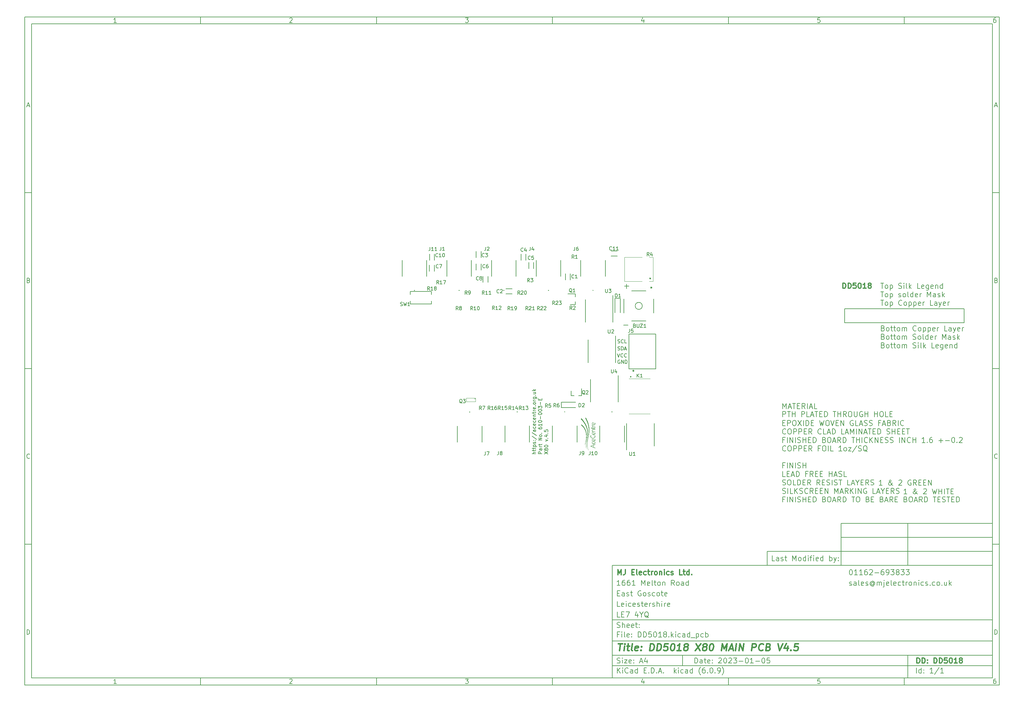
<source format=gbr>
G04 #@! TF.GenerationSoftware,KiCad,Pcbnew,(6.0.9)*
G04 #@! TF.CreationDate,2023-02-23T16:18:13+00:00*
G04 #@! TF.ProjectId,DD5018,44443530-3138-42e6-9b69-6361645f7063,DD5018*
G04 #@! TF.SameCoordinates,Original*
G04 #@! TF.FileFunction,Legend,Top*
G04 #@! TF.FilePolarity,Positive*
%FSLAX46Y46*%
G04 Gerber Fmt 4.6, Leading zero omitted, Abs format (unit mm)*
G04 Created by KiCad (PCBNEW (6.0.9)) date 2023-02-23 16:18:13*
%MOMM*%
%LPD*%
G01*
G04 APERTURE LIST*
%ADD10C,0.100000*%
%ADD11C,0.150000*%
%ADD12C,0.300000*%
%ADD13C,0.400000*%
%ADD14C,0.142240*%
%ADD15C,0.127000*%
%ADD16C,0.200000*%
%ADD17C,0.254000*%
%ADD18C,0.152400*%
%ADD19C,0.078740*%
G04 APERTURE END LIST*
D10*
D11*
X177002200Y-166007200D02*
X177002200Y-198007200D01*
X285002200Y-198007200D01*
X285002200Y-166007200D01*
X177002200Y-166007200D01*
D10*
D11*
X10000000Y-10000000D02*
X10000000Y-200007200D01*
X287002200Y-200007200D01*
X287002200Y-10000000D01*
X10000000Y-10000000D01*
D10*
D11*
X12000000Y-12000000D02*
X12000000Y-198007200D01*
X285002200Y-198007200D01*
X285002200Y-12000000D01*
X12000000Y-12000000D01*
D10*
D11*
X60000000Y-12000000D02*
X60000000Y-10000000D01*
D10*
D11*
X110000000Y-12000000D02*
X110000000Y-10000000D01*
D10*
D11*
X160000000Y-12000000D02*
X160000000Y-10000000D01*
D10*
D11*
X210000000Y-12000000D02*
X210000000Y-10000000D01*
D10*
D11*
X260000000Y-12000000D02*
X260000000Y-10000000D01*
D10*
D11*
X36065476Y-11588095D02*
X35322619Y-11588095D01*
X35694047Y-11588095D02*
X35694047Y-10288095D01*
X35570238Y-10473809D01*
X35446428Y-10597619D01*
X35322619Y-10659523D01*
D10*
D11*
X85322619Y-10411904D02*
X85384523Y-10350000D01*
X85508333Y-10288095D01*
X85817857Y-10288095D01*
X85941666Y-10350000D01*
X86003571Y-10411904D01*
X86065476Y-10535714D01*
X86065476Y-10659523D01*
X86003571Y-10845238D01*
X85260714Y-11588095D01*
X86065476Y-11588095D01*
D10*
D11*
X135260714Y-10288095D02*
X136065476Y-10288095D01*
X135632142Y-10783333D01*
X135817857Y-10783333D01*
X135941666Y-10845238D01*
X136003571Y-10907142D01*
X136065476Y-11030952D01*
X136065476Y-11340476D01*
X136003571Y-11464285D01*
X135941666Y-11526190D01*
X135817857Y-11588095D01*
X135446428Y-11588095D01*
X135322619Y-11526190D01*
X135260714Y-11464285D01*
D10*
D11*
X185941666Y-10721428D02*
X185941666Y-11588095D01*
X185632142Y-10226190D02*
X185322619Y-11154761D01*
X186127380Y-11154761D01*
D10*
D11*
X236003571Y-10288095D02*
X235384523Y-10288095D01*
X235322619Y-10907142D01*
X235384523Y-10845238D01*
X235508333Y-10783333D01*
X235817857Y-10783333D01*
X235941666Y-10845238D01*
X236003571Y-10907142D01*
X236065476Y-11030952D01*
X236065476Y-11340476D01*
X236003571Y-11464285D01*
X235941666Y-11526190D01*
X235817857Y-11588095D01*
X235508333Y-11588095D01*
X235384523Y-11526190D01*
X235322619Y-11464285D01*
D10*
D11*
X285941666Y-10288095D02*
X285694047Y-10288095D01*
X285570238Y-10350000D01*
X285508333Y-10411904D01*
X285384523Y-10597619D01*
X285322619Y-10845238D01*
X285322619Y-11340476D01*
X285384523Y-11464285D01*
X285446428Y-11526190D01*
X285570238Y-11588095D01*
X285817857Y-11588095D01*
X285941666Y-11526190D01*
X286003571Y-11464285D01*
X286065476Y-11340476D01*
X286065476Y-11030952D01*
X286003571Y-10907142D01*
X285941666Y-10845238D01*
X285817857Y-10783333D01*
X285570238Y-10783333D01*
X285446428Y-10845238D01*
X285384523Y-10907142D01*
X285322619Y-11030952D01*
D10*
D11*
X60000000Y-198007200D02*
X60000000Y-200007200D01*
D10*
D11*
X110000000Y-198007200D02*
X110000000Y-200007200D01*
D10*
D11*
X160000000Y-198007200D02*
X160000000Y-200007200D01*
D10*
D11*
X210000000Y-198007200D02*
X210000000Y-200007200D01*
D10*
D11*
X260000000Y-198007200D02*
X260000000Y-200007200D01*
D10*
D11*
X36065476Y-199595295D02*
X35322619Y-199595295D01*
X35694047Y-199595295D02*
X35694047Y-198295295D01*
X35570238Y-198481009D01*
X35446428Y-198604819D01*
X35322619Y-198666723D01*
D10*
D11*
X85322619Y-198419104D02*
X85384523Y-198357200D01*
X85508333Y-198295295D01*
X85817857Y-198295295D01*
X85941666Y-198357200D01*
X86003571Y-198419104D01*
X86065476Y-198542914D01*
X86065476Y-198666723D01*
X86003571Y-198852438D01*
X85260714Y-199595295D01*
X86065476Y-199595295D01*
D10*
D11*
X135260714Y-198295295D02*
X136065476Y-198295295D01*
X135632142Y-198790533D01*
X135817857Y-198790533D01*
X135941666Y-198852438D01*
X136003571Y-198914342D01*
X136065476Y-199038152D01*
X136065476Y-199347676D01*
X136003571Y-199471485D01*
X135941666Y-199533390D01*
X135817857Y-199595295D01*
X135446428Y-199595295D01*
X135322619Y-199533390D01*
X135260714Y-199471485D01*
D10*
D11*
X185941666Y-198728628D02*
X185941666Y-199595295D01*
X185632142Y-198233390D02*
X185322619Y-199161961D01*
X186127380Y-199161961D01*
D10*
D11*
X236003571Y-198295295D02*
X235384523Y-198295295D01*
X235322619Y-198914342D01*
X235384523Y-198852438D01*
X235508333Y-198790533D01*
X235817857Y-198790533D01*
X235941666Y-198852438D01*
X236003571Y-198914342D01*
X236065476Y-199038152D01*
X236065476Y-199347676D01*
X236003571Y-199471485D01*
X235941666Y-199533390D01*
X235817857Y-199595295D01*
X235508333Y-199595295D01*
X235384523Y-199533390D01*
X235322619Y-199471485D01*
D10*
D11*
X285941666Y-198295295D02*
X285694047Y-198295295D01*
X285570238Y-198357200D01*
X285508333Y-198419104D01*
X285384523Y-198604819D01*
X285322619Y-198852438D01*
X285322619Y-199347676D01*
X285384523Y-199471485D01*
X285446428Y-199533390D01*
X285570238Y-199595295D01*
X285817857Y-199595295D01*
X285941666Y-199533390D01*
X286003571Y-199471485D01*
X286065476Y-199347676D01*
X286065476Y-199038152D01*
X286003571Y-198914342D01*
X285941666Y-198852438D01*
X285817857Y-198790533D01*
X285570238Y-198790533D01*
X285446428Y-198852438D01*
X285384523Y-198914342D01*
X285322619Y-199038152D01*
D10*
D11*
X10000000Y-60000000D02*
X12000000Y-60000000D01*
D10*
D11*
X10000000Y-110000000D02*
X12000000Y-110000000D01*
D10*
D11*
X10000000Y-160000000D02*
X12000000Y-160000000D01*
D10*
D11*
X10690476Y-35216666D02*
X11309523Y-35216666D01*
X10566666Y-35588095D02*
X11000000Y-34288095D01*
X11433333Y-35588095D01*
D10*
D11*
X11092857Y-84907142D02*
X11278571Y-84969047D01*
X11340476Y-85030952D01*
X11402380Y-85154761D01*
X11402380Y-85340476D01*
X11340476Y-85464285D01*
X11278571Y-85526190D01*
X11154761Y-85588095D01*
X10659523Y-85588095D01*
X10659523Y-84288095D01*
X11092857Y-84288095D01*
X11216666Y-84350000D01*
X11278571Y-84411904D01*
X11340476Y-84535714D01*
X11340476Y-84659523D01*
X11278571Y-84783333D01*
X11216666Y-84845238D01*
X11092857Y-84907142D01*
X10659523Y-84907142D01*
D10*
D11*
X11402380Y-135464285D02*
X11340476Y-135526190D01*
X11154761Y-135588095D01*
X11030952Y-135588095D01*
X10845238Y-135526190D01*
X10721428Y-135402380D01*
X10659523Y-135278571D01*
X10597619Y-135030952D01*
X10597619Y-134845238D01*
X10659523Y-134597619D01*
X10721428Y-134473809D01*
X10845238Y-134350000D01*
X11030952Y-134288095D01*
X11154761Y-134288095D01*
X11340476Y-134350000D01*
X11402380Y-134411904D01*
D10*
D11*
X10659523Y-185588095D02*
X10659523Y-184288095D01*
X10969047Y-184288095D01*
X11154761Y-184350000D01*
X11278571Y-184473809D01*
X11340476Y-184597619D01*
X11402380Y-184845238D01*
X11402380Y-185030952D01*
X11340476Y-185278571D01*
X11278571Y-185402380D01*
X11154761Y-185526190D01*
X10969047Y-185588095D01*
X10659523Y-185588095D01*
D10*
D11*
X287002200Y-60000000D02*
X285002200Y-60000000D01*
D10*
D11*
X287002200Y-110000000D02*
X285002200Y-110000000D01*
D10*
D11*
X287002200Y-160000000D02*
X285002200Y-160000000D01*
D10*
D11*
X285692676Y-35216666D02*
X286311723Y-35216666D01*
X285568866Y-35588095D02*
X286002200Y-34288095D01*
X286435533Y-35588095D01*
D10*
D11*
X286095057Y-84907142D02*
X286280771Y-84969047D01*
X286342676Y-85030952D01*
X286404580Y-85154761D01*
X286404580Y-85340476D01*
X286342676Y-85464285D01*
X286280771Y-85526190D01*
X286156961Y-85588095D01*
X285661723Y-85588095D01*
X285661723Y-84288095D01*
X286095057Y-84288095D01*
X286218866Y-84350000D01*
X286280771Y-84411904D01*
X286342676Y-84535714D01*
X286342676Y-84659523D01*
X286280771Y-84783333D01*
X286218866Y-84845238D01*
X286095057Y-84907142D01*
X285661723Y-84907142D01*
D10*
D11*
X286404580Y-135464285D02*
X286342676Y-135526190D01*
X286156961Y-135588095D01*
X286033152Y-135588095D01*
X285847438Y-135526190D01*
X285723628Y-135402380D01*
X285661723Y-135278571D01*
X285599819Y-135030952D01*
X285599819Y-134845238D01*
X285661723Y-134597619D01*
X285723628Y-134473809D01*
X285847438Y-134350000D01*
X286033152Y-134288095D01*
X286156961Y-134288095D01*
X286342676Y-134350000D01*
X286404580Y-134411904D01*
D10*
D11*
X285661723Y-185588095D02*
X285661723Y-184288095D01*
X285971247Y-184288095D01*
X286156961Y-184350000D01*
X286280771Y-184473809D01*
X286342676Y-184597619D01*
X286404580Y-184845238D01*
X286404580Y-185030952D01*
X286342676Y-185278571D01*
X286280771Y-185402380D01*
X286156961Y-185526190D01*
X285971247Y-185588095D01*
X285661723Y-185588095D01*
D10*
D11*
X200434342Y-193785771D02*
X200434342Y-192285771D01*
X200791485Y-192285771D01*
X201005771Y-192357200D01*
X201148628Y-192500057D01*
X201220057Y-192642914D01*
X201291485Y-192928628D01*
X201291485Y-193142914D01*
X201220057Y-193428628D01*
X201148628Y-193571485D01*
X201005771Y-193714342D01*
X200791485Y-193785771D01*
X200434342Y-193785771D01*
X202577200Y-193785771D02*
X202577200Y-193000057D01*
X202505771Y-192857200D01*
X202362914Y-192785771D01*
X202077200Y-192785771D01*
X201934342Y-192857200D01*
X202577200Y-193714342D02*
X202434342Y-193785771D01*
X202077200Y-193785771D01*
X201934342Y-193714342D01*
X201862914Y-193571485D01*
X201862914Y-193428628D01*
X201934342Y-193285771D01*
X202077200Y-193214342D01*
X202434342Y-193214342D01*
X202577200Y-193142914D01*
X203077200Y-192785771D02*
X203648628Y-192785771D01*
X203291485Y-192285771D02*
X203291485Y-193571485D01*
X203362914Y-193714342D01*
X203505771Y-193785771D01*
X203648628Y-193785771D01*
X204720057Y-193714342D02*
X204577200Y-193785771D01*
X204291485Y-193785771D01*
X204148628Y-193714342D01*
X204077200Y-193571485D01*
X204077200Y-193000057D01*
X204148628Y-192857200D01*
X204291485Y-192785771D01*
X204577200Y-192785771D01*
X204720057Y-192857200D01*
X204791485Y-193000057D01*
X204791485Y-193142914D01*
X204077200Y-193285771D01*
X205434342Y-193642914D02*
X205505771Y-193714342D01*
X205434342Y-193785771D01*
X205362914Y-193714342D01*
X205434342Y-193642914D01*
X205434342Y-193785771D01*
X205434342Y-192857200D02*
X205505771Y-192928628D01*
X205434342Y-193000057D01*
X205362914Y-192928628D01*
X205434342Y-192857200D01*
X205434342Y-193000057D01*
X207220057Y-192428628D02*
X207291485Y-192357200D01*
X207434342Y-192285771D01*
X207791485Y-192285771D01*
X207934342Y-192357200D01*
X208005771Y-192428628D01*
X208077200Y-192571485D01*
X208077200Y-192714342D01*
X208005771Y-192928628D01*
X207148628Y-193785771D01*
X208077200Y-193785771D01*
X209005771Y-192285771D02*
X209148628Y-192285771D01*
X209291485Y-192357200D01*
X209362914Y-192428628D01*
X209434342Y-192571485D01*
X209505771Y-192857200D01*
X209505771Y-193214342D01*
X209434342Y-193500057D01*
X209362914Y-193642914D01*
X209291485Y-193714342D01*
X209148628Y-193785771D01*
X209005771Y-193785771D01*
X208862914Y-193714342D01*
X208791485Y-193642914D01*
X208720057Y-193500057D01*
X208648628Y-193214342D01*
X208648628Y-192857200D01*
X208720057Y-192571485D01*
X208791485Y-192428628D01*
X208862914Y-192357200D01*
X209005771Y-192285771D01*
X210077200Y-192428628D02*
X210148628Y-192357200D01*
X210291485Y-192285771D01*
X210648628Y-192285771D01*
X210791485Y-192357200D01*
X210862914Y-192428628D01*
X210934342Y-192571485D01*
X210934342Y-192714342D01*
X210862914Y-192928628D01*
X210005771Y-193785771D01*
X210934342Y-193785771D01*
X211434342Y-192285771D02*
X212362914Y-192285771D01*
X211862914Y-192857200D01*
X212077200Y-192857200D01*
X212220057Y-192928628D01*
X212291485Y-193000057D01*
X212362914Y-193142914D01*
X212362914Y-193500057D01*
X212291485Y-193642914D01*
X212220057Y-193714342D01*
X212077200Y-193785771D01*
X211648628Y-193785771D01*
X211505771Y-193714342D01*
X211434342Y-193642914D01*
X213005771Y-193214342D02*
X214148628Y-193214342D01*
X215148628Y-192285771D02*
X215291485Y-192285771D01*
X215434342Y-192357200D01*
X215505771Y-192428628D01*
X215577200Y-192571485D01*
X215648628Y-192857200D01*
X215648628Y-193214342D01*
X215577200Y-193500057D01*
X215505771Y-193642914D01*
X215434342Y-193714342D01*
X215291485Y-193785771D01*
X215148628Y-193785771D01*
X215005771Y-193714342D01*
X214934342Y-193642914D01*
X214862914Y-193500057D01*
X214791485Y-193214342D01*
X214791485Y-192857200D01*
X214862914Y-192571485D01*
X214934342Y-192428628D01*
X215005771Y-192357200D01*
X215148628Y-192285771D01*
X217077200Y-193785771D02*
X216220057Y-193785771D01*
X216648628Y-193785771D02*
X216648628Y-192285771D01*
X216505771Y-192500057D01*
X216362914Y-192642914D01*
X216220057Y-192714342D01*
X217720057Y-193214342D02*
X218862914Y-193214342D01*
X219862914Y-192285771D02*
X220005771Y-192285771D01*
X220148628Y-192357200D01*
X220220057Y-192428628D01*
X220291485Y-192571485D01*
X220362914Y-192857200D01*
X220362914Y-193214342D01*
X220291485Y-193500057D01*
X220220057Y-193642914D01*
X220148628Y-193714342D01*
X220005771Y-193785771D01*
X219862914Y-193785771D01*
X219720057Y-193714342D01*
X219648628Y-193642914D01*
X219577200Y-193500057D01*
X219505771Y-193214342D01*
X219505771Y-192857200D01*
X219577200Y-192571485D01*
X219648628Y-192428628D01*
X219720057Y-192357200D01*
X219862914Y-192285771D01*
X221720057Y-192285771D02*
X221005771Y-192285771D01*
X220934342Y-193000057D01*
X221005771Y-192928628D01*
X221148628Y-192857200D01*
X221505771Y-192857200D01*
X221648628Y-192928628D01*
X221720057Y-193000057D01*
X221791485Y-193142914D01*
X221791485Y-193500057D01*
X221720057Y-193642914D01*
X221648628Y-193714342D01*
X221505771Y-193785771D01*
X221148628Y-193785771D01*
X221005771Y-193714342D01*
X220934342Y-193642914D01*
D10*
D11*
X177002200Y-194507200D02*
X285002200Y-194507200D01*
D10*
D11*
X178434342Y-196585771D02*
X178434342Y-195085771D01*
X179291485Y-196585771D02*
X178648628Y-195728628D01*
X179291485Y-195085771D02*
X178434342Y-195942914D01*
X179934342Y-196585771D02*
X179934342Y-195585771D01*
X179934342Y-195085771D02*
X179862914Y-195157200D01*
X179934342Y-195228628D01*
X180005771Y-195157200D01*
X179934342Y-195085771D01*
X179934342Y-195228628D01*
X181505771Y-196442914D02*
X181434342Y-196514342D01*
X181220057Y-196585771D01*
X181077200Y-196585771D01*
X180862914Y-196514342D01*
X180720057Y-196371485D01*
X180648628Y-196228628D01*
X180577200Y-195942914D01*
X180577200Y-195728628D01*
X180648628Y-195442914D01*
X180720057Y-195300057D01*
X180862914Y-195157200D01*
X181077200Y-195085771D01*
X181220057Y-195085771D01*
X181434342Y-195157200D01*
X181505771Y-195228628D01*
X182791485Y-196585771D02*
X182791485Y-195800057D01*
X182720057Y-195657200D01*
X182577200Y-195585771D01*
X182291485Y-195585771D01*
X182148628Y-195657200D01*
X182791485Y-196514342D02*
X182648628Y-196585771D01*
X182291485Y-196585771D01*
X182148628Y-196514342D01*
X182077200Y-196371485D01*
X182077200Y-196228628D01*
X182148628Y-196085771D01*
X182291485Y-196014342D01*
X182648628Y-196014342D01*
X182791485Y-195942914D01*
X184148628Y-196585771D02*
X184148628Y-195085771D01*
X184148628Y-196514342D02*
X184005771Y-196585771D01*
X183720057Y-196585771D01*
X183577200Y-196514342D01*
X183505771Y-196442914D01*
X183434342Y-196300057D01*
X183434342Y-195871485D01*
X183505771Y-195728628D01*
X183577200Y-195657200D01*
X183720057Y-195585771D01*
X184005771Y-195585771D01*
X184148628Y-195657200D01*
X186005771Y-195800057D02*
X186505771Y-195800057D01*
X186720057Y-196585771D02*
X186005771Y-196585771D01*
X186005771Y-195085771D01*
X186720057Y-195085771D01*
X187362914Y-196442914D02*
X187434342Y-196514342D01*
X187362914Y-196585771D01*
X187291485Y-196514342D01*
X187362914Y-196442914D01*
X187362914Y-196585771D01*
X188077200Y-196585771D02*
X188077200Y-195085771D01*
X188434342Y-195085771D01*
X188648628Y-195157200D01*
X188791485Y-195300057D01*
X188862914Y-195442914D01*
X188934342Y-195728628D01*
X188934342Y-195942914D01*
X188862914Y-196228628D01*
X188791485Y-196371485D01*
X188648628Y-196514342D01*
X188434342Y-196585771D01*
X188077200Y-196585771D01*
X189577200Y-196442914D02*
X189648628Y-196514342D01*
X189577200Y-196585771D01*
X189505771Y-196514342D01*
X189577200Y-196442914D01*
X189577200Y-196585771D01*
X190220057Y-196157200D02*
X190934342Y-196157200D01*
X190077200Y-196585771D02*
X190577200Y-195085771D01*
X191077200Y-196585771D01*
X191577200Y-196442914D02*
X191648628Y-196514342D01*
X191577200Y-196585771D01*
X191505771Y-196514342D01*
X191577200Y-196442914D01*
X191577200Y-196585771D01*
X194577200Y-196585771D02*
X194577200Y-195085771D01*
X194720057Y-196014342D02*
X195148628Y-196585771D01*
X195148628Y-195585771D02*
X194577200Y-196157200D01*
X195791485Y-196585771D02*
X195791485Y-195585771D01*
X195791485Y-195085771D02*
X195720057Y-195157200D01*
X195791485Y-195228628D01*
X195862914Y-195157200D01*
X195791485Y-195085771D01*
X195791485Y-195228628D01*
X197148628Y-196514342D02*
X197005771Y-196585771D01*
X196720057Y-196585771D01*
X196577200Y-196514342D01*
X196505771Y-196442914D01*
X196434342Y-196300057D01*
X196434342Y-195871485D01*
X196505771Y-195728628D01*
X196577200Y-195657200D01*
X196720057Y-195585771D01*
X197005771Y-195585771D01*
X197148628Y-195657200D01*
X198434342Y-196585771D02*
X198434342Y-195800057D01*
X198362914Y-195657200D01*
X198220057Y-195585771D01*
X197934342Y-195585771D01*
X197791485Y-195657200D01*
X198434342Y-196514342D02*
X198291485Y-196585771D01*
X197934342Y-196585771D01*
X197791485Y-196514342D01*
X197720057Y-196371485D01*
X197720057Y-196228628D01*
X197791485Y-196085771D01*
X197934342Y-196014342D01*
X198291485Y-196014342D01*
X198434342Y-195942914D01*
X199791485Y-196585771D02*
X199791485Y-195085771D01*
X199791485Y-196514342D02*
X199648628Y-196585771D01*
X199362914Y-196585771D01*
X199220057Y-196514342D01*
X199148628Y-196442914D01*
X199077200Y-196300057D01*
X199077200Y-195871485D01*
X199148628Y-195728628D01*
X199220057Y-195657200D01*
X199362914Y-195585771D01*
X199648628Y-195585771D01*
X199791485Y-195657200D01*
X202077200Y-197157200D02*
X202005771Y-197085771D01*
X201862914Y-196871485D01*
X201791485Y-196728628D01*
X201720057Y-196514342D01*
X201648628Y-196157200D01*
X201648628Y-195871485D01*
X201720057Y-195514342D01*
X201791485Y-195300057D01*
X201862914Y-195157200D01*
X202005771Y-194942914D01*
X202077200Y-194871485D01*
X203291485Y-195085771D02*
X203005771Y-195085771D01*
X202862914Y-195157200D01*
X202791485Y-195228628D01*
X202648628Y-195442914D01*
X202577200Y-195728628D01*
X202577200Y-196300057D01*
X202648628Y-196442914D01*
X202720057Y-196514342D01*
X202862914Y-196585771D01*
X203148628Y-196585771D01*
X203291485Y-196514342D01*
X203362914Y-196442914D01*
X203434342Y-196300057D01*
X203434342Y-195942914D01*
X203362914Y-195800057D01*
X203291485Y-195728628D01*
X203148628Y-195657200D01*
X202862914Y-195657200D01*
X202720057Y-195728628D01*
X202648628Y-195800057D01*
X202577200Y-195942914D01*
X204077200Y-196442914D02*
X204148628Y-196514342D01*
X204077200Y-196585771D01*
X204005771Y-196514342D01*
X204077200Y-196442914D01*
X204077200Y-196585771D01*
X205077200Y-195085771D02*
X205220057Y-195085771D01*
X205362914Y-195157200D01*
X205434342Y-195228628D01*
X205505771Y-195371485D01*
X205577200Y-195657200D01*
X205577200Y-196014342D01*
X205505771Y-196300057D01*
X205434342Y-196442914D01*
X205362914Y-196514342D01*
X205220057Y-196585771D01*
X205077200Y-196585771D01*
X204934342Y-196514342D01*
X204862914Y-196442914D01*
X204791485Y-196300057D01*
X204720057Y-196014342D01*
X204720057Y-195657200D01*
X204791485Y-195371485D01*
X204862914Y-195228628D01*
X204934342Y-195157200D01*
X205077200Y-195085771D01*
X206220057Y-196442914D02*
X206291485Y-196514342D01*
X206220057Y-196585771D01*
X206148628Y-196514342D01*
X206220057Y-196442914D01*
X206220057Y-196585771D01*
X207005771Y-196585771D02*
X207291485Y-196585771D01*
X207434342Y-196514342D01*
X207505771Y-196442914D01*
X207648628Y-196228628D01*
X207720057Y-195942914D01*
X207720057Y-195371485D01*
X207648628Y-195228628D01*
X207577200Y-195157200D01*
X207434342Y-195085771D01*
X207148628Y-195085771D01*
X207005771Y-195157200D01*
X206934342Y-195228628D01*
X206862914Y-195371485D01*
X206862914Y-195728628D01*
X206934342Y-195871485D01*
X207005771Y-195942914D01*
X207148628Y-196014342D01*
X207434342Y-196014342D01*
X207577200Y-195942914D01*
X207648628Y-195871485D01*
X207720057Y-195728628D01*
X208220057Y-197157200D02*
X208291485Y-197085771D01*
X208434342Y-196871485D01*
X208505771Y-196728628D01*
X208577200Y-196514342D01*
X208648628Y-196157200D01*
X208648628Y-195871485D01*
X208577200Y-195514342D01*
X208505771Y-195300057D01*
X208434342Y-195157200D01*
X208291485Y-194942914D01*
X208220057Y-194871485D01*
D10*
D11*
X177002200Y-191507200D02*
X285002200Y-191507200D01*
D10*
D12*
X263554342Y-193785771D02*
X263554342Y-192285771D01*
X263911485Y-192285771D01*
X264125771Y-192357200D01*
X264268628Y-192500057D01*
X264340057Y-192642914D01*
X264411485Y-192928628D01*
X264411485Y-193142914D01*
X264340057Y-193428628D01*
X264268628Y-193571485D01*
X264125771Y-193714342D01*
X263911485Y-193785771D01*
X263554342Y-193785771D01*
X265054342Y-193785771D02*
X265054342Y-192285771D01*
X265411485Y-192285771D01*
X265625771Y-192357200D01*
X265768628Y-192500057D01*
X265840057Y-192642914D01*
X265911485Y-192928628D01*
X265911485Y-193142914D01*
X265840057Y-193428628D01*
X265768628Y-193571485D01*
X265625771Y-193714342D01*
X265411485Y-193785771D01*
X265054342Y-193785771D01*
X266554342Y-193642914D02*
X266625771Y-193714342D01*
X266554342Y-193785771D01*
X266482914Y-193714342D01*
X266554342Y-193642914D01*
X266554342Y-193785771D01*
X266554342Y-192857200D02*
X266625771Y-192928628D01*
X266554342Y-193000057D01*
X266482914Y-192928628D01*
X266554342Y-192857200D01*
X266554342Y-193000057D01*
X268411485Y-193785771D02*
X268411485Y-192285771D01*
X268768628Y-192285771D01*
X268982914Y-192357200D01*
X269125771Y-192500057D01*
X269197200Y-192642914D01*
X269268628Y-192928628D01*
X269268628Y-193142914D01*
X269197200Y-193428628D01*
X269125771Y-193571485D01*
X268982914Y-193714342D01*
X268768628Y-193785771D01*
X268411485Y-193785771D01*
X269911485Y-193785771D02*
X269911485Y-192285771D01*
X270268628Y-192285771D01*
X270482914Y-192357200D01*
X270625771Y-192500057D01*
X270697200Y-192642914D01*
X270768628Y-192928628D01*
X270768628Y-193142914D01*
X270697200Y-193428628D01*
X270625771Y-193571485D01*
X270482914Y-193714342D01*
X270268628Y-193785771D01*
X269911485Y-193785771D01*
X272125771Y-192285771D02*
X271411485Y-192285771D01*
X271340057Y-193000057D01*
X271411485Y-192928628D01*
X271554342Y-192857200D01*
X271911485Y-192857200D01*
X272054342Y-192928628D01*
X272125771Y-193000057D01*
X272197200Y-193142914D01*
X272197200Y-193500057D01*
X272125771Y-193642914D01*
X272054342Y-193714342D01*
X271911485Y-193785771D01*
X271554342Y-193785771D01*
X271411485Y-193714342D01*
X271340057Y-193642914D01*
X273125771Y-192285771D02*
X273268628Y-192285771D01*
X273411485Y-192357200D01*
X273482914Y-192428628D01*
X273554342Y-192571485D01*
X273625771Y-192857200D01*
X273625771Y-193214342D01*
X273554342Y-193500057D01*
X273482914Y-193642914D01*
X273411485Y-193714342D01*
X273268628Y-193785771D01*
X273125771Y-193785771D01*
X272982914Y-193714342D01*
X272911485Y-193642914D01*
X272840057Y-193500057D01*
X272768628Y-193214342D01*
X272768628Y-192857200D01*
X272840057Y-192571485D01*
X272911485Y-192428628D01*
X272982914Y-192357200D01*
X273125771Y-192285771D01*
X275054342Y-193785771D02*
X274197200Y-193785771D01*
X274625771Y-193785771D02*
X274625771Y-192285771D01*
X274482914Y-192500057D01*
X274340057Y-192642914D01*
X274197200Y-192714342D01*
X275911485Y-192928628D02*
X275768628Y-192857200D01*
X275697200Y-192785771D01*
X275625771Y-192642914D01*
X275625771Y-192571485D01*
X275697200Y-192428628D01*
X275768628Y-192357200D01*
X275911485Y-192285771D01*
X276197200Y-192285771D01*
X276340057Y-192357200D01*
X276411485Y-192428628D01*
X276482914Y-192571485D01*
X276482914Y-192642914D01*
X276411485Y-192785771D01*
X276340057Y-192857200D01*
X276197200Y-192928628D01*
X275911485Y-192928628D01*
X275768628Y-193000057D01*
X275697200Y-193071485D01*
X275625771Y-193214342D01*
X275625771Y-193500057D01*
X275697200Y-193642914D01*
X275768628Y-193714342D01*
X275911485Y-193785771D01*
X276197200Y-193785771D01*
X276340057Y-193714342D01*
X276411485Y-193642914D01*
X276482914Y-193500057D01*
X276482914Y-193214342D01*
X276411485Y-193071485D01*
X276340057Y-193000057D01*
X276197200Y-192928628D01*
D10*
D11*
X178362914Y-193714342D02*
X178577200Y-193785771D01*
X178934342Y-193785771D01*
X179077200Y-193714342D01*
X179148628Y-193642914D01*
X179220057Y-193500057D01*
X179220057Y-193357200D01*
X179148628Y-193214342D01*
X179077200Y-193142914D01*
X178934342Y-193071485D01*
X178648628Y-193000057D01*
X178505771Y-192928628D01*
X178434342Y-192857200D01*
X178362914Y-192714342D01*
X178362914Y-192571485D01*
X178434342Y-192428628D01*
X178505771Y-192357200D01*
X178648628Y-192285771D01*
X179005771Y-192285771D01*
X179220057Y-192357200D01*
X179862914Y-193785771D02*
X179862914Y-192785771D01*
X179862914Y-192285771D02*
X179791485Y-192357200D01*
X179862914Y-192428628D01*
X179934342Y-192357200D01*
X179862914Y-192285771D01*
X179862914Y-192428628D01*
X180434342Y-192785771D02*
X181220057Y-192785771D01*
X180434342Y-193785771D01*
X181220057Y-193785771D01*
X182362914Y-193714342D02*
X182220057Y-193785771D01*
X181934342Y-193785771D01*
X181791485Y-193714342D01*
X181720057Y-193571485D01*
X181720057Y-193000057D01*
X181791485Y-192857200D01*
X181934342Y-192785771D01*
X182220057Y-192785771D01*
X182362914Y-192857200D01*
X182434342Y-193000057D01*
X182434342Y-193142914D01*
X181720057Y-193285771D01*
X183077200Y-193642914D02*
X183148628Y-193714342D01*
X183077200Y-193785771D01*
X183005771Y-193714342D01*
X183077200Y-193642914D01*
X183077200Y-193785771D01*
X183077200Y-192857200D02*
X183148628Y-192928628D01*
X183077200Y-193000057D01*
X183005771Y-192928628D01*
X183077200Y-192857200D01*
X183077200Y-193000057D01*
X184862914Y-193357200D02*
X185577200Y-193357200D01*
X184720057Y-193785771D02*
X185220057Y-192285771D01*
X185720057Y-193785771D01*
X186862914Y-192785771D02*
X186862914Y-193785771D01*
X186505771Y-192214342D02*
X186148628Y-193285771D01*
X187077200Y-193285771D01*
D10*
D11*
X263434342Y-196585771D02*
X263434342Y-195085771D01*
X264791485Y-196585771D02*
X264791485Y-195085771D01*
X264791485Y-196514342D02*
X264648628Y-196585771D01*
X264362914Y-196585771D01*
X264220057Y-196514342D01*
X264148628Y-196442914D01*
X264077200Y-196300057D01*
X264077200Y-195871485D01*
X264148628Y-195728628D01*
X264220057Y-195657200D01*
X264362914Y-195585771D01*
X264648628Y-195585771D01*
X264791485Y-195657200D01*
X265505771Y-196442914D02*
X265577200Y-196514342D01*
X265505771Y-196585771D01*
X265434342Y-196514342D01*
X265505771Y-196442914D01*
X265505771Y-196585771D01*
X265505771Y-195657200D02*
X265577200Y-195728628D01*
X265505771Y-195800057D01*
X265434342Y-195728628D01*
X265505771Y-195657200D01*
X265505771Y-195800057D01*
X268148628Y-196585771D02*
X267291485Y-196585771D01*
X267720057Y-196585771D02*
X267720057Y-195085771D01*
X267577200Y-195300057D01*
X267434342Y-195442914D01*
X267291485Y-195514342D01*
X269862914Y-195014342D02*
X268577200Y-196942914D01*
X271148628Y-196585771D02*
X270291485Y-196585771D01*
X270720057Y-196585771D02*
X270720057Y-195085771D01*
X270577200Y-195300057D01*
X270434342Y-195442914D01*
X270291485Y-195514342D01*
D10*
D11*
X177002200Y-187507200D02*
X285002200Y-187507200D01*
D10*
D13*
X178714580Y-188211961D02*
X179857438Y-188211961D01*
X179036009Y-190211961D02*
X179286009Y-188211961D01*
X180274104Y-190211961D02*
X180440771Y-188878628D01*
X180524104Y-188211961D02*
X180416961Y-188307200D01*
X180500295Y-188402438D01*
X180607438Y-188307200D01*
X180524104Y-188211961D01*
X180500295Y-188402438D01*
X181107438Y-188878628D02*
X181869342Y-188878628D01*
X181476485Y-188211961D02*
X181262200Y-189926247D01*
X181333628Y-190116723D01*
X181512200Y-190211961D01*
X181702676Y-190211961D01*
X182655057Y-190211961D02*
X182476485Y-190116723D01*
X182405057Y-189926247D01*
X182619342Y-188211961D01*
X184190771Y-190116723D02*
X183988390Y-190211961D01*
X183607438Y-190211961D01*
X183428866Y-190116723D01*
X183357438Y-189926247D01*
X183452676Y-189164342D01*
X183571723Y-188973866D01*
X183774104Y-188878628D01*
X184155057Y-188878628D01*
X184333628Y-188973866D01*
X184405057Y-189164342D01*
X184381247Y-189354819D01*
X183405057Y-189545295D01*
X185155057Y-190021485D02*
X185238390Y-190116723D01*
X185131247Y-190211961D01*
X185047914Y-190116723D01*
X185155057Y-190021485D01*
X185131247Y-190211961D01*
X185286009Y-188973866D02*
X185369342Y-189069104D01*
X185262200Y-189164342D01*
X185178866Y-189069104D01*
X185286009Y-188973866D01*
X185262200Y-189164342D01*
X187607438Y-190211961D02*
X187857438Y-188211961D01*
X188333628Y-188211961D01*
X188607438Y-188307200D01*
X188774104Y-188497676D01*
X188845533Y-188688152D01*
X188893152Y-189069104D01*
X188857438Y-189354819D01*
X188714580Y-189735771D01*
X188595533Y-189926247D01*
X188381247Y-190116723D01*
X188083628Y-190211961D01*
X187607438Y-190211961D01*
X189607438Y-190211961D02*
X189857438Y-188211961D01*
X190333628Y-188211961D01*
X190607438Y-188307200D01*
X190774104Y-188497676D01*
X190845533Y-188688152D01*
X190893152Y-189069104D01*
X190857438Y-189354819D01*
X190714580Y-189735771D01*
X190595533Y-189926247D01*
X190381247Y-190116723D01*
X190083628Y-190211961D01*
X189607438Y-190211961D01*
X192809819Y-188211961D02*
X191857438Y-188211961D01*
X191643152Y-189164342D01*
X191750295Y-189069104D01*
X191952676Y-188973866D01*
X192428866Y-188973866D01*
X192607438Y-189069104D01*
X192690771Y-189164342D01*
X192762200Y-189354819D01*
X192702676Y-189831009D01*
X192583628Y-190021485D01*
X192476485Y-190116723D01*
X192274104Y-190211961D01*
X191797914Y-190211961D01*
X191619342Y-190116723D01*
X191536009Y-190021485D01*
X194143152Y-188211961D02*
X194333628Y-188211961D01*
X194512200Y-188307200D01*
X194595533Y-188402438D01*
X194666961Y-188592914D01*
X194714580Y-188973866D01*
X194655057Y-189450057D01*
X194512200Y-189831009D01*
X194393152Y-190021485D01*
X194286009Y-190116723D01*
X194083628Y-190211961D01*
X193893152Y-190211961D01*
X193714580Y-190116723D01*
X193631247Y-190021485D01*
X193559819Y-189831009D01*
X193512200Y-189450057D01*
X193571723Y-188973866D01*
X193714580Y-188592914D01*
X193833628Y-188402438D01*
X193940771Y-188307200D01*
X194143152Y-188211961D01*
X196464580Y-190211961D02*
X195321723Y-190211961D01*
X195893152Y-190211961D02*
X196143152Y-188211961D01*
X195916961Y-188497676D01*
X195702676Y-188688152D01*
X195500295Y-188783390D01*
X197750295Y-189069104D02*
X197571723Y-188973866D01*
X197488390Y-188878628D01*
X197416961Y-188688152D01*
X197428866Y-188592914D01*
X197547914Y-188402438D01*
X197655057Y-188307200D01*
X197857438Y-188211961D01*
X198238390Y-188211961D01*
X198416961Y-188307200D01*
X198500295Y-188402438D01*
X198571723Y-188592914D01*
X198559819Y-188688152D01*
X198440771Y-188878628D01*
X198333628Y-188973866D01*
X198131247Y-189069104D01*
X197750295Y-189069104D01*
X197547914Y-189164342D01*
X197440771Y-189259580D01*
X197321723Y-189450057D01*
X197274104Y-189831009D01*
X197345533Y-190021485D01*
X197428866Y-190116723D01*
X197607438Y-190211961D01*
X197988390Y-190211961D01*
X198190771Y-190116723D01*
X198297914Y-190021485D01*
X198416961Y-189831009D01*
X198464580Y-189450057D01*
X198393152Y-189259580D01*
X198309819Y-189164342D01*
X198131247Y-189069104D01*
X200809819Y-188211961D02*
X201893152Y-190211961D01*
X202143152Y-188211961D02*
X200559819Y-190211961D01*
X203083628Y-189069104D02*
X202905057Y-188973866D01*
X202821723Y-188878628D01*
X202750295Y-188688152D01*
X202762200Y-188592914D01*
X202881247Y-188402438D01*
X202988390Y-188307200D01*
X203190771Y-188211961D01*
X203571723Y-188211961D01*
X203750295Y-188307200D01*
X203833628Y-188402438D01*
X203905057Y-188592914D01*
X203893152Y-188688152D01*
X203774104Y-188878628D01*
X203666961Y-188973866D01*
X203464580Y-189069104D01*
X203083628Y-189069104D01*
X202881247Y-189164342D01*
X202774104Y-189259580D01*
X202655057Y-189450057D01*
X202607438Y-189831009D01*
X202678866Y-190021485D01*
X202762200Y-190116723D01*
X202940771Y-190211961D01*
X203321723Y-190211961D01*
X203524104Y-190116723D01*
X203631247Y-190021485D01*
X203750295Y-189831009D01*
X203797914Y-189450057D01*
X203726485Y-189259580D01*
X203643152Y-189164342D01*
X203464580Y-189069104D01*
X205190771Y-188211961D02*
X205381247Y-188211961D01*
X205559819Y-188307200D01*
X205643152Y-188402438D01*
X205714580Y-188592914D01*
X205762200Y-188973866D01*
X205702676Y-189450057D01*
X205559819Y-189831009D01*
X205440771Y-190021485D01*
X205333628Y-190116723D01*
X205131247Y-190211961D01*
X204940771Y-190211961D01*
X204762200Y-190116723D01*
X204678866Y-190021485D01*
X204607438Y-189831009D01*
X204559819Y-189450057D01*
X204619342Y-188973866D01*
X204762200Y-188592914D01*
X204881247Y-188402438D01*
X204988390Y-188307200D01*
X205190771Y-188211961D01*
X207988390Y-190211961D02*
X208238390Y-188211961D01*
X208726485Y-189640533D01*
X209571723Y-188211961D01*
X209321723Y-190211961D01*
X210250295Y-189640533D02*
X211202676Y-189640533D01*
X209988390Y-190211961D02*
X210905057Y-188211961D01*
X211321723Y-190211961D01*
X211988390Y-190211961D02*
X212238390Y-188211961D01*
X212940771Y-190211961D02*
X213190771Y-188211961D01*
X214083628Y-190211961D01*
X214333628Y-188211961D01*
X216559819Y-190211961D02*
X216809819Y-188211961D01*
X217571723Y-188211961D01*
X217750295Y-188307200D01*
X217833628Y-188402438D01*
X217905057Y-188592914D01*
X217869342Y-188878628D01*
X217750295Y-189069104D01*
X217643152Y-189164342D01*
X217440771Y-189259580D01*
X216678866Y-189259580D01*
X219726485Y-190021485D02*
X219619342Y-190116723D01*
X219321723Y-190211961D01*
X219131247Y-190211961D01*
X218857438Y-190116723D01*
X218690771Y-189926247D01*
X218619342Y-189735771D01*
X218571723Y-189354819D01*
X218607438Y-189069104D01*
X218750295Y-188688152D01*
X218869342Y-188497676D01*
X219083628Y-188307200D01*
X219381247Y-188211961D01*
X219571723Y-188211961D01*
X219845533Y-188307200D01*
X219928866Y-188402438D01*
X221357438Y-189164342D02*
X221631247Y-189259580D01*
X221714580Y-189354819D01*
X221786009Y-189545295D01*
X221750295Y-189831009D01*
X221631247Y-190021485D01*
X221524104Y-190116723D01*
X221321723Y-190211961D01*
X220559819Y-190211961D01*
X220809819Y-188211961D01*
X221476485Y-188211961D01*
X221655057Y-188307200D01*
X221738390Y-188402438D01*
X221809819Y-188592914D01*
X221786009Y-188783390D01*
X221666961Y-188973866D01*
X221559819Y-189069104D01*
X221357438Y-189164342D01*
X220690771Y-189164342D01*
X224047914Y-188211961D02*
X224464580Y-190211961D01*
X225381247Y-188211961D01*
X226821723Y-188878628D02*
X226655057Y-190211961D01*
X226440771Y-188116723D02*
X225786009Y-189545295D01*
X227024104Y-189545295D01*
X227726485Y-190021485D02*
X227809819Y-190116723D01*
X227702676Y-190211961D01*
X227619342Y-190116723D01*
X227726485Y-190021485D01*
X227702676Y-190211961D01*
X229857438Y-188211961D02*
X228905057Y-188211961D01*
X228690771Y-189164342D01*
X228797914Y-189069104D01*
X229000295Y-188973866D01*
X229476485Y-188973866D01*
X229655057Y-189069104D01*
X229738390Y-189164342D01*
X229809819Y-189354819D01*
X229750295Y-189831009D01*
X229631247Y-190021485D01*
X229524104Y-190116723D01*
X229321723Y-190211961D01*
X228845533Y-190211961D01*
X228666961Y-190116723D01*
X228583628Y-190021485D01*
D10*
D11*
X178934342Y-185600057D02*
X178434342Y-185600057D01*
X178434342Y-186385771D02*
X178434342Y-184885771D01*
X179148628Y-184885771D01*
X179720057Y-186385771D02*
X179720057Y-185385771D01*
X179720057Y-184885771D02*
X179648628Y-184957200D01*
X179720057Y-185028628D01*
X179791485Y-184957200D01*
X179720057Y-184885771D01*
X179720057Y-185028628D01*
X180648628Y-186385771D02*
X180505771Y-186314342D01*
X180434342Y-186171485D01*
X180434342Y-184885771D01*
X181791485Y-186314342D02*
X181648628Y-186385771D01*
X181362914Y-186385771D01*
X181220057Y-186314342D01*
X181148628Y-186171485D01*
X181148628Y-185600057D01*
X181220057Y-185457200D01*
X181362914Y-185385771D01*
X181648628Y-185385771D01*
X181791485Y-185457200D01*
X181862914Y-185600057D01*
X181862914Y-185742914D01*
X181148628Y-185885771D01*
X182505771Y-186242914D02*
X182577200Y-186314342D01*
X182505771Y-186385771D01*
X182434342Y-186314342D01*
X182505771Y-186242914D01*
X182505771Y-186385771D01*
X182505771Y-185457200D02*
X182577200Y-185528628D01*
X182505771Y-185600057D01*
X182434342Y-185528628D01*
X182505771Y-185457200D01*
X182505771Y-185600057D01*
X184362914Y-186385771D02*
X184362914Y-184885771D01*
X184720057Y-184885771D01*
X184934342Y-184957200D01*
X185077200Y-185100057D01*
X185148628Y-185242914D01*
X185220057Y-185528628D01*
X185220057Y-185742914D01*
X185148628Y-186028628D01*
X185077200Y-186171485D01*
X184934342Y-186314342D01*
X184720057Y-186385771D01*
X184362914Y-186385771D01*
X185862914Y-186385771D02*
X185862914Y-184885771D01*
X186220057Y-184885771D01*
X186434342Y-184957200D01*
X186577200Y-185100057D01*
X186648628Y-185242914D01*
X186720057Y-185528628D01*
X186720057Y-185742914D01*
X186648628Y-186028628D01*
X186577200Y-186171485D01*
X186434342Y-186314342D01*
X186220057Y-186385771D01*
X185862914Y-186385771D01*
X188077200Y-184885771D02*
X187362914Y-184885771D01*
X187291485Y-185600057D01*
X187362914Y-185528628D01*
X187505771Y-185457200D01*
X187862914Y-185457200D01*
X188005771Y-185528628D01*
X188077200Y-185600057D01*
X188148628Y-185742914D01*
X188148628Y-186100057D01*
X188077200Y-186242914D01*
X188005771Y-186314342D01*
X187862914Y-186385771D01*
X187505771Y-186385771D01*
X187362914Y-186314342D01*
X187291485Y-186242914D01*
X189077200Y-184885771D02*
X189220057Y-184885771D01*
X189362914Y-184957200D01*
X189434342Y-185028628D01*
X189505771Y-185171485D01*
X189577200Y-185457200D01*
X189577200Y-185814342D01*
X189505771Y-186100057D01*
X189434342Y-186242914D01*
X189362914Y-186314342D01*
X189220057Y-186385771D01*
X189077200Y-186385771D01*
X188934342Y-186314342D01*
X188862914Y-186242914D01*
X188791485Y-186100057D01*
X188720057Y-185814342D01*
X188720057Y-185457200D01*
X188791485Y-185171485D01*
X188862914Y-185028628D01*
X188934342Y-184957200D01*
X189077200Y-184885771D01*
X191005771Y-186385771D02*
X190148628Y-186385771D01*
X190577200Y-186385771D02*
X190577200Y-184885771D01*
X190434342Y-185100057D01*
X190291485Y-185242914D01*
X190148628Y-185314342D01*
X191862914Y-185528628D02*
X191720057Y-185457200D01*
X191648628Y-185385771D01*
X191577200Y-185242914D01*
X191577200Y-185171485D01*
X191648628Y-185028628D01*
X191720057Y-184957200D01*
X191862914Y-184885771D01*
X192148628Y-184885771D01*
X192291485Y-184957200D01*
X192362914Y-185028628D01*
X192434342Y-185171485D01*
X192434342Y-185242914D01*
X192362914Y-185385771D01*
X192291485Y-185457200D01*
X192148628Y-185528628D01*
X191862914Y-185528628D01*
X191720057Y-185600057D01*
X191648628Y-185671485D01*
X191577200Y-185814342D01*
X191577200Y-186100057D01*
X191648628Y-186242914D01*
X191720057Y-186314342D01*
X191862914Y-186385771D01*
X192148628Y-186385771D01*
X192291485Y-186314342D01*
X192362914Y-186242914D01*
X192434342Y-186100057D01*
X192434342Y-185814342D01*
X192362914Y-185671485D01*
X192291485Y-185600057D01*
X192148628Y-185528628D01*
X193077200Y-186242914D02*
X193148628Y-186314342D01*
X193077200Y-186385771D01*
X193005771Y-186314342D01*
X193077200Y-186242914D01*
X193077200Y-186385771D01*
X193791485Y-186385771D02*
X193791485Y-184885771D01*
X193934342Y-185814342D02*
X194362914Y-186385771D01*
X194362914Y-185385771D02*
X193791485Y-185957200D01*
X195005771Y-186385771D02*
X195005771Y-185385771D01*
X195005771Y-184885771D02*
X194934342Y-184957200D01*
X195005771Y-185028628D01*
X195077200Y-184957200D01*
X195005771Y-184885771D01*
X195005771Y-185028628D01*
X196362914Y-186314342D02*
X196220057Y-186385771D01*
X195934342Y-186385771D01*
X195791485Y-186314342D01*
X195720057Y-186242914D01*
X195648628Y-186100057D01*
X195648628Y-185671485D01*
X195720057Y-185528628D01*
X195791485Y-185457200D01*
X195934342Y-185385771D01*
X196220057Y-185385771D01*
X196362914Y-185457200D01*
X197648628Y-186385771D02*
X197648628Y-185600057D01*
X197577200Y-185457200D01*
X197434342Y-185385771D01*
X197148628Y-185385771D01*
X197005771Y-185457200D01*
X197648628Y-186314342D02*
X197505771Y-186385771D01*
X197148628Y-186385771D01*
X197005771Y-186314342D01*
X196934342Y-186171485D01*
X196934342Y-186028628D01*
X197005771Y-185885771D01*
X197148628Y-185814342D01*
X197505771Y-185814342D01*
X197648628Y-185742914D01*
X199005771Y-186385771D02*
X199005771Y-184885771D01*
X199005771Y-186314342D02*
X198862914Y-186385771D01*
X198577200Y-186385771D01*
X198434342Y-186314342D01*
X198362914Y-186242914D01*
X198291485Y-186100057D01*
X198291485Y-185671485D01*
X198362914Y-185528628D01*
X198434342Y-185457200D01*
X198577200Y-185385771D01*
X198862914Y-185385771D01*
X199005771Y-185457200D01*
X199362914Y-186528628D02*
X200505771Y-186528628D01*
X200862914Y-185385771D02*
X200862914Y-186885771D01*
X200862914Y-185457200D02*
X201005771Y-185385771D01*
X201291485Y-185385771D01*
X201434342Y-185457200D01*
X201505771Y-185528628D01*
X201577200Y-185671485D01*
X201577200Y-186100057D01*
X201505771Y-186242914D01*
X201434342Y-186314342D01*
X201291485Y-186385771D01*
X201005771Y-186385771D01*
X200862914Y-186314342D01*
X202862914Y-186314342D02*
X202720057Y-186385771D01*
X202434342Y-186385771D01*
X202291485Y-186314342D01*
X202220057Y-186242914D01*
X202148628Y-186100057D01*
X202148628Y-185671485D01*
X202220057Y-185528628D01*
X202291485Y-185457200D01*
X202434342Y-185385771D01*
X202720057Y-185385771D01*
X202862914Y-185457200D01*
X203505771Y-186385771D02*
X203505771Y-184885771D01*
X203505771Y-185457200D02*
X203648628Y-185385771D01*
X203934342Y-185385771D01*
X204077200Y-185457200D01*
X204148628Y-185528628D01*
X204220057Y-185671485D01*
X204220057Y-186100057D01*
X204148628Y-186242914D01*
X204077200Y-186314342D01*
X203934342Y-186385771D01*
X203648628Y-186385771D01*
X203505771Y-186314342D01*
D10*
D11*
X177002200Y-181507200D02*
X285002200Y-181507200D01*
D10*
D11*
X178362914Y-183614342D02*
X178577200Y-183685771D01*
X178934342Y-183685771D01*
X179077200Y-183614342D01*
X179148628Y-183542914D01*
X179220057Y-183400057D01*
X179220057Y-183257200D01*
X179148628Y-183114342D01*
X179077200Y-183042914D01*
X178934342Y-182971485D01*
X178648628Y-182900057D01*
X178505771Y-182828628D01*
X178434342Y-182757200D01*
X178362914Y-182614342D01*
X178362914Y-182471485D01*
X178434342Y-182328628D01*
X178505771Y-182257200D01*
X178648628Y-182185771D01*
X179005771Y-182185771D01*
X179220057Y-182257200D01*
X179862914Y-183685771D02*
X179862914Y-182185771D01*
X180505771Y-183685771D02*
X180505771Y-182900057D01*
X180434342Y-182757200D01*
X180291485Y-182685771D01*
X180077200Y-182685771D01*
X179934342Y-182757200D01*
X179862914Y-182828628D01*
X181791485Y-183614342D02*
X181648628Y-183685771D01*
X181362914Y-183685771D01*
X181220057Y-183614342D01*
X181148628Y-183471485D01*
X181148628Y-182900057D01*
X181220057Y-182757200D01*
X181362914Y-182685771D01*
X181648628Y-182685771D01*
X181791485Y-182757200D01*
X181862914Y-182900057D01*
X181862914Y-183042914D01*
X181148628Y-183185771D01*
X183077200Y-183614342D02*
X182934342Y-183685771D01*
X182648628Y-183685771D01*
X182505771Y-183614342D01*
X182434342Y-183471485D01*
X182434342Y-182900057D01*
X182505771Y-182757200D01*
X182648628Y-182685771D01*
X182934342Y-182685771D01*
X183077200Y-182757200D01*
X183148628Y-182900057D01*
X183148628Y-183042914D01*
X182434342Y-183185771D01*
X183577200Y-182685771D02*
X184148628Y-182685771D01*
X183791485Y-182185771D02*
X183791485Y-183471485D01*
X183862914Y-183614342D01*
X184005771Y-183685771D01*
X184148628Y-183685771D01*
X184648628Y-183542914D02*
X184720057Y-183614342D01*
X184648628Y-183685771D01*
X184577200Y-183614342D01*
X184648628Y-183542914D01*
X184648628Y-183685771D01*
X184648628Y-182757200D02*
X184720057Y-182828628D01*
X184648628Y-182900057D01*
X184577200Y-182828628D01*
X184648628Y-182757200D01*
X184648628Y-182900057D01*
D10*
D12*
X178554342Y-168685571D02*
X178554342Y-167185571D01*
X179054342Y-168257000D01*
X179554342Y-167185571D01*
X179554342Y-168685571D01*
X180697200Y-167185571D02*
X180697200Y-168257000D01*
X180625771Y-168471285D01*
X180482914Y-168614142D01*
X180268628Y-168685571D01*
X180125771Y-168685571D01*
X182554342Y-167899857D02*
X183054342Y-167899857D01*
X183268628Y-168685571D02*
X182554342Y-168685571D01*
X182554342Y-167185571D01*
X183268628Y-167185571D01*
X184125771Y-168685571D02*
X183982914Y-168614142D01*
X183911485Y-168471285D01*
X183911485Y-167185571D01*
X185268628Y-168614142D02*
X185125771Y-168685571D01*
X184840057Y-168685571D01*
X184697200Y-168614142D01*
X184625771Y-168471285D01*
X184625771Y-167899857D01*
X184697200Y-167757000D01*
X184840057Y-167685571D01*
X185125771Y-167685571D01*
X185268628Y-167757000D01*
X185340057Y-167899857D01*
X185340057Y-168042714D01*
X184625771Y-168185571D01*
X186625771Y-168614142D02*
X186482914Y-168685571D01*
X186197200Y-168685571D01*
X186054342Y-168614142D01*
X185982914Y-168542714D01*
X185911485Y-168399857D01*
X185911485Y-167971285D01*
X185982914Y-167828428D01*
X186054342Y-167757000D01*
X186197200Y-167685571D01*
X186482914Y-167685571D01*
X186625771Y-167757000D01*
X187054342Y-167685571D02*
X187625771Y-167685571D01*
X187268628Y-167185571D02*
X187268628Y-168471285D01*
X187340057Y-168614142D01*
X187482914Y-168685571D01*
X187625771Y-168685571D01*
X188125771Y-168685571D02*
X188125771Y-167685571D01*
X188125771Y-167971285D02*
X188197200Y-167828428D01*
X188268628Y-167757000D01*
X188411485Y-167685571D01*
X188554342Y-167685571D01*
X189268628Y-168685571D02*
X189125771Y-168614142D01*
X189054342Y-168542714D01*
X188982914Y-168399857D01*
X188982914Y-167971285D01*
X189054342Y-167828428D01*
X189125771Y-167757000D01*
X189268628Y-167685571D01*
X189482914Y-167685571D01*
X189625771Y-167757000D01*
X189697200Y-167828428D01*
X189768628Y-167971285D01*
X189768628Y-168399857D01*
X189697200Y-168542714D01*
X189625771Y-168614142D01*
X189482914Y-168685571D01*
X189268628Y-168685571D01*
X190411485Y-167685571D02*
X190411485Y-168685571D01*
X190411485Y-167828428D02*
X190482914Y-167757000D01*
X190625771Y-167685571D01*
X190840057Y-167685571D01*
X190982914Y-167757000D01*
X191054342Y-167899857D01*
X191054342Y-168685571D01*
X191768628Y-168685571D02*
X191768628Y-167685571D01*
X191768628Y-167185571D02*
X191697200Y-167257000D01*
X191768628Y-167328428D01*
X191840057Y-167257000D01*
X191768628Y-167185571D01*
X191768628Y-167328428D01*
X193125771Y-168614142D02*
X192982914Y-168685571D01*
X192697200Y-168685571D01*
X192554342Y-168614142D01*
X192482914Y-168542714D01*
X192411485Y-168399857D01*
X192411485Y-167971285D01*
X192482914Y-167828428D01*
X192554342Y-167757000D01*
X192697200Y-167685571D01*
X192982914Y-167685571D01*
X193125771Y-167757000D01*
X193697200Y-168614142D02*
X193840057Y-168685571D01*
X194125771Y-168685571D01*
X194268628Y-168614142D01*
X194340057Y-168471285D01*
X194340057Y-168399857D01*
X194268628Y-168257000D01*
X194125771Y-168185571D01*
X193911485Y-168185571D01*
X193768628Y-168114142D01*
X193697200Y-167971285D01*
X193697200Y-167899857D01*
X193768628Y-167757000D01*
X193911485Y-167685571D01*
X194125771Y-167685571D01*
X194268628Y-167757000D01*
X196840057Y-168685571D02*
X196125771Y-168685571D01*
X196125771Y-167185571D01*
X197125771Y-167685571D02*
X197697200Y-167685571D01*
X197340057Y-167185571D02*
X197340057Y-168471285D01*
X197411485Y-168614142D01*
X197554342Y-168685571D01*
X197697200Y-168685571D01*
X198840057Y-168685571D02*
X198840057Y-167185571D01*
X198840057Y-168614142D02*
X198697200Y-168685571D01*
X198411485Y-168685571D01*
X198268628Y-168614142D01*
X198197200Y-168542714D01*
X198125771Y-168399857D01*
X198125771Y-167971285D01*
X198197200Y-167828428D01*
X198268628Y-167757000D01*
X198411485Y-167685571D01*
X198697200Y-167685571D01*
X198840057Y-167757000D01*
X199554342Y-168542714D02*
X199625771Y-168614142D01*
X199554342Y-168685571D01*
X199482914Y-168614142D01*
X199554342Y-168542714D01*
X199554342Y-168685571D01*
D10*
D11*
X179220057Y-171685571D02*
X178362914Y-171685571D01*
X178791485Y-171685571D02*
X178791485Y-170185571D01*
X178648628Y-170399857D01*
X178505771Y-170542714D01*
X178362914Y-170614142D01*
X180505771Y-170185571D02*
X180220057Y-170185571D01*
X180077200Y-170257000D01*
X180005771Y-170328428D01*
X179862914Y-170542714D01*
X179791485Y-170828428D01*
X179791485Y-171399857D01*
X179862914Y-171542714D01*
X179934342Y-171614142D01*
X180077200Y-171685571D01*
X180362914Y-171685571D01*
X180505771Y-171614142D01*
X180577200Y-171542714D01*
X180648628Y-171399857D01*
X180648628Y-171042714D01*
X180577200Y-170899857D01*
X180505771Y-170828428D01*
X180362914Y-170757000D01*
X180077200Y-170757000D01*
X179934342Y-170828428D01*
X179862914Y-170899857D01*
X179791485Y-171042714D01*
X181934342Y-170185571D02*
X181648628Y-170185571D01*
X181505771Y-170257000D01*
X181434342Y-170328428D01*
X181291485Y-170542714D01*
X181220057Y-170828428D01*
X181220057Y-171399857D01*
X181291485Y-171542714D01*
X181362914Y-171614142D01*
X181505771Y-171685571D01*
X181791485Y-171685571D01*
X181934342Y-171614142D01*
X182005771Y-171542714D01*
X182077200Y-171399857D01*
X182077200Y-171042714D01*
X182005771Y-170899857D01*
X181934342Y-170828428D01*
X181791485Y-170757000D01*
X181505771Y-170757000D01*
X181362914Y-170828428D01*
X181291485Y-170899857D01*
X181220057Y-171042714D01*
X183505771Y-171685571D02*
X182648628Y-171685571D01*
X183077200Y-171685571D02*
X183077200Y-170185571D01*
X182934342Y-170399857D01*
X182791485Y-170542714D01*
X182648628Y-170614142D01*
X185291485Y-171685571D02*
X185291485Y-170185571D01*
X185791485Y-171257000D01*
X186291485Y-170185571D01*
X186291485Y-171685571D01*
X187577200Y-171614142D02*
X187434342Y-171685571D01*
X187148628Y-171685571D01*
X187005771Y-171614142D01*
X186934342Y-171471285D01*
X186934342Y-170899857D01*
X187005771Y-170757000D01*
X187148628Y-170685571D01*
X187434342Y-170685571D01*
X187577200Y-170757000D01*
X187648628Y-170899857D01*
X187648628Y-171042714D01*
X186934342Y-171185571D01*
X188505771Y-171685571D02*
X188362914Y-171614142D01*
X188291485Y-171471285D01*
X188291485Y-170185571D01*
X188862914Y-170685571D02*
X189434342Y-170685571D01*
X189077200Y-170185571D02*
X189077200Y-171471285D01*
X189148628Y-171614142D01*
X189291485Y-171685571D01*
X189434342Y-171685571D01*
X190148628Y-171685571D02*
X190005771Y-171614142D01*
X189934342Y-171542714D01*
X189862914Y-171399857D01*
X189862914Y-170971285D01*
X189934342Y-170828428D01*
X190005771Y-170757000D01*
X190148628Y-170685571D01*
X190362914Y-170685571D01*
X190505771Y-170757000D01*
X190577200Y-170828428D01*
X190648628Y-170971285D01*
X190648628Y-171399857D01*
X190577200Y-171542714D01*
X190505771Y-171614142D01*
X190362914Y-171685571D01*
X190148628Y-171685571D01*
X191291485Y-170685571D02*
X191291485Y-171685571D01*
X191291485Y-170828428D02*
X191362914Y-170757000D01*
X191505771Y-170685571D01*
X191720057Y-170685571D01*
X191862914Y-170757000D01*
X191934342Y-170899857D01*
X191934342Y-171685571D01*
X194648628Y-171685571D02*
X194148628Y-170971285D01*
X193791485Y-171685571D02*
X193791485Y-170185571D01*
X194362914Y-170185571D01*
X194505771Y-170257000D01*
X194577200Y-170328428D01*
X194648628Y-170471285D01*
X194648628Y-170685571D01*
X194577200Y-170828428D01*
X194505771Y-170899857D01*
X194362914Y-170971285D01*
X193791485Y-170971285D01*
X195505771Y-171685571D02*
X195362914Y-171614142D01*
X195291485Y-171542714D01*
X195220057Y-171399857D01*
X195220057Y-170971285D01*
X195291485Y-170828428D01*
X195362914Y-170757000D01*
X195505771Y-170685571D01*
X195720057Y-170685571D01*
X195862914Y-170757000D01*
X195934342Y-170828428D01*
X196005771Y-170971285D01*
X196005771Y-171399857D01*
X195934342Y-171542714D01*
X195862914Y-171614142D01*
X195720057Y-171685571D01*
X195505771Y-171685571D01*
X197291485Y-171685571D02*
X197291485Y-170899857D01*
X197220057Y-170757000D01*
X197077200Y-170685571D01*
X196791485Y-170685571D01*
X196648628Y-170757000D01*
X197291485Y-171614142D02*
X197148628Y-171685571D01*
X196791485Y-171685571D01*
X196648628Y-171614142D01*
X196577200Y-171471285D01*
X196577200Y-171328428D01*
X196648628Y-171185571D01*
X196791485Y-171114142D01*
X197148628Y-171114142D01*
X197291485Y-171042714D01*
X198648628Y-171685571D02*
X198648628Y-170185571D01*
X198648628Y-171614142D02*
X198505771Y-171685571D01*
X198220057Y-171685571D01*
X198077200Y-171614142D01*
X198005771Y-171542714D01*
X197934342Y-171399857D01*
X197934342Y-170971285D01*
X198005771Y-170828428D01*
X198077200Y-170757000D01*
X198220057Y-170685571D01*
X198505771Y-170685571D01*
X198648628Y-170757000D01*
D10*
D11*
X178434342Y-173900057D02*
X178934342Y-173900057D01*
X179148628Y-174685771D02*
X178434342Y-174685771D01*
X178434342Y-173185771D01*
X179148628Y-173185771D01*
X180434342Y-174685771D02*
X180434342Y-173900057D01*
X180362914Y-173757200D01*
X180220057Y-173685771D01*
X179934342Y-173685771D01*
X179791485Y-173757200D01*
X180434342Y-174614342D02*
X180291485Y-174685771D01*
X179934342Y-174685771D01*
X179791485Y-174614342D01*
X179720057Y-174471485D01*
X179720057Y-174328628D01*
X179791485Y-174185771D01*
X179934342Y-174114342D01*
X180291485Y-174114342D01*
X180434342Y-174042914D01*
X181077200Y-174614342D02*
X181220057Y-174685771D01*
X181505771Y-174685771D01*
X181648628Y-174614342D01*
X181720057Y-174471485D01*
X181720057Y-174400057D01*
X181648628Y-174257200D01*
X181505771Y-174185771D01*
X181291485Y-174185771D01*
X181148628Y-174114342D01*
X181077200Y-173971485D01*
X181077200Y-173900057D01*
X181148628Y-173757200D01*
X181291485Y-173685771D01*
X181505771Y-173685771D01*
X181648628Y-173757200D01*
X182148628Y-173685771D02*
X182720057Y-173685771D01*
X182362914Y-173185771D02*
X182362914Y-174471485D01*
X182434342Y-174614342D01*
X182577200Y-174685771D01*
X182720057Y-174685771D01*
X185148628Y-173257200D02*
X185005771Y-173185771D01*
X184791485Y-173185771D01*
X184577200Y-173257200D01*
X184434342Y-173400057D01*
X184362914Y-173542914D01*
X184291485Y-173828628D01*
X184291485Y-174042914D01*
X184362914Y-174328628D01*
X184434342Y-174471485D01*
X184577200Y-174614342D01*
X184791485Y-174685771D01*
X184934342Y-174685771D01*
X185148628Y-174614342D01*
X185220057Y-174542914D01*
X185220057Y-174042914D01*
X184934342Y-174042914D01*
X186077200Y-174685771D02*
X185934342Y-174614342D01*
X185862914Y-174542914D01*
X185791485Y-174400057D01*
X185791485Y-173971485D01*
X185862914Y-173828628D01*
X185934342Y-173757200D01*
X186077200Y-173685771D01*
X186291485Y-173685771D01*
X186434342Y-173757200D01*
X186505771Y-173828628D01*
X186577200Y-173971485D01*
X186577200Y-174400057D01*
X186505771Y-174542914D01*
X186434342Y-174614342D01*
X186291485Y-174685771D01*
X186077200Y-174685771D01*
X187148628Y-174614342D02*
X187291485Y-174685771D01*
X187577200Y-174685771D01*
X187720057Y-174614342D01*
X187791485Y-174471485D01*
X187791485Y-174400057D01*
X187720057Y-174257200D01*
X187577200Y-174185771D01*
X187362914Y-174185771D01*
X187220057Y-174114342D01*
X187148628Y-173971485D01*
X187148628Y-173900057D01*
X187220057Y-173757200D01*
X187362914Y-173685771D01*
X187577200Y-173685771D01*
X187720057Y-173757200D01*
X189077200Y-174614342D02*
X188934342Y-174685771D01*
X188648628Y-174685771D01*
X188505771Y-174614342D01*
X188434342Y-174542914D01*
X188362914Y-174400057D01*
X188362914Y-173971485D01*
X188434342Y-173828628D01*
X188505771Y-173757200D01*
X188648628Y-173685771D01*
X188934342Y-173685771D01*
X189077200Y-173757200D01*
X189934342Y-174685771D02*
X189791485Y-174614342D01*
X189720057Y-174542914D01*
X189648628Y-174400057D01*
X189648628Y-173971485D01*
X189720057Y-173828628D01*
X189791485Y-173757200D01*
X189934342Y-173685771D01*
X190148628Y-173685771D01*
X190291485Y-173757200D01*
X190362914Y-173828628D01*
X190434342Y-173971485D01*
X190434342Y-174400057D01*
X190362914Y-174542914D01*
X190291485Y-174614342D01*
X190148628Y-174685771D01*
X189934342Y-174685771D01*
X190862914Y-173685771D02*
X191434342Y-173685771D01*
X191077200Y-173185771D02*
X191077200Y-174471485D01*
X191148628Y-174614342D01*
X191291485Y-174685771D01*
X191434342Y-174685771D01*
X192505771Y-174614342D02*
X192362914Y-174685771D01*
X192077200Y-174685771D01*
X191934342Y-174614342D01*
X191862914Y-174471485D01*
X191862914Y-173900057D01*
X191934342Y-173757200D01*
X192077200Y-173685771D01*
X192362914Y-173685771D01*
X192505771Y-173757200D01*
X192577200Y-173900057D01*
X192577200Y-174042914D01*
X191862914Y-174185771D01*
D10*
D11*
X179148628Y-177685571D02*
X178434342Y-177685571D01*
X178434342Y-176185571D01*
X180220057Y-177614142D02*
X180077200Y-177685571D01*
X179791485Y-177685571D01*
X179648628Y-177614142D01*
X179577200Y-177471285D01*
X179577200Y-176899857D01*
X179648628Y-176757000D01*
X179791485Y-176685571D01*
X180077200Y-176685571D01*
X180220057Y-176757000D01*
X180291485Y-176899857D01*
X180291485Y-177042714D01*
X179577200Y-177185571D01*
X180934342Y-177685571D02*
X180934342Y-176685571D01*
X180934342Y-176185571D02*
X180862914Y-176257000D01*
X180934342Y-176328428D01*
X181005771Y-176257000D01*
X180934342Y-176185571D01*
X180934342Y-176328428D01*
X182291485Y-177614142D02*
X182148628Y-177685571D01*
X181862914Y-177685571D01*
X181720057Y-177614142D01*
X181648628Y-177542714D01*
X181577200Y-177399857D01*
X181577200Y-176971285D01*
X181648628Y-176828428D01*
X181720057Y-176757000D01*
X181862914Y-176685571D01*
X182148628Y-176685571D01*
X182291485Y-176757000D01*
X183505771Y-177614142D02*
X183362914Y-177685571D01*
X183077200Y-177685571D01*
X182934342Y-177614142D01*
X182862914Y-177471285D01*
X182862914Y-176899857D01*
X182934342Y-176757000D01*
X183077200Y-176685571D01*
X183362914Y-176685571D01*
X183505771Y-176757000D01*
X183577200Y-176899857D01*
X183577200Y-177042714D01*
X182862914Y-177185571D01*
X184148628Y-177614142D02*
X184291485Y-177685571D01*
X184577200Y-177685571D01*
X184720057Y-177614142D01*
X184791485Y-177471285D01*
X184791485Y-177399857D01*
X184720057Y-177257000D01*
X184577200Y-177185571D01*
X184362914Y-177185571D01*
X184220057Y-177114142D01*
X184148628Y-176971285D01*
X184148628Y-176899857D01*
X184220057Y-176757000D01*
X184362914Y-176685571D01*
X184577200Y-176685571D01*
X184720057Y-176757000D01*
X185220057Y-176685571D02*
X185791485Y-176685571D01*
X185434342Y-176185571D02*
X185434342Y-177471285D01*
X185505771Y-177614142D01*
X185648628Y-177685571D01*
X185791485Y-177685571D01*
X186862914Y-177614142D02*
X186720057Y-177685571D01*
X186434342Y-177685571D01*
X186291485Y-177614142D01*
X186220057Y-177471285D01*
X186220057Y-176899857D01*
X186291485Y-176757000D01*
X186434342Y-176685571D01*
X186720057Y-176685571D01*
X186862914Y-176757000D01*
X186934342Y-176899857D01*
X186934342Y-177042714D01*
X186220057Y-177185571D01*
X187577200Y-177685571D02*
X187577200Y-176685571D01*
X187577200Y-176971285D02*
X187648628Y-176828428D01*
X187720057Y-176757000D01*
X187862914Y-176685571D01*
X188005771Y-176685571D01*
X188434342Y-177614142D02*
X188577200Y-177685571D01*
X188862914Y-177685571D01*
X189005771Y-177614142D01*
X189077200Y-177471285D01*
X189077200Y-177399857D01*
X189005771Y-177257000D01*
X188862914Y-177185571D01*
X188648628Y-177185571D01*
X188505771Y-177114142D01*
X188434342Y-176971285D01*
X188434342Y-176899857D01*
X188505771Y-176757000D01*
X188648628Y-176685571D01*
X188862914Y-176685571D01*
X189005771Y-176757000D01*
X189720057Y-177685571D02*
X189720057Y-176185571D01*
X190362914Y-177685571D02*
X190362914Y-176899857D01*
X190291485Y-176757000D01*
X190148628Y-176685571D01*
X189934342Y-176685571D01*
X189791485Y-176757000D01*
X189720057Y-176828428D01*
X191077200Y-177685571D02*
X191077200Y-176685571D01*
X191077200Y-176185571D02*
X191005771Y-176257000D01*
X191077200Y-176328428D01*
X191148628Y-176257000D01*
X191077200Y-176185571D01*
X191077200Y-176328428D01*
X191791485Y-177685571D02*
X191791485Y-176685571D01*
X191791485Y-176971285D02*
X191862914Y-176828428D01*
X191934342Y-176757000D01*
X192077200Y-176685571D01*
X192220057Y-176685571D01*
X193291485Y-177614142D02*
X193148628Y-177685571D01*
X192862914Y-177685571D01*
X192720057Y-177614142D01*
X192648628Y-177471285D01*
X192648628Y-176899857D01*
X192720057Y-176757000D01*
X192862914Y-176685571D01*
X193148628Y-176685571D01*
X193291485Y-176757000D01*
X193362914Y-176899857D01*
X193362914Y-177042714D01*
X192648628Y-177185571D01*
D10*
D11*
X179148628Y-180685571D02*
X178434342Y-180685571D01*
X178434342Y-179185571D01*
X179648628Y-179899857D02*
X180148628Y-179899857D01*
X180362914Y-180685571D02*
X179648628Y-180685571D01*
X179648628Y-179185571D01*
X180362914Y-179185571D01*
X180862914Y-179185571D02*
X181862914Y-179185571D01*
X181220057Y-180685571D01*
X184220057Y-179685571D02*
X184220057Y-180685571D01*
X183862914Y-179114142D02*
X183505771Y-180185571D01*
X184434342Y-180185571D01*
X185291485Y-179971285D02*
X185291485Y-180685571D01*
X184791485Y-179185571D02*
X185291485Y-179971285D01*
X185791485Y-179185571D01*
X187291485Y-180828428D02*
X187148628Y-180757000D01*
X187005771Y-180614142D01*
X186791485Y-180399857D01*
X186648628Y-180328428D01*
X186505771Y-180328428D01*
X186577200Y-180685571D02*
X186434342Y-180614142D01*
X186291485Y-180471285D01*
X186220057Y-180185571D01*
X186220057Y-179685571D01*
X186291485Y-179399857D01*
X186434342Y-179257000D01*
X186577200Y-179185571D01*
X186862914Y-179185571D01*
X187005771Y-179257000D01*
X187148628Y-179399857D01*
X187220057Y-179685571D01*
X187220057Y-180185571D01*
X187148628Y-180471285D01*
X187005771Y-180614142D01*
X186862914Y-180685571D01*
X186577200Y-180685571D01*
D10*
D11*
X197002200Y-191507200D02*
X197002200Y-194507200D01*
D10*
D11*
X261002200Y-191507200D02*
X261002200Y-198007200D01*
D10*
D11*
X223159628Y-164683571D02*
X222445342Y-164683571D01*
X222445342Y-163183571D01*
X224302485Y-164683571D02*
X224302485Y-163897857D01*
X224231057Y-163755000D01*
X224088200Y-163683571D01*
X223802485Y-163683571D01*
X223659628Y-163755000D01*
X224302485Y-164612142D02*
X224159628Y-164683571D01*
X223802485Y-164683571D01*
X223659628Y-164612142D01*
X223588200Y-164469285D01*
X223588200Y-164326428D01*
X223659628Y-164183571D01*
X223802485Y-164112142D01*
X224159628Y-164112142D01*
X224302485Y-164040714D01*
X224945342Y-164612142D02*
X225088200Y-164683571D01*
X225373914Y-164683571D01*
X225516771Y-164612142D01*
X225588200Y-164469285D01*
X225588200Y-164397857D01*
X225516771Y-164255000D01*
X225373914Y-164183571D01*
X225159628Y-164183571D01*
X225016771Y-164112142D01*
X224945342Y-163969285D01*
X224945342Y-163897857D01*
X225016771Y-163755000D01*
X225159628Y-163683571D01*
X225373914Y-163683571D01*
X225516771Y-163755000D01*
X226016771Y-163683571D02*
X226588200Y-163683571D01*
X226231057Y-163183571D02*
X226231057Y-164469285D01*
X226302485Y-164612142D01*
X226445342Y-164683571D01*
X226588200Y-164683571D01*
X228231057Y-164683571D02*
X228231057Y-163183571D01*
X228731057Y-164255000D01*
X229231057Y-163183571D01*
X229231057Y-164683571D01*
X230159628Y-164683571D02*
X230016771Y-164612142D01*
X229945342Y-164540714D01*
X229873914Y-164397857D01*
X229873914Y-163969285D01*
X229945342Y-163826428D01*
X230016771Y-163755000D01*
X230159628Y-163683571D01*
X230373914Y-163683571D01*
X230516771Y-163755000D01*
X230588200Y-163826428D01*
X230659628Y-163969285D01*
X230659628Y-164397857D01*
X230588200Y-164540714D01*
X230516771Y-164612142D01*
X230373914Y-164683571D01*
X230159628Y-164683571D01*
X231945342Y-164683571D02*
X231945342Y-163183571D01*
X231945342Y-164612142D02*
X231802485Y-164683571D01*
X231516771Y-164683571D01*
X231373914Y-164612142D01*
X231302485Y-164540714D01*
X231231057Y-164397857D01*
X231231057Y-163969285D01*
X231302485Y-163826428D01*
X231373914Y-163755000D01*
X231516771Y-163683571D01*
X231802485Y-163683571D01*
X231945342Y-163755000D01*
X232659628Y-164683571D02*
X232659628Y-163683571D01*
X232659628Y-163183571D02*
X232588200Y-163255000D01*
X232659628Y-163326428D01*
X232731057Y-163255000D01*
X232659628Y-163183571D01*
X232659628Y-163326428D01*
X233159628Y-163683571D02*
X233731057Y-163683571D01*
X233373914Y-164683571D02*
X233373914Y-163397857D01*
X233445342Y-163255000D01*
X233588200Y-163183571D01*
X233731057Y-163183571D01*
X234231057Y-164683571D02*
X234231057Y-163683571D01*
X234231057Y-163183571D02*
X234159628Y-163255000D01*
X234231057Y-163326428D01*
X234302485Y-163255000D01*
X234231057Y-163183571D01*
X234231057Y-163326428D01*
X235516771Y-164612142D02*
X235373914Y-164683571D01*
X235088200Y-164683571D01*
X234945342Y-164612142D01*
X234873914Y-164469285D01*
X234873914Y-163897857D01*
X234945342Y-163755000D01*
X235088200Y-163683571D01*
X235373914Y-163683571D01*
X235516771Y-163755000D01*
X235588200Y-163897857D01*
X235588200Y-164040714D01*
X234873914Y-164183571D01*
X236873914Y-164683571D02*
X236873914Y-163183571D01*
X236873914Y-164612142D02*
X236731057Y-164683571D01*
X236445342Y-164683571D01*
X236302485Y-164612142D01*
X236231057Y-164540714D01*
X236159628Y-164397857D01*
X236159628Y-163969285D01*
X236231057Y-163826428D01*
X236302485Y-163755000D01*
X236445342Y-163683571D01*
X236731057Y-163683571D01*
X236873914Y-163755000D01*
X238731057Y-164683571D02*
X238731057Y-163183571D01*
X238731057Y-163755000D02*
X238873914Y-163683571D01*
X239159628Y-163683571D01*
X239302485Y-163755000D01*
X239373914Y-163826428D01*
X239445342Y-163969285D01*
X239445342Y-164397857D01*
X239373914Y-164540714D01*
X239302485Y-164612142D01*
X239159628Y-164683571D01*
X238873914Y-164683571D01*
X238731057Y-164612142D01*
X239945342Y-163683571D02*
X240302485Y-164683571D01*
X240659628Y-163683571D02*
X240302485Y-164683571D01*
X240159628Y-165040714D01*
X240088200Y-165112142D01*
X239945342Y-165183571D01*
X241231057Y-164540714D02*
X241302485Y-164612142D01*
X241231057Y-164683571D01*
X241159628Y-164612142D01*
X241231057Y-164540714D01*
X241231057Y-164683571D01*
X241231057Y-163755000D02*
X241302485Y-163826428D01*
X241231057Y-163897857D01*
X241159628Y-163826428D01*
X241231057Y-163755000D01*
X241231057Y-163897857D01*
D10*
D11*
X285013200Y-166005000D02*
X285013200Y-162005000D01*
X261013200Y-162005000D01*
X261013200Y-166005000D01*
X285013200Y-166005000D01*
D10*
D11*
X261013200Y-166005000D02*
X261013200Y-162005000D01*
X242013200Y-162005000D01*
X242013200Y-166005000D01*
X261013200Y-166005000D01*
D10*
D11*
X242013200Y-166005000D02*
X242013200Y-162005000D01*
X221013200Y-162005000D01*
X221013200Y-166005000D01*
X242013200Y-166005000D01*
D10*
D11*
X285013200Y-162005000D02*
X285013200Y-158005000D01*
X261013200Y-158005000D01*
X261013200Y-162005000D01*
X285013200Y-162005000D01*
D10*
D11*
X261013200Y-162005000D02*
X261013200Y-158005000D01*
X242013200Y-158005000D01*
X242013200Y-162005000D01*
X261013200Y-162005000D01*
D10*
D11*
X285013200Y-158005000D02*
X285013200Y-154005000D01*
X261013200Y-154005000D01*
X261013200Y-158005000D01*
X285013200Y-158005000D01*
D10*
D11*
X261013200Y-158005000D02*
X261013200Y-154005000D01*
X242013200Y-154005000D01*
X242013200Y-158005000D01*
X261013200Y-158005000D01*
D10*
D11*
X225445342Y-121401271D02*
X225445342Y-119901271D01*
X225945342Y-120972700D01*
X226445342Y-119901271D01*
X226445342Y-121401271D01*
X227088200Y-120972700D02*
X227802485Y-120972700D01*
X226945342Y-121401271D02*
X227445342Y-119901271D01*
X227945342Y-121401271D01*
X228231057Y-119901271D02*
X229088200Y-119901271D01*
X228659628Y-121401271D02*
X228659628Y-119901271D01*
X229588200Y-120615557D02*
X230088200Y-120615557D01*
X230302485Y-121401271D02*
X229588200Y-121401271D01*
X229588200Y-119901271D01*
X230302485Y-119901271D01*
X231802485Y-121401271D02*
X231302485Y-120686985D01*
X230945342Y-121401271D02*
X230945342Y-119901271D01*
X231516771Y-119901271D01*
X231659628Y-119972700D01*
X231731057Y-120044128D01*
X231802485Y-120186985D01*
X231802485Y-120401271D01*
X231731057Y-120544128D01*
X231659628Y-120615557D01*
X231516771Y-120686985D01*
X230945342Y-120686985D01*
X232445342Y-121401271D02*
X232445342Y-119901271D01*
X233088200Y-120972700D02*
X233802485Y-120972700D01*
X232945342Y-121401271D02*
X233445342Y-119901271D01*
X233945342Y-121401271D01*
X235159628Y-121401271D02*
X234445342Y-121401271D01*
X234445342Y-119901271D01*
X225445342Y-125445557D02*
X225945342Y-125445557D01*
X226159628Y-126231271D02*
X225445342Y-126231271D01*
X225445342Y-124731271D01*
X226159628Y-124731271D01*
X226802485Y-126231271D02*
X226802485Y-124731271D01*
X227373914Y-124731271D01*
X227516771Y-124802700D01*
X227588200Y-124874128D01*
X227659628Y-125016985D01*
X227659628Y-125231271D01*
X227588200Y-125374128D01*
X227516771Y-125445557D01*
X227373914Y-125516985D01*
X226802485Y-125516985D01*
X228588200Y-124731271D02*
X228873914Y-124731271D01*
X229016771Y-124802700D01*
X229159628Y-124945557D01*
X229231057Y-125231271D01*
X229231057Y-125731271D01*
X229159628Y-126016985D01*
X229016771Y-126159842D01*
X228873914Y-126231271D01*
X228588200Y-126231271D01*
X228445342Y-126159842D01*
X228302485Y-126016985D01*
X228231057Y-125731271D01*
X228231057Y-125231271D01*
X228302485Y-124945557D01*
X228445342Y-124802700D01*
X228588200Y-124731271D01*
X229731057Y-124731271D02*
X230731057Y-126231271D01*
X230731057Y-124731271D02*
X229731057Y-126231271D01*
X231302485Y-126231271D02*
X231302485Y-124731271D01*
X232016771Y-126231271D02*
X232016771Y-124731271D01*
X232373914Y-124731271D01*
X232588200Y-124802700D01*
X232731057Y-124945557D01*
X232802485Y-125088414D01*
X232873914Y-125374128D01*
X232873914Y-125588414D01*
X232802485Y-125874128D01*
X232731057Y-126016985D01*
X232588200Y-126159842D01*
X232373914Y-126231271D01*
X232016771Y-126231271D01*
X233516771Y-125445557D02*
X234016771Y-125445557D01*
X234231057Y-126231271D02*
X233516771Y-126231271D01*
X233516771Y-124731271D01*
X234231057Y-124731271D01*
X235873914Y-124731271D02*
X236231057Y-126231271D01*
X236516771Y-125159842D01*
X236802485Y-126231271D01*
X237159628Y-124731271D01*
X238016771Y-124731271D02*
X238302485Y-124731271D01*
X238445342Y-124802700D01*
X238588200Y-124945557D01*
X238659628Y-125231271D01*
X238659628Y-125731271D01*
X238588200Y-126016985D01*
X238445342Y-126159842D01*
X238302485Y-126231271D01*
X238016771Y-126231271D01*
X237873914Y-126159842D01*
X237731057Y-126016985D01*
X237659628Y-125731271D01*
X237659628Y-125231271D01*
X237731057Y-124945557D01*
X237873914Y-124802700D01*
X238016771Y-124731271D01*
X239088200Y-124731271D02*
X239588200Y-126231271D01*
X240088200Y-124731271D01*
X240588200Y-125445557D02*
X241088200Y-125445557D01*
X241302485Y-126231271D02*
X240588200Y-126231271D01*
X240588200Y-124731271D01*
X241302485Y-124731271D01*
X241945342Y-126231271D02*
X241945342Y-124731271D01*
X242802485Y-126231271D01*
X242802485Y-124731271D01*
X245445342Y-124802700D02*
X245302485Y-124731271D01*
X245088200Y-124731271D01*
X244873914Y-124802700D01*
X244731057Y-124945557D01*
X244659628Y-125088414D01*
X244588200Y-125374128D01*
X244588200Y-125588414D01*
X244659628Y-125874128D01*
X244731057Y-126016985D01*
X244873914Y-126159842D01*
X245088200Y-126231271D01*
X245231057Y-126231271D01*
X245445342Y-126159842D01*
X245516771Y-126088414D01*
X245516771Y-125588414D01*
X245231057Y-125588414D01*
X246873914Y-126231271D02*
X246159628Y-126231271D01*
X246159628Y-124731271D01*
X247302485Y-125802700D02*
X248016771Y-125802700D01*
X247159628Y-126231271D02*
X247659628Y-124731271D01*
X248159628Y-126231271D01*
X248588200Y-126159842D02*
X248802485Y-126231271D01*
X249159628Y-126231271D01*
X249302485Y-126159842D01*
X249373914Y-126088414D01*
X249445342Y-125945557D01*
X249445342Y-125802700D01*
X249373914Y-125659842D01*
X249302485Y-125588414D01*
X249159628Y-125516985D01*
X248873914Y-125445557D01*
X248731057Y-125374128D01*
X248659628Y-125302700D01*
X248588200Y-125159842D01*
X248588200Y-125016985D01*
X248659628Y-124874128D01*
X248731057Y-124802700D01*
X248873914Y-124731271D01*
X249231057Y-124731271D01*
X249445342Y-124802700D01*
X250016771Y-126159842D02*
X250231057Y-126231271D01*
X250588200Y-126231271D01*
X250731057Y-126159842D01*
X250802485Y-126088414D01*
X250873914Y-125945557D01*
X250873914Y-125802700D01*
X250802485Y-125659842D01*
X250731057Y-125588414D01*
X250588200Y-125516985D01*
X250302485Y-125445557D01*
X250159628Y-125374128D01*
X250088200Y-125302700D01*
X250016771Y-125159842D01*
X250016771Y-125016985D01*
X250088200Y-124874128D01*
X250159628Y-124802700D01*
X250302485Y-124731271D01*
X250659628Y-124731271D01*
X250873914Y-124802700D01*
X253159628Y-125445557D02*
X252659628Y-125445557D01*
X252659628Y-126231271D02*
X252659628Y-124731271D01*
X253373914Y-124731271D01*
X253873914Y-125802700D02*
X254588200Y-125802700D01*
X253731057Y-126231271D02*
X254231057Y-124731271D01*
X254731057Y-126231271D01*
X255731057Y-125445557D02*
X255945342Y-125516985D01*
X256016771Y-125588414D01*
X256088200Y-125731271D01*
X256088200Y-125945557D01*
X256016771Y-126088414D01*
X255945342Y-126159842D01*
X255802485Y-126231271D01*
X255231057Y-126231271D01*
X255231057Y-124731271D01*
X255731057Y-124731271D01*
X255873914Y-124802700D01*
X255945342Y-124874128D01*
X256016771Y-125016985D01*
X256016771Y-125159842D01*
X255945342Y-125302700D01*
X255873914Y-125374128D01*
X255731057Y-125445557D01*
X255231057Y-125445557D01*
X257588200Y-126231271D02*
X257088200Y-125516985D01*
X256731057Y-126231271D02*
X256731057Y-124731271D01*
X257302485Y-124731271D01*
X257445342Y-124802700D01*
X257516771Y-124874128D01*
X257588200Y-125016985D01*
X257588200Y-125231271D01*
X257516771Y-125374128D01*
X257445342Y-125445557D01*
X257302485Y-125516985D01*
X256731057Y-125516985D01*
X258231057Y-126231271D02*
X258231057Y-124731271D01*
X259802485Y-126088414D02*
X259731057Y-126159842D01*
X259516771Y-126231271D01*
X259373914Y-126231271D01*
X259159628Y-126159842D01*
X259016771Y-126016985D01*
X258945342Y-125874128D01*
X258873914Y-125588414D01*
X258873914Y-125374128D01*
X258945342Y-125088414D01*
X259016771Y-124945557D01*
X259159628Y-124802700D01*
X259373914Y-124731271D01*
X259516771Y-124731271D01*
X259731057Y-124802700D01*
X259802485Y-124874128D01*
X226302485Y-128503414D02*
X226231057Y-128574842D01*
X226016771Y-128646271D01*
X225873914Y-128646271D01*
X225659628Y-128574842D01*
X225516771Y-128431985D01*
X225445342Y-128289128D01*
X225373914Y-128003414D01*
X225373914Y-127789128D01*
X225445342Y-127503414D01*
X225516771Y-127360557D01*
X225659628Y-127217700D01*
X225873914Y-127146271D01*
X226016771Y-127146271D01*
X226231057Y-127217700D01*
X226302485Y-127289128D01*
X227231057Y-127146271D02*
X227516771Y-127146271D01*
X227659628Y-127217700D01*
X227802485Y-127360557D01*
X227873914Y-127646271D01*
X227873914Y-128146271D01*
X227802485Y-128431985D01*
X227659628Y-128574842D01*
X227516771Y-128646271D01*
X227231057Y-128646271D01*
X227088200Y-128574842D01*
X226945342Y-128431985D01*
X226873914Y-128146271D01*
X226873914Y-127646271D01*
X226945342Y-127360557D01*
X227088200Y-127217700D01*
X227231057Y-127146271D01*
X228516771Y-128646271D02*
X228516771Y-127146271D01*
X229088200Y-127146271D01*
X229231057Y-127217700D01*
X229302485Y-127289128D01*
X229373914Y-127431985D01*
X229373914Y-127646271D01*
X229302485Y-127789128D01*
X229231057Y-127860557D01*
X229088200Y-127931985D01*
X228516771Y-127931985D01*
X230016771Y-128646271D02*
X230016771Y-127146271D01*
X230588200Y-127146271D01*
X230731057Y-127217700D01*
X230802485Y-127289128D01*
X230873914Y-127431985D01*
X230873914Y-127646271D01*
X230802485Y-127789128D01*
X230731057Y-127860557D01*
X230588200Y-127931985D01*
X230016771Y-127931985D01*
X231516771Y-127860557D02*
X232016771Y-127860557D01*
X232231057Y-128646271D02*
X231516771Y-128646271D01*
X231516771Y-127146271D01*
X232231057Y-127146271D01*
X233731057Y-128646271D02*
X233231057Y-127931985D01*
X232873914Y-128646271D02*
X232873914Y-127146271D01*
X233445342Y-127146271D01*
X233588200Y-127217700D01*
X233659628Y-127289128D01*
X233731057Y-127431985D01*
X233731057Y-127646271D01*
X233659628Y-127789128D01*
X233588200Y-127860557D01*
X233445342Y-127931985D01*
X232873914Y-127931985D01*
X236373914Y-128503414D02*
X236302485Y-128574842D01*
X236088200Y-128646271D01*
X235945342Y-128646271D01*
X235731057Y-128574842D01*
X235588200Y-128431985D01*
X235516771Y-128289128D01*
X235445342Y-128003414D01*
X235445342Y-127789128D01*
X235516771Y-127503414D01*
X235588200Y-127360557D01*
X235731057Y-127217700D01*
X235945342Y-127146271D01*
X236088200Y-127146271D01*
X236302485Y-127217700D01*
X236373914Y-127289128D01*
X237731057Y-128646271D02*
X237016771Y-128646271D01*
X237016771Y-127146271D01*
X238159628Y-128217700D02*
X238873914Y-128217700D01*
X238016771Y-128646271D02*
X238516771Y-127146271D01*
X239016771Y-128646271D01*
X239516771Y-128646271D02*
X239516771Y-127146271D01*
X239873914Y-127146271D01*
X240088200Y-127217700D01*
X240231057Y-127360557D01*
X240302485Y-127503414D01*
X240373914Y-127789128D01*
X240373914Y-128003414D01*
X240302485Y-128289128D01*
X240231057Y-128431985D01*
X240088200Y-128574842D01*
X239873914Y-128646271D01*
X239516771Y-128646271D01*
X242873914Y-128646271D02*
X242159628Y-128646271D01*
X242159628Y-127146271D01*
X243302485Y-128217700D02*
X244016771Y-128217700D01*
X243159628Y-128646271D02*
X243659628Y-127146271D01*
X244159628Y-128646271D01*
X244659628Y-128646271D02*
X244659628Y-127146271D01*
X245159628Y-128217700D01*
X245659628Y-127146271D01*
X245659628Y-128646271D01*
X246373914Y-128646271D02*
X246373914Y-127146271D01*
X247088200Y-128646271D02*
X247088200Y-127146271D01*
X247945342Y-128646271D01*
X247945342Y-127146271D01*
X248588200Y-128217700D02*
X249302485Y-128217700D01*
X248445342Y-128646271D02*
X248945342Y-127146271D01*
X249445342Y-128646271D01*
X249731057Y-127146271D02*
X250588200Y-127146271D01*
X250159628Y-128646271D02*
X250159628Y-127146271D01*
X251088200Y-127860557D02*
X251588200Y-127860557D01*
X251802485Y-128646271D02*
X251088200Y-128646271D01*
X251088200Y-127146271D01*
X251802485Y-127146271D01*
X252445342Y-128646271D02*
X252445342Y-127146271D01*
X252802485Y-127146271D01*
X253016771Y-127217700D01*
X253159628Y-127360557D01*
X253231057Y-127503414D01*
X253302485Y-127789128D01*
X253302485Y-128003414D01*
X253231057Y-128289128D01*
X253159628Y-128431985D01*
X253016771Y-128574842D01*
X252802485Y-128646271D01*
X252445342Y-128646271D01*
X255016771Y-128574842D02*
X255231057Y-128646271D01*
X255588200Y-128646271D01*
X255731057Y-128574842D01*
X255802485Y-128503414D01*
X255873914Y-128360557D01*
X255873914Y-128217700D01*
X255802485Y-128074842D01*
X255731057Y-128003414D01*
X255588200Y-127931985D01*
X255302485Y-127860557D01*
X255159628Y-127789128D01*
X255088200Y-127717700D01*
X255016771Y-127574842D01*
X255016771Y-127431985D01*
X255088200Y-127289128D01*
X255159628Y-127217700D01*
X255302485Y-127146271D01*
X255659628Y-127146271D01*
X255873914Y-127217700D01*
X256516771Y-128646271D02*
X256516771Y-127146271D01*
X256516771Y-127860557D02*
X257373914Y-127860557D01*
X257373914Y-128646271D02*
X257373914Y-127146271D01*
X258088200Y-127860557D02*
X258588200Y-127860557D01*
X258802485Y-128646271D02*
X258088200Y-128646271D01*
X258088200Y-127146271D01*
X258802485Y-127146271D01*
X259445342Y-127860557D02*
X259945342Y-127860557D01*
X260159628Y-128646271D02*
X259445342Y-128646271D01*
X259445342Y-127146271D01*
X260159628Y-127146271D01*
X260588200Y-127146271D02*
X261445342Y-127146271D01*
X261016771Y-128646271D02*
X261016771Y-127146271D01*
X225945342Y-130275557D02*
X225445342Y-130275557D01*
X225445342Y-131061271D02*
X225445342Y-129561271D01*
X226159628Y-129561271D01*
X226731057Y-131061271D02*
X226731057Y-129561271D01*
X227445342Y-131061271D02*
X227445342Y-129561271D01*
X228302485Y-131061271D01*
X228302485Y-129561271D01*
X229016771Y-131061271D02*
X229016771Y-129561271D01*
X229659628Y-130989842D02*
X229873914Y-131061271D01*
X230231057Y-131061271D01*
X230373914Y-130989842D01*
X230445342Y-130918414D01*
X230516771Y-130775557D01*
X230516771Y-130632700D01*
X230445342Y-130489842D01*
X230373914Y-130418414D01*
X230231057Y-130346985D01*
X229945342Y-130275557D01*
X229802485Y-130204128D01*
X229731057Y-130132700D01*
X229659628Y-129989842D01*
X229659628Y-129846985D01*
X229731057Y-129704128D01*
X229802485Y-129632700D01*
X229945342Y-129561271D01*
X230302485Y-129561271D01*
X230516771Y-129632700D01*
X231159628Y-131061271D02*
X231159628Y-129561271D01*
X231159628Y-130275557D02*
X232016771Y-130275557D01*
X232016771Y-131061271D02*
X232016771Y-129561271D01*
X232731057Y-130275557D02*
X233231057Y-130275557D01*
X233445342Y-131061271D02*
X232731057Y-131061271D01*
X232731057Y-129561271D01*
X233445342Y-129561271D01*
X234088200Y-131061271D02*
X234088200Y-129561271D01*
X234445342Y-129561271D01*
X234659628Y-129632700D01*
X234802485Y-129775557D01*
X234873914Y-129918414D01*
X234945342Y-130204128D01*
X234945342Y-130418414D01*
X234873914Y-130704128D01*
X234802485Y-130846985D01*
X234659628Y-130989842D01*
X234445342Y-131061271D01*
X234088200Y-131061271D01*
X237231057Y-130275557D02*
X237445342Y-130346985D01*
X237516771Y-130418414D01*
X237588200Y-130561271D01*
X237588200Y-130775557D01*
X237516771Y-130918414D01*
X237445342Y-130989842D01*
X237302485Y-131061271D01*
X236731057Y-131061271D01*
X236731057Y-129561271D01*
X237231057Y-129561271D01*
X237373914Y-129632700D01*
X237445342Y-129704128D01*
X237516771Y-129846985D01*
X237516771Y-129989842D01*
X237445342Y-130132700D01*
X237373914Y-130204128D01*
X237231057Y-130275557D01*
X236731057Y-130275557D01*
X238516771Y-129561271D02*
X238802485Y-129561271D01*
X238945342Y-129632700D01*
X239088200Y-129775557D01*
X239159628Y-130061271D01*
X239159628Y-130561271D01*
X239088200Y-130846985D01*
X238945342Y-130989842D01*
X238802485Y-131061271D01*
X238516771Y-131061271D01*
X238373914Y-130989842D01*
X238231057Y-130846985D01*
X238159628Y-130561271D01*
X238159628Y-130061271D01*
X238231057Y-129775557D01*
X238373914Y-129632700D01*
X238516771Y-129561271D01*
X239731057Y-130632700D02*
X240445342Y-130632700D01*
X239588200Y-131061271D02*
X240088200Y-129561271D01*
X240588200Y-131061271D01*
X241945342Y-131061271D02*
X241445342Y-130346985D01*
X241088200Y-131061271D02*
X241088200Y-129561271D01*
X241659628Y-129561271D01*
X241802485Y-129632700D01*
X241873914Y-129704128D01*
X241945342Y-129846985D01*
X241945342Y-130061271D01*
X241873914Y-130204128D01*
X241802485Y-130275557D01*
X241659628Y-130346985D01*
X241088200Y-130346985D01*
X242588200Y-131061271D02*
X242588200Y-129561271D01*
X242945342Y-129561271D01*
X243159628Y-129632700D01*
X243302485Y-129775557D01*
X243373914Y-129918414D01*
X243445342Y-130204128D01*
X243445342Y-130418414D01*
X243373914Y-130704128D01*
X243302485Y-130846985D01*
X243159628Y-130989842D01*
X242945342Y-131061271D01*
X242588200Y-131061271D01*
X245016771Y-129561271D02*
X245873914Y-129561271D01*
X245445342Y-131061271D02*
X245445342Y-129561271D01*
X246373914Y-131061271D02*
X246373914Y-129561271D01*
X246373914Y-130275557D02*
X247231057Y-130275557D01*
X247231057Y-131061271D02*
X247231057Y-129561271D01*
X247945342Y-131061271D02*
X247945342Y-129561271D01*
X249516771Y-130918414D02*
X249445342Y-130989842D01*
X249231057Y-131061271D01*
X249088200Y-131061271D01*
X248873914Y-130989842D01*
X248731057Y-130846985D01*
X248659628Y-130704128D01*
X248588200Y-130418414D01*
X248588200Y-130204128D01*
X248659628Y-129918414D01*
X248731057Y-129775557D01*
X248873914Y-129632700D01*
X249088200Y-129561271D01*
X249231057Y-129561271D01*
X249445342Y-129632700D01*
X249516771Y-129704128D01*
X250159628Y-131061271D02*
X250159628Y-129561271D01*
X251016771Y-131061271D02*
X250373914Y-130204128D01*
X251016771Y-129561271D02*
X250159628Y-130418414D01*
X251659628Y-131061271D02*
X251659628Y-129561271D01*
X252516771Y-131061271D01*
X252516771Y-129561271D01*
X253231057Y-130275557D02*
X253731057Y-130275557D01*
X253945342Y-131061271D02*
X253231057Y-131061271D01*
X253231057Y-129561271D01*
X253945342Y-129561271D01*
X254516771Y-130989842D02*
X254731057Y-131061271D01*
X255088200Y-131061271D01*
X255231057Y-130989842D01*
X255302485Y-130918414D01*
X255373914Y-130775557D01*
X255373914Y-130632700D01*
X255302485Y-130489842D01*
X255231057Y-130418414D01*
X255088200Y-130346985D01*
X254802485Y-130275557D01*
X254659628Y-130204128D01*
X254588200Y-130132700D01*
X254516771Y-129989842D01*
X254516771Y-129846985D01*
X254588200Y-129704128D01*
X254659628Y-129632700D01*
X254802485Y-129561271D01*
X255159628Y-129561271D01*
X255373914Y-129632700D01*
X255945342Y-130989842D02*
X256159628Y-131061271D01*
X256516771Y-131061271D01*
X256659628Y-130989842D01*
X256731057Y-130918414D01*
X256802485Y-130775557D01*
X256802485Y-130632700D01*
X256731057Y-130489842D01*
X256659628Y-130418414D01*
X256516771Y-130346985D01*
X256231057Y-130275557D01*
X256088200Y-130204128D01*
X256016771Y-130132700D01*
X255945342Y-129989842D01*
X255945342Y-129846985D01*
X256016771Y-129704128D01*
X256088200Y-129632700D01*
X256231057Y-129561271D01*
X256588200Y-129561271D01*
X256802485Y-129632700D01*
X258588200Y-131061271D02*
X258588200Y-129561271D01*
X259302485Y-131061271D02*
X259302485Y-129561271D01*
X260159628Y-131061271D01*
X260159628Y-129561271D01*
X261731057Y-130918414D02*
X261659628Y-130989842D01*
X261445342Y-131061271D01*
X261302485Y-131061271D01*
X261088200Y-130989842D01*
X260945342Y-130846985D01*
X260873914Y-130704128D01*
X260802485Y-130418414D01*
X260802485Y-130204128D01*
X260873914Y-129918414D01*
X260945342Y-129775557D01*
X261088200Y-129632700D01*
X261302485Y-129561271D01*
X261445342Y-129561271D01*
X261659628Y-129632700D01*
X261731057Y-129704128D01*
X262373914Y-131061271D02*
X262373914Y-129561271D01*
X262373914Y-130275557D02*
X263231057Y-130275557D01*
X263231057Y-131061271D02*
X263231057Y-129561271D01*
X265873914Y-131061271D02*
X265016771Y-131061271D01*
X265445342Y-131061271D02*
X265445342Y-129561271D01*
X265302485Y-129775557D01*
X265159628Y-129918414D01*
X265016771Y-129989842D01*
X266516771Y-130918414D02*
X266588200Y-130989842D01*
X266516771Y-131061271D01*
X266445342Y-130989842D01*
X266516771Y-130918414D01*
X266516771Y-131061271D01*
X267873914Y-129561271D02*
X267588200Y-129561271D01*
X267445342Y-129632700D01*
X267373914Y-129704128D01*
X267231057Y-129918414D01*
X267159628Y-130204128D01*
X267159628Y-130775557D01*
X267231057Y-130918414D01*
X267302485Y-130989842D01*
X267445342Y-131061271D01*
X267731057Y-131061271D01*
X267873914Y-130989842D01*
X267945342Y-130918414D01*
X268016771Y-130775557D01*
X268016771Y-130418414D01*
X267945342Y-130275557D01*
X267873914Y-130204128D01*
X267731057Y-130132700D01*
X267445342Y-130132700D01*
X267302485Y-130204128D01*
X267231057Y-130275557D01*
X267159628Y-130418414D01*
X269802485Y-130489842D02*
X270945342Y-130489842D01*
X270373914Y-131061271D02*
X270373914Y-129918414D01*
X271659628Y-130489842D02*
X272802485Y-130489842D01*
X273802485Y-129561271D02*
X273945342Y-129561271D01*
X274088200Y-129632700D01*
X274159628Y-129704128D01*
X274231057Y-129846985D01*
X274302485Y-130132700D01*
X274302485Y-130489842D01*
X274231057Y-130775557D01*
X274159628Y-130918414D01*
X274088200Y-130989842D01*
X273945342Y-131061271D01*
X273802485Y-131061271D01*
X273659628Y-130989842D01*
X273588200Y-130918414D01*
X273516771Y-130775557D01*
X273445342Y-130489842D01*
X273445342Y-130132700D01*
X273516771Y-129846985D01*
X273588200Y-129704128D01*
X273659628Y-129632700D01*
X273802485Y-129561271D01*
X274945342Y-130918414D02*
X275016771Y-130989842D01*
X274945342Y-131061271D01*
X274873914Y-130989842D01*
X274945342Y-130918414D01*
X274945342Y-131061271D01*
X275588200Y-129704128D02*
X275659628Y-129632700D01*
X275802485Y-129561271D01*
X276159628Y-129561271D01*
X276302485Y-129632700D01*
X276373914Y-129704128D01*
X276445342Y-129846985D01*
X276445342Y-129989842D01*
X276373914Y-130204128D01*
X275516771Y-131061271D01*
X276445342Y-131061271D01*
X226302485Y-133333414D02*
X226231057Y-133404842D01*
X226016771Y-133476271D01*
X225873914Y-133476271D01*
X225659628Y-133404842D01*
X225516771Y-133261985D01*
X225445342Y-133119128D01*
X225373914Y-132833414D01*
X225373914Y-132619128D01*
X225445342Y-132333414D01*
X225516771Y-132190557D01*
X225659628Y-132047700D01*
X225873914Y-131976271D01*
X226016771Y-131976271D01*
X226231057Y-132047700D01*
X226302485Y-132119128D01*
X227231057Y-131976271D02*
X227516771Y-131976271D01*
X227659628Y-132047700D01*
X227802485Y-132190557D01*
X227873914Y-132476271D01*
X227873914Y-132976271D01*
X227802485Y-133261985D01*
X227659628Y-133404842D01*
X227516771Y-133476271D01*
X227231057Y-133476271D01*
X227088200Y-133404842D01*
X226945342Y-133261985D01*
X226873914Y-132976271D01*
X226873914Y-132476271D01*
X226945342Y-132190557D01*
X227088200Y-132047700D01*
X227231057Y-131976271D01*
X228516771Y-133476271D02*
X228516771Y-131976271D01*
X229088200Y-131976271D01*
X229231057Y-132047700D01*
X229302485Y-132119128D01*
X229373914Y-132261985D01*
X229373914Y-132476271D01*
X229302485Y-132619128D01*
X229231057Y-132690557D01*
X229088200Y-132761985D01*
X228516771Y-132761985D01*
X230016771Y-133476271D02*
X230016771Y-131976271D01*
X230588200Y-131976271D01*
X230731057Y-132047700D01*
X230802485Y-132119128D01*
X230873914Y-132261985D01*
X230873914Y-132476271D01*
X230802485Y-132619128D01*
X230731057Y-132690557D01*
X230588200Y-132761985D01*
X230016771Y-132761985D01*
X231516771Y-132690557D02*
X232016771Y-132690557D01*
X232231057Y-133476271D02*
X231516771Y-133476271D01*
X231516771Y-131976271D01*
X232231057Y-131976271D01*
X233731057Y-133476271D02*
X233231057Y-132761985D01*
X232873914Y-133476271D02*
X232873914Y-131976271D01*
X233445342Y-131976271D01*
X233588200Y-132047700D01*
X233659628Y-132119128D01*
X233731057Y-132261985D01*
X233731057Y-132476271D01*
X233659628Y-132619128D01*
X233588200Y-132690557D01*
X233445342Y-132761985D01*
X232873914Y-132761985D01*
X236016771Y-132690557D02*
X235516771Y-132690557D01*
X235516771Y-133476271D02*
X235516771Y-131976271D01*
X236231057Y-131976271D01*
X237088200Y-131976271D02*
X237373914Y-131976271D01*
X237516771Y-132047700D01*
X237659628Y-132190557D01*
X237731057Y-132476271D01*
X237731057Y-132976271D01*
X237659628Y-133261985D01*
X237516771Y-133404842D01*
X237373914Y-133476271D01*
X237088200Y-133476271D01*
X236945342Y-133404842D01*
X236802485Y-133261985D01*
X236731057Y-132976271D01*
X236731057Y-132476271D01*
X236802485Y-132190557D01*
X236945342Y-132047700D01*
X237088200Y-131976271D01*
X238373914Y-133476271D02*
X238373914Y-131976271D01*
X239802485Y-133476271D02*
X239088200Y-133476271D01*
X239088200Y-131976271D01*
X242231057Y-133476271D02*
X241373914Y-133476271D01*
X241802485Y-133476271D02*
X241802485Y-131976271D01*
X241659628Y-132190557D01*
X241516771Y-132333414D01*
X241373914Y-132404842D01*
X243088200Y-133476271D02*
X242945342Y-133404842D01*
X242873914Y-133333414D01*
X242802485Y-133190557D01*
X242802485Y-132761985D01*
X242873914Y-132619128D01*
X242945342Y-132547700D01*
X243088200Y-132476271D01*
X243302485Y-132476271D01*
X243445342Y-132547700D01*
X243516771Y-132619128D01*
X243588200Y-132761985D01*
X243588200Y-133190557D01*
X243516771Y-133333414D01*
X243445342Y-133404842D01*
X243302485Y-133476271D01*
X243088200Y-133476271D01*
X244088200Y-132476271D02*
X244873914Y-132476271D01*
X244088200Y-133476271D01*
X244873914Y-133476271D01*
X246516771Y-131904842D02*
X245231057Y-133833414D01*
X246945342Y-133404842D02*
X247159628Y-133476271D01*
X247516771Y-133476271D01*
X247659628Y-133404842D01*
X247731057Y-133333414D01*
X247802485Y-133190557D01*
X247802485Y-133047700D01*
X247731057Y-132904842D01*
X247659628Y-132833414D01*
X247516771Y-132761985D01*
X247231057Y-132690557D01*
X247088200Y-132619128D01*
X247016771Y-132547700D01*
X246945342Y-132404842D01*
X246945342Y-132261985D01*
X247016771Y-132119128D01*
X247088200Y-132047700D01*
X247231057Y-131976271D01*
X247588200Y-131976271D01*
X247802485Y-132047700D01*
X249445342Y-133619128D02*
X249302485Y-133547700D01*
X249159628Y-133404842D01*
X248945342Y-133190557D01*
X248802485Y-133119128D01*
X248659628Y-133119128D01*
X248731057Y-133476271D02*
X248588200Y-133404842D01*
X248445342Y-133261985D01*
X248373914Y-132976271D01*
X248373914Y-132476271D01*
X248445342Y-132190557D01*
X248588200Y-132047700D01*
X248731057Y-131976271D01*
X249016771Y-131976271D01*
X249159628Y-132047700D01*
X249302485Y-132190557D01*
X249373914Y-132476271D01*
X249373914Y-132976271D01*
X249302485Y-133261985D01*
X249159628Y-133404842D01*
X249016771Y-133476271D01*
X248731057Y-133476271D01*
X225945342Y-137520557D02*
X225445342Y-137520557D01*
X225445342Y-138306271D02*
X225445342Y-136806271D01*
X226159628Y-136806271D01*
X226731057Y-138306271D02*
X226731057Y-136806271D01*
X227445342Y-138306271D02*
X227445342Y-136806271D01*
X228302485Y-138306271D01*
X228302485Y-136806271D01*
X229016771Y-138306271D02*
X229016771Y-136806271D01*
X229659628Y-138234842D02*
X229873914Y-138306271D01*
X230231057Y-138306271D01*
X230373914Y-138234842D01*
X230445342Y-138163414D01*
X230516771Y-138020557D01*
X230516771Y-137877700D01*
X230445342Y-137734842D01*
X230373914Y-137663414D01*
X230231057Y-137591985D01*
X229945342Y-137520557D01*
X229802485Y-137449128D01*
X229731057Y-137377700D01*
X229659628Y-137234842D01*
X229659628Y-137091985D01*
X229731057Y-136949128D01*
X229802485Y-136877700D01*
X229945342Y-136806271D01*
X230302485Y-136806271D01*
X230516771Y-136877700D01*
X231159628Y-138306271D02*
X231159628Y-136806271D01*
X231159628Y-137520557D02*
X232016771Y-137520557D01*
X232016771Y-138306271D02*
X232016771Y-136806271D01*
X226159628Y-140721271D02*
X225445342Y-140721271D01*
X225445342Y-139221271D01*
X226659628Y-139935557D02*
X227159628Y-139935557D01*
X227373914Y-140721271D02*
X226659628Y-140721271D01*
X226659628Y-139221271D01*
X227373914Y-139221271D01*
X227945342Y-140292700D02*
X228659628Y-140292700D01*
X227802485Y-140721271D02*
X228302485Y-139221271D01*
X228802485Y-140721271D01*
X229302485Y-140721271D02*
X229302485Y-139221271D01*
X229659628Y-139221271D01*
X229873914Y-139292700D01*
X230016771Y-139435557D01*
X230088200Y-139578414D01*
X230159628Y-139864128D01*
X230159628Y-140078414D01*
X230088200Y-140364128D01*
X230016771Y-140506985D01*
X229873914Y-140649842D01*
X229659628Y-140721271D01*
X229302485Y-140721271D01*
X232445342Y-139935557D02*
X231945342Y-139935557D01*
X231945342Y-140721271D02*
X231945342Y-139221271D01*
X232659628Y-139221271D01*
X234088200Y-140721271D02*
X233588200Y-140006985D01*
X233231057Y-140721271D02*
X233231057Y-139221271D01*
X233802485Y-139221271D01*
X233945342Y-139292700D01*
X234016771Y-139364128D01*
X234088200Y-139506985D01*
X234088200Y-139721271D01*
X234016771Y-139864128D01*
X233945342Y-139935557D01*
X233802485Y-140006985D01*
X233231057Y-140006985D01*
X234731057Y-139935557D02*
X235231057Y-139935557D01*
X235445342Y-140721271D02*
X234731057Y-140721271D01*
X234731057Y-139221271D01*
X235445342Y-139221271D01*
X236088200Y-139935557D02*
X236588200Y-139935557D01*
X236802485Y-140721271D02*
X236088200Y-140721271D01*
X236088200Y-139221271D01*
X236802485Y-139221271D01*
X238588200Y-140721271D02*
X238588200Y-139221271D01*
X238588200Y-139935557D02*
X239445342Y-139935557D01*
X239445342Y-140721271D02*
X239445342Y-139221271D01*
X240088200Y-140292700D02*
X240802485Y-140292700D01*
X239945342Y-140721271D02*
X240445342Y-139221271D01*
X240945342Y-140721271D01*
X241373914Y-140649842D02*
X241588200Y-140721271D01*
X241945342Y-140721271D01*
X242088200Y-140649842D01*
X242159628Y-140578414D01*
X242231057Y-140435557D01*
X242231057Y-140292700D01*
X242159628Y-140149842D01*
X242088200Y-140078414D01*
X241945342Y-140006985D01*
X241659628Y-139935557D01*
X241516771Y-139864128D01*
X241445342Y-139792700D01*
X241373914Y-139649842D01*
X241373914Y-139506985D01*
X241445342Y-139364128D01*
X241516771Y-139292700D01*
X241659628Y-139221271D01*
X242016771Y-139221271D01*
X242231057Y-139292700D01*
X243588200Y-140721271D02*
X242873914Y-140721271D01*
X242873914Y-139221271D01*
X225373914Y-143064842D02*
X225588200Y-143136271D01*
X225945342Y-143136271D01*
X226088200Y-143064842D01*
X226159628Y-142993414D01*
X226231057Y-142850557D01*
X226231057Y-142707700D01*
X226159628Y-142564842D01*
X226088200Y-142493414D01*
X225945342Y-142421985D01*
X225659628Y-142350557D01*
X225516771Y-142279128D01*
X225445342Y-142207700D01*
X225373914Y-142064842D01*
X225373914Y-141921985D01*
X225445342Y-141779128D01*
X225516771Y-141707700D01*
X225659628Y-141636271D01*
X226016771Y-141636271D01*
X226231057Y-141707700D01*
X227159628Y-141636271D02*
X227445342Y-141636271D01*
X227588200Y-141707700D01*
X227731057Y-141850557D01*
X227802485Y-142136271D01*
X227802485Y-142636271D01*
X227731057Y-142921985D01*
X227588200Y-143064842D01*
X227445342Y-143136271D01*
X227159628Y-143136271D01*
X227016771Y-143064842D01*
X226873914Y-142921985D01*
X226802485Y-142636271D01*
X226802485Y-142136271D01*
X226873914Y-141850557D01*
X227016771Y-141707700D01*
X227159628Y-141636271D01*
X229159628Y-143136271D02*
X228445342Y-143136271D01*
X228445342Y-141636271D01*
X229659628Y-143136271D02*
X229659628Y-141636271D01*
X230016771Y-141636271D01*
X230231057Y-141707700D01*
X230373914Y-141850557D01*
X230445342Y-141993414D01*
X230516771Y-142279128D01*
X230516771Y-142493414D01*
X230445342Y-142779128D01*
X230373914Y-142921985D01*
X230231057Y-143064842D01*
X230016771Y-143136271D01*
X229659628Y-143136271D01*
X231159628Y-142350557D02*
X231659628Y-142350557D01*
X231873914Y-143136271D02*
X231159628Y-143136271D01*
X231159628Y-141636271D01*
X231873914Y-141636271D01*
X233373914Y-143136271D02*
X232873914Y-142421985D01*
X232516771Y-143136271D02*
X232516771Y-141636271D01*
X233088200Y-141636271D01*
X233231057Y-141707700D01*
X233302485Y-141779128D01*
X233373914Y-141921985D01*
X233373914Y-142136271D01*
X233302485Y-142279128D01*
X233231057Y-142350557D01*
X233088200Y-142421985D01*
X232516771Y-142421985D01*
X236016771Y-143136271D02*
X235516771Y-142421985D01*
X235159628Y-143136271D02*
X235159628Y-141636271D01*
X235731057Y-141636271D01*
X235873914Y-141707700D01*
X235945342Y-141779128D01*
X236016771Y-141921985D01*
X236016771Y-142136271D01*
X235945342Y-142279128D01*
X235873914Y-142350557D01*
X235731057Y-142421985D01*
X235159628Y-142421985D01*
X236659628Y-142350557D02*
X237159628Y-142350557D01*
X237373914Y-143136271D02*
X236659628Y-143136271D01*
X236659628Y-141636271D01*
X237373914Y-141636271D01*
X237945342Y-143064842D02*
X238159628Y-143136271D01*
X238516771Y-143136271D01*
X238659628Y-143064842D01*
X238731057Y-142993414D01*
X238802485Y-142850557D01*
X238802485Y-142707700D01*
X238731057Y-142564842D01*
X238659628Y-142493414D01*
X238516771Y-142421985D01*
X238231057Y-142350557D01*
X238088200Y-142279128D01*
X238016771Y-142207700D01*
X237945342Y-142064842D01*
X237945342Y-141921985D01*
X238016771Y-141779128D01*
X238088200Y-141707700D01*
X238231057Y-141636271D01*
X238588200Y-141636271D01*
X238802485Y-141707700D01*
X239445342Y-143136271D02*
X239445342Y-141636271D01*
X240088200Y-143064842D02*
X240302485Y-143136271D01*
X240659628Y-143136271D01*
X240802485Y-143064842D01*
X240873914Y-142993414D01*
X240945342Y-142850557D01*
X240945342Y-142707700D01*
X240873914Y-142564842D01*
X240802485Y-142493414D01*
X240659628Y-142421985D01*
X240373914Y-142350557D01*
X240231057Y-142279128D01*
X240159628Y-142207700D01*
X240088200Y-142064842D01*
X240088200Y-141921985D01*
X240159628Y-141779128D01*
X240231057Y-141707700D01*
X240373914Y-141636271D01*
X240731057Y-141636271D01*
X240945342Y-141707700D01*
X241373914Y-141636271D02*
X242231057Y-141636271D01*
X241802485Y-143136271D02*
X241802485Y-141636271D01*
X244588200Y-143136271D02*
X243873914Y-143136271D01*
X243873914Y-141636271D01*
X245016771Y-142707700D02*
X245731057Y-142707700D01*
X244873914Y-143136271D02*
X245373914Y-141636271D01*
X245873914Y-143136271D01*
X246659628Y-142421985D02*
X246659628Y-143136271D01*
X246159628Y-141636271D02*
X246659628Y-142421985D01*
X247159628Y-141636271D01*
X247659628Y-142350557D02*
X248159628Y-142350557D01*
X248373914Y-143136271D02*
X247659628Y-143136271D01*
X247659628Y-141636271D01*
X248373914Y-141636271D01*
X249873914Y-143136271D02*
X249373914Y-142421985D01*
X249016771Y-143136271D02*
X249016771Y-141636271D01*
X249588200Y-141636271D01*
X249731057Y-141707700D01*
X249802485Y-141779128D01*
X249873914Y-141921985D01*
X249873914Y-142136271D01*
X249802485Y-142279128D01*
X249731057Y-142350557D01*
X249588200Y-142421985D01*
X249016771Y-142421985D01*
X250445342Y-143064842D02*
X250659628Y-143136271D01*
X251016771Y-143136271D01*
X251159628Y-143064842D01*
X251231057Y-142993414D01*
X251302485Y-142850557D01*
X251302485Y-142707700D01*
X251231057Y-142564842D01*
X251159628Y-142493414D01*
X251016771Y-142421985D01*
X250731057Y-142350557D01*
X250588200Y-142279128D01*
X250516771Y-142207700D01*
X250445342Y-142064842D01*
X250445342Y-141921985D01*
X250516771Y-141779128D01*
X250588200Y-141707700D01*
X250731057Y-141636271D01*
X251088200Y-141636271D01*
X251302485Y-141707700D01*
X225373914Y-145479842D02*
X225588200Y-145551271D01*
X225945342Y-145551271D01*
X226088200Y-145479842D01*
X226159628Y-145408414D01*
X226231057Y-145265557D01*
X226231057Y-145122700D01*
X226159628Y-144979842D01*
X226088200Y-144908414D01*
X225945342Y-144836985D01*
X225659628Y-144765557D01*
X225516771Y-144694128D01*
X225445342Y-144622700D01*
X225373914Y-144479842D01*
X225373914Y-144336985D01*
X225445342Y-144194128D01*
X225516771Y-144122700D01*
X225659628Y-144051271D01*
X226016771Y-144051271D01*
X226231057Y-144122700D01*
X226873914Y-145551271D02*
X226873914Y-144051271D01*
X228302485Y-145551271D02*
X227588200Y-145551271D01*
X227588200Y-144051271D01*
X228802485Y-145551271D02*
X228802485Y-144051271D01*
X229659628Y-145551271D02*
X229016771Y-144694128D01*
X229659628Y-144051271D02*
X228802485Y-144908414D01*
X230231057Y-145479842D02*
X230445342Y-145551271D01*
X230802485Y-145551271D01*
X230945342Y-145479842D01*
X231016771Y-145408414D01*
X231088200Y-145265557D01*
X231088200Y-145122700D01*
X231016771Y-144979842D01*
X230945342Y-144908414D01*
X230802485Y-144836985D01*
X230516771Y-144765557D01*
X230373914Y-144694128D01*
X230302485Y-144622700D01*
X230231057Y-144479842D01*
X230231057Y-144336985D01*
X230302485Y-144194128D01*
X230373914Y-144122700D01*
X230516771Y-144051271D01*
X230873914Y-144051271D01*
X231088200Y-144122700D01*
X232588200Y-145408414D02*
X232516771Y-145479842D01*
X232302485Y-145551271D01*
X232159628Y-145551271D01*
X231945342Y-145479842D01*
X231802485Y-145336985D01*
X231731057Y-145194128D01*
X231659628Y-144908414D01*
X231659628Y-144694128D01*
X231731057Y-144408414D01*
X231802485Y-144265557D01*
X231945342Y-144122700D01*
X232159628Y-144051271D01*
X232302485Y-144051271D01*
X232516771Y-144122700D01*
X232588200Y-144194128D01*
X234088200Y-145551271D02*
X233588200Y-144836985D01*
X233231057Y-145551271D02*
X233231057Y-144051271D01*
X233802485Y-144051271D01*
X233945342Y-144122700D01*
X234016771Y-144194128D01*
X234088200Y-144336985D01*
X234088200Y-144551271D01*
X234016771Y-144694128D01*
X233945342Y-144765557D01*
X233802485Y-144836985D01*
X233231057Y-144836985D01*
X234731057Y-144765557D02*
X235231057Y-144765557D01*
X235445342Y-145551271D02*
X234731057Y-145551271D01*
X234731057Y-144051271D01*
X235445342Y-144051271D01*
X236088200Y-144765557D02*
X236588200Y-144765557D01*
X236802485Y-145551271D02*
X236088200Y-145551271D01*
X236088200Y-144051271D01*
X236802485Y-144051271D01*
X237445342Y-145551271D02*
X237445342Y-144051271D01*
X238302485Y-145551271D01*
X238302485Y-144051271D01*
X240159628Y-145551271D02*
X240159628Y-144051271D01*
X240659628Y-145122700D01*
X241159628Y-144051271D01*
X241159628Y-145551271D01*
X241802485Y-145122700D02*
X242516771Y-145122700D01*
X241659628Y-145551271D02*
X242159628Y-144051271D01*
X242659628Y-145551271D01*
X244016771Y-145551271D02*
X243516771Y-144836985D01*
X243159628Y-145551271D02*
X243159628Y-144051271D01*
X243731057Y-144051271D01*
X243873914Y-144122700D01*
X243945342Y-144194128D01*
X244016771Y-144336985D01*
X244016771Y-144551271D01*
X243945342Y-144694128D01*
X243873914Y-144765557D01*
X243731057Y-144836985D01*
X243159628Y-144836985D01*
X244659628Y-145551271D02*
X244659628Y-144051271D01*
X245516771Y-145551271D02*
X244873914Y-144694128D01*
X245516771Y-144051271D02*
X244659628Y-144908414D01*
X246159628Y-145551271D02*
X246159628Y-144051271D01*
X246873914Y-145551271D02*
X246873914Y-144051271D01*
X247731057Y-145551271D01*
X247731057Y-144051271D01*
X249231057Y-144122700D02*
X249088200Y-144051271D01*
X248873914Y-144051271D01*
X248659628Y-144122700D01*
X248516771Y-144265557D01*
X248445342Y-144408414D01*
X248373914Y-144694128D01*
X248373914Y-144908414D01*
X248445342Y-145194128D01*
X248516771Y-145336985D01*
X248659628Y-145479842D01*
X248873914Y-145551271D01*
X249016771Y-145551271D01*
X249231057Y-145479842D01*
X249302485Y-145408414D01*
X249302485Y-144908414D01*
X249016771Y-144908414D01*
X251802485Y-145551271D02*
X251088200Y-145551271D01*
X251088200Y-144051271D01*
X252231057Y-145122700D02*
X252945342Y-145122700D01*
X252088200Y-145551271D02*
X252588200Y-144051271D01*
X253088200Y-145551271D01*
X253873914Y-144836985D02*
X253873914Y-145551271D01*
X253373914Y-144051271D02*
X253873914Y-144836985D01*
X254373914Y-144051271D01*
X254873914Y-144765557D02*
X255373914Y-144765557D01*
X255588200Y-145551271D02*
X254873914Y-145551271D01*
X254873914Y-144051271D01*
X255588200Y-144051271D01*
X257088200Y-145551271D02*
X256588200Y-144836985D01*
X256231057Y-145551271D02*
X256231057Y-144051271D01*
X256802485Y-144051271D01*
X256945342Y-144122700D01*
X257016771Y-144194128D01*
X257088200Y-144336985D01*
X257088200Y-144551271D01*
X257016771Y-144694128D01*
X256945342Y-144765557D01*
X256802485Y-144836985D01*
X256231057Y-144836985D01*
X257659628Y-145479842D02*
X257873914Y-145551271D01*
X258231057Y-145551271D01*
X258373914Y-145479842D01*
X258445342Y-145408414D01*
X258516771Y-145265557D01*
X258516771Y-145122700D01*
X258445342Y-144979842D01*
X258373914Y-144908414D01*
X258231057Y-144836985D01*
X257945342Y-144765557D01*
X257802485Y-144694128D01*
X257731057Y-144622700D01*
X257659628Y-144479842D01*
X257659628Y-144336985D01*
X257731057Y-144194128D01*
X257802485Y-144122700D01*
X257945342Y-144051271D01*
X258302485Y-144051271D01*
X258516771Y-144122700D01*
X225945342Y-147180557D02*
X225445342Y-147180557D01*
X225445342Y-147966271D02*
X225445342Y-146466271D01*
X226159628Y-146466271D01*
X226731057Y-147966271D02*
X226731057Y-146466271D01*
X227445342Y-147966271D02*
X227445342Y-146466271D01*
X228302485Y-147966271D01*
X228302485Y-146466271D01*
X229016771Y-147966271D02*
X229016771Y-146466271D01*
X229659628Y-147894842D02*
X229873914Y-147966271D01*
X230231057Y-147966271D01*
X230373914Y-147894842D01*
X230445342Y-147823414D01*
X230516771Y-147680557D01*
X230516771Y-147537700D01*
X230445342Y-147394842D01*
X230373914Y-147323414D01*
X230231057Y-147251985D01*
X229945342Y-147180557D01*
X229802485Y-147109128D01*
X229731057Y-147037700D01*
X229659628Y-146894842D01*
X229659628Y-146751985D01*
X229731057Y-146609128D01*
X229802485Y-146537700D01*
X229945342Y-146466271D01*
X230302485Y-146466271D01*
X230516771Y-146537700D01*
X231159628Y-147966271D02*
X231159628Y-146466271D01*
X231159628Y-147180557D02*
X232016771Y-147180557D01*
X232016771Y-147966271D02*
X232016771Y-146466271D01*
X232731057Y-147180557D02*
X233231057Y-147180557D01*
X233445342Y-147966271D02*
X232731057Y-147966271D01*
X232731057Y-146466271D01*
X233445342Y-146466271D01*
X234088200Y-147966271D02*
X234088200Y-146466271D01*
X234445342Y-146466271D01*
X234659628Y-146537700D01*
X234802485Y-146680557D01*
X234873914Y-146823414D01*
X234945342Y-147109128D01*
X234945342Y-147323414D01*
X234873914Y-147609128D01*
X234802485Y-147751985D01*
X234659628Y-147894842D01*
X234445342Y-147966271D01*
X234088200Y-147966271D01*
X237231057Y-147180557D02*
X237445342Y-147251985D01*
X237516771Y-147323414D01*
X237588200Y-147466271D01*
X237588200Y-147680557D01*
X237516771Y-147823414D01*
X237445342Y-147894842D01*
X237302485Y-147966271D01*
X236731057Y-147966271D01*
X236731057Y-146466271D01*
X237231057Y-146466271D01*
X237373914Y-146537700D01*
X237445342Y-146609128D01*
X237516771Y-146751985D01*
X237516771Y-146894842D01*
X237445342Y-147037700D01*
X237373914Y-147109128D01*
X237231057Y-147180557D01*
X236731057Y-147180557D01*
X238516771Y-146466271D02*
X238802485Y-146466271D01*
X238945342Y-146537700D01*
X239088200Y-146680557D01*
X239159628Y-146966271D01*
X239159628Y-147466271D01*
X239088200Y-147751985D01*
X238945342Y-147894842D01*
X238802485Y-147966271D01*
X238516771Y-147966271D01*
X238373914Y-147894842D01*
X238231057Y-147751985D01*
X238159628Y-147466271D01*
X238159628Y-146966271D01*
X238231057Y-146680557D01*
X238373914Y-146537700D01*
X238516771Y-146466271D01*
X239731057Y-147537700D02*
X240445342Y-147537700D01*
X239588200Y-147966271D02*
X240088200Y-146466271D01*
X240588200Y-147966271D01*
X241945342Y-147966271D02*
X241445342Y-147251985D01*
X241088200Y-147966271D02*
X241088200Y-146466271D01*
X241659628Y-146466271D01*
X241802485Y-146537700D01*
X241873914Y-146609128D01*
X241945342Y-146751985D01*
X241945342Y-146966271D01*
X241873914Y-147109128D01*
X241802485Y-147180557D01*
X241659628Y-147251985D01*
X241088200Y-147251985D01*
X242588200Y-147966271D02*
X242588200Y-146466271D01*
X242945342Y-146466271D01*
X243159628Y-146537700D01*
X243302485Y-146680557D01*
X243373914Y-146823414D01*
X243445342Y-147109128D01*
X243445342Y-147323414D01*
X243373914Y-147609128D01*
X243302485Y-147751985D01*
X243159628Y-147894842D01*
X242945342Y-147966271D01*
X242588200Y-147966271D01*
X245016771Y-146466271D02*
X245873914Y-146466271D01*
X245445342Y-147966271D02*
X245445342Y-146466271D01*
X246659628Y-146466271D02*
X246945342Y-146466271D01*
X247088200Y-146537700D01*
X247231057Y-146680557D01*
X247302485Y-146966271D01*
X247302485Y-147466271D01*
X247231057Y-147751985D01*
X247088200Y-147894842D01*
X246945342Y-147966271D01*
X246659628Y-147966271D01*
X246516771Y-147894842D01*
X246373914Y-147751985D01*
X246302485Y-147466271D01*
X246302485Y-146966271D01*
X246373914Y-146680557D01*
X246516771Y-146537700D01*
X246659628Y-146466271D01*
X249588200Y-147180557D02*
X249802485Y-147251985D01*
X249873914Y-147323414D01*
X249945342Y-147466271D01*
X249945342Y-147680557D01*
X249873914Y-147823414D01*
X249802485Y-147894842D01*
X249659628Y-147966271D01*
X249088200Y-147966271D01*
X249088200Y-146466271D01*
X249588200Y-146466271D01*
X249731057Y-146537700D01*
X249802485Y-146609128D01*
X249873914Y-146751985D01*
X249873914Y-146894842D01*
X249802485Y-147037700D01*
X249731057Y-147109128D01*
X249588200Y-147180557D01*
X249088200Y-147180557D01*
X250588200Y-147180557D02*
X251088200Y-147180557D01*
X251302485Y-147966271D02*
X250588200Y-147966271D01*
X250588200Y-146466271D01*
X251302485Y-146466271D01*
X253588200Y-147180557D02*
X253802485Y-147251985D01*
X253873914Y-147323414D01*
X253945342Y-147466271D01*
X253945342Y-147680557D01*
X253873914Y-147823414D01*
X253802485Y-147894842D01*
X253659628Y-147966271D01*
X253088200Y-147966271D01*
X253088200Y-146466271D01*
X253588200Y-146466271D01*
X253731057Y-146537700D01*
X253802485Y-146609128D01*
X253873914Y-146751985D01*
X253873914Y-146894842D01*
X253802485Y-147037700D01*
X253731057Y-147109128D01*
X253588200Y-147180557D01*
X253088200Y-147180557D01*
X254516771Y-147537700D02*
X255231057Y-147537700D01*
X254373914Y-147966271D02*
X254873914Y-146466271D01*
X255373914Y-147966271D01*
X256731057Y-147966271D02*
X256231057Y-147251985D01*
X255873914Y-147966271D02*
X255873914Y-146466271D01*
X256445342Y-146466271D01*
X256588200Y-146537700D01*
X256659628Y-146609128D01*
X256731057Y-146751985D01*
X256731057Y-146966271D01*
X256659628Y-147109128D01*
X256588200Y-147180557D01*
X256445342Y-147251985D01*
X255873914Y-147251985D01*
X257373914Y-147180557D02*
X257873914Y-147180557D01*
X258088200Y-147966271D02*
X257373914Y-147966271D01*
X257373914Y-146466271D01*
X258088200Y-146466271D01*
X260373914Y-147180557D02*
X260588200Y-147251985D01*
X260659628Y-147323414D01*
X260731057Y-147466271D01*
X260731057Y-147680557D01*
X260659628Y-147823414D01*
X260588200Y-147894842D01*
X260445342Y-147966271D01*
X259873914Y-147966271D01*
X259873914Y-146466271D01*
X260373914Y-146466271D01*
X260516771Y-146537700D01*
X260588200Y-146609128D01*
X260659628Y-146751985D01*
X260659628Y-146894842D01*
X260588200Y-147037700D01*
X260516771Y-147109128D01*
X260373914Y-147180557D01*
X259873914Y-147180557D01*
X261659628Y-146466271D02*
X261945342Y-146466271D01*
X262088200Y-146537700D01*
X262231057Y-146680557D01*
X262302485Y-146966271D01*
X262302485Y-147466271D01*
X262231057Y-147751985D01*
X262088200Y-147894842D01*
X261945342Y-147966271D01*
X261659628Y-147966271D01*
X261516771Y-147894842D01*
X261373914Y-147751985D01*
X261302485Y-147466271D01*
X261302485Y-146966271D01*
X261373914Y-146680557D01*
X261516771Y-146537700D01*
X261659628Y-146466271D01*
X262873914Y-147537700D02*
X263588200Y-147537700D01*
X262731057Y-147966271D02*
X263231057Y-146466271D01*
X263731057Y-147966271D01*
X265088200Y-147966271D02*
X264588200Y-147251985D01*
X264231057Y-147966271D02*
X264231057Y-146466271D01*
X264802485Y-146466271D01*
X264945342Y-146537700D01*
X265016771Y-146609128D01*
X265088200Y-146751985D01*
X265088200Y-146966271D01*
X265016771Y-147109128D01*
X264945342Y-147180557D01*
X264802485Y-147251985D01*
X264231057Y-147251985D01*
X265731057Y-147966271D02*
X265731057Y-146466271D01*
X266088200Y-146466271D01*
X266302485Y-146537700D01*
X266445342Y-146680557D01*
X266516771Y-146823414D01*
X266588200Y-147109128D01*
X266588200Y-147323414D01*
X266516771Y-147609128D01*
X266445342Y-147751985D01*
X266302485Y-147894842D01*
X266088200Y-147966271D01*
X265731057Y-147966271D01*
X268159628Y-146466271D02*
X269016771Y-146466271D01*
X268588200Y-147966271D02*
X268588200Y-146466271D01*
X269516771Y-147180557D02*
X270016771Y-147180557D01*
X270231057Y-147966271D02*
X269516771Y-147966271D01*
X269516771Y-146466271D01*
X270231057Y-146466271D01*
X270802485Y-147894842D02*
X271016771Y-147966271D01*
X271373914Y-147966271D01*
X271516771Y-147894842D01*
X271588200Y-147823414D01*
X271659628Y-147680557D01*
X271659628Y-147537700D01*
X271588200Y-147394842D01*
X271516771Y-147323414D01*
X271373914Y-147251985D01*
X271088200Y-147180557D01*
X270945342Y-147109128D01*
X270873914Y-147037700D01*
X270802485Y-146894842D01*
X270802485Y-146751985D01*
X270873914Y-146609128D01*
X270945342Y-146537700D01*
X271088200Y-146466271D01*
X271445342Y-146466271D01*
X271659628Y-146537700D01*
X272088200Y-146466271D02*
X272945342Y-146466271D01*
X272516771Y-147966271D02*
X272516771Y-146466271D01*
X273445342Y-147180557D02*
X273945342Y-147180557D01*
X274159628Y-147966271D02*
X273445342Y-147966271D01*
X273445342Y-146466271D01*
X274159628Y-146466271D01*
X274802485Y-147966271D02*
X274802485Y-146466271D01*
X275159628Y-146466271D01*
X275373914Y-146537700D01*
X275516771Y-146680557D01*
X275588200Y-146823414D01*
X275659628Y-147109128D01*
X275659628Y-147323414D01*
X275588200Y-147609128D01*
X275516771Y-147751985D01*
X275373914Y-147894842D01*
X275159628Y-147966271D01*
X274802485Y-147966271D01*
D10*
D11*
X244731057Y-167183571D02*
X244873914Y-167183571D01*
X245016771Y-167255000D01*
X245088200Y-167326428D01*
X245159628Y-167469285D01*
X245231057Y-167755000D01*
X245231057Y-168112142D01*
X245159628Y-168397857D01*
X245088200Y-168540714D01*
X245016771Y-168612142D01*
X244873914Y-168683571D01*
X244731057Y-168683571D01*
X244588200Y-168612142D01*
X244516771Y-168540714D01*
X244445342Y-168397857D01*
X244373914Y-168112142D01*
X244373914Y-167755000D01*
X244445342Y-167469285D01*
X244516771Y-167326428D01*
X244588200Y-167255000D01*
X244731057Y-167183571D01*
X246659628Y-168683571D02*
X245802485Y-168683571D01*
X246231057Y-168683571D02*
X246231057Y-167183571D01*
X246088200Y-167397857D01*
X245945342Y-167540714D01*
X245802485Y-167612142D01*
X248088200Y-168683571D02*
X247231057Y-168683571D01*
X247659628Y-168683571D02*
X247659628Y-167183571D01*
X247516771Y-167397857D01*
X247373914Y-167540714D01*
X247231057Y-167612142D01*
X249373914Y-167183571D02*
X249088200Y-167183571D01*
X248945342Y-167255000D01*
X248873914Y-167326428D01*
X248731057Y-167540714D01*
X248659628Y-167826428D01*
X248659628Y-168397857D01*
X248731057Y-168540714D01*
X248802485Y-168612142D01*
X248945342Y-168683571D01*
X249231057Y-168683571D01*
X249373914Y-168612142D01*
X249445342Y-168540714D01*
X249516771Y-168397857D01*
X249516771Y-168040714D01*
X249445342Y-167897857D01*
X249373914Y-167826428D01*
X249231057Y-167755000D01*
X248945342Y-167755000D01*
X248802485Y-167826428D01*
X248731057Y-167897857D01*
X248659628Y-168040714D01*
X250088200Y-167326428D02*
X250159628Y-167255000D01*
X250302485Y-167183571D01*
X250659628Y-167183571D01*
X250802485Y-167255000D01*
X250873914Y-167326428D01*
X250945342Y-167469285D01*
X250945342Y-167612142D01*
X250873914Y-167826428D01*
X250016771Y-168683571D01*
X250945342Y-168683571D01*
X251588200Y-168112142D02*
X252731057Y-168112142D01*
X254088200Y-167183571D02*
X253802485Y-167183571D01*
X253659628Y-167255000D01*
X253588200Y-167326428D01*
X253445342Y-167540714D01*
X253373914Y-167826428D01*
X253373914Y-168397857D01*
X253445342Y-168540714D01*
X253516771Y-168612142D01*
X253659628Y-168683571D01*
X253945342Y-168683571D01*
X254088200Y-168612142D01*
X254159628Y-168540714D01*
X254231057Y-168397857D01*
X254231057Y-168040714D01*
X254159628Y-167897857D01*
X254088200Y-167826428D01*
X253945342Y-167755000D01*
X253659628Y-167755000D01*
X253516771Y-167826428D01*
X253445342Y-167897857D01*
X253373914Y-168040714D01*
X254945342Y-168683571D02*
X255231057Y-168683571D01*
X255373914Y-168612142D01*
X255445342Y-168540714D01*
X255588200Y-168326428D01*
X255659628Y-168040714D01*
X255659628Y-167469285D01*
X255588200Y-167326428D01*
X255516771Y-167255000D01*
X255373914Y-167183571D01*
X255088200Y-167183571D01*
X254945342Y-167255000D01*
X254873914Y-167326428D01*
X254802485Y-167469285D01*
X254802485Y-167826428D01*
X254873914Y-167969285D01*
X254945342Y-168040714D01*
X255088200Y-168112142D01*
X255373914Y-168112142D01*
X255516771Y-168040714D01*
X255588200Y-167969285D01*
X255659628Y-167826428D01*
X256159628Y-167183571D02*
X257088200Y-167183571D01*
X256588200Y-167755000D01*
X256802485Y-167755000D01*
X256945342Y-167826428D01*
X257016771Y-167897857D01*
X257088200Y-168040714D01*
X257088200Y-168397857D01*
X257016771Y-168540714D01*
X256945342Y-168612142D01*
X256802485Y-168683571D01*
X256373914Y-168683571D01*
X256231057Y-168612142D01*
X256159628Y-168540714D01*
X257945342Y-167826428D02*
X257802485Y-167755000D01*
X257731057Y-167683571D01*
X257659628Y-167540714D01*
X257659628Y-167469285D01*
X257731057Y-167326428D01*
X257802485Y-167255000D01*
X257945342Y-167183571D01*
X258231057Y-167183571D01*
X258373914Y-167255000D01*
X258445342Y-167326428D01*
X258516771Y-167469285D01*
X258516771Y-167540714D01*
X258445342Y-167683571D01*
X258373914Y-167755000D01*
X258231057Y-167826428D01*
X257945342Y-167826428D01*
X257802485Y-167897857D01*
X257731057Y-167969285D01*
X257659628Y-168112142D01*
X257659628Y-168397857D01*
X257731057Y-168540714D01*
X257802485Y-168612142D01*
X257945342Y-168683571D01*
X258231057Y-168683571D01*
X258373914Y-168612142D01*
X258445342Y-168540714D01*
X258516771Y-168397857D01*
X258516771Y-168112142D01*
X258445342Y-167969285D01*
X258373914Y-167897857D01*
X258231057Y-167826428D01*
X259016771Y-167183571D02*
X259945342Y-167183571D01*
X259445342Y-167755000D01*
X259659628Y-167755000D01*
X259802485Y-167826428D01*
X259873914Y-167897857D01*
X259945342Y-168040714D01*
X259945342Y-168397857D01*
X259873914Y-168540714D01*
X259802485Y-168612142D01*
X259659628Y-168683571D01*
X259231057Y-168683571D01*
X259088200Y-168612142D01*
X259016771Y-168540714D01*
X260445342Y-167183571D02*
X261373914Y-167183571D01*
X260873914Y-167755000D01*
X261088200Y-167755000D01*
X261231057Y-167826428D01*
X261302485Y-167897857D01*
X261373914Y-168040714D01*
X261373914Y-168397857D01*
X261302485Y-168540714D01*
X261231057Y-168612142D01*
X261088200Y-168683571D01*
X260659628Y-168683571D01*
X260516771Y-168612142D01*
X260445342Y-168540714D01*
D10*
D11*
X244373914Y-171612142D02*
X244516771Y-171683571D01*
X244802485Y-171683571D01*
X244945342Y-171612142D01*
X245016771Y-171469285D01*
X245016771Y-171397857D01*
X244945342Y-171255000D01*
X244802485Y-171183571D01*
X244588200Y-171183571D01*
X244445342Y-171112142D01*
X244373914Y-170969285D01*
X244373914Y-170897857D01*
X244445342Y-170755000D01*
X244588200Y-170683571D01*
X244802485Y-170683571D01*
X244945342Y-170755000D01*
X246302485Y-171683571D02*
X246302485Y-170897857D01*
X246231057Y-170755000D01*
X246088200Y-170683571D01*
X245802485Y-170683571D01*
X245659628Y-170755000D01*
X246302485Y-171612142D02*
X246159628Y-171683571D01*
X245802485Y-171683571D01*
X245659628Y-171612142D01*
X245588200Y-171469285D01*
X245588200Y-171326428D01*
X245659628Y-171183571D01*
X245802485Y-171112142D01*
X246159628Y-171112142D01*
X246302485Y-171040714D01*
X247231057Y-171683571D02*
X247088200Y-171612142D01*
X247016771Y-171469285D01*
X247016771Y-170183571D01*
X248373914Y-171612142D02*
X248231057Y-171683571D01*
X247945342Y-171683571D01*
X247802485Y-171612142D01*
X247731057Y-171469285D01*
X247731057Y-170897857D01*
X247802485Y-170755000D01*
X247945342Y-170683571D01*
X248231057Y-170683571D01*
X248373914Y-170755000D01*
X248445342Y-170897857D01*
X248445342Y-171040714D01*
X247731057Y-171183571D01*
X249016771Y-171612142D02*
X249159628Y-171683571D01*
X249445342Y-171683571D01*
X249588200Y-171612142D01*
X249659628Y-171469285D01*
X249659628Y-171397857D01*
X249588200Y-171255000D01*
X249445342Y-171183571D01*
X249231057Y-171183571D01*
X249088200Y-171112142D01*
X249016771Y-170969285D01*
X249016771Y-170897857D01*
X249088200Y-170755000D01*
X249231057Y-170683571D01*
X249445342Y-170683571D01*
X249588200Y-170755000D01*
X251231057Y-170969285D02*
X251159628Y-170897857D01*
X251016771Y-170826428D01*
X250873914Y-170826428D01*
X250731057Y-170897857D01*
X250659628Y-170969285D01*
X250588200Y-171112142D01*
X250588200Y-171255000D01*
X250659628Y-171397857D01*
X250731057Y-171469285D01*
X250873914Y-171540714D01*
X251016771Y-171540714D01*
X251159628Y-171469285D01*
X251231057Y-171397857D01*
X251231057Y-170826428D02*
X251231057Y-171397857D01*
X251302485Y-171469285D01*
X251373914Y-171469285D01*
X251516771Y-171397857D01*
X251588200Y-171255000D01*
X251588200Y-170897857D01*
X251445342Y-170683571D01*
X251231057Y-170540714D01*
X250945342Y-170469285D01*
X250659628Y-170540714D01*
X250445342Y-170683571D01*
X250302485Y-170897857D01*
X250231057Y-171183571D01*
X250302485Y-171469285D01*
X250445342Y-171683571D01*
X250659628Y-171826428D01*
X250945342Y-171897857D01*
X251231057Y-171826428D01*
X251445342Y-171683571D01*
X252231057Y-171683571D02*
X252231057Y-170683571D01*
X252231057Y-170826428D02*
X252302485Y-170755000D01*
X252445342Y-170683571D01*
X252659628Y-170683571D01*
X252802485Y-170755000D01*
X252873914Y-170897857D01*
X252873914Y-171683571D01*
X252873914Y-170897857D02*
X252945342Y-170755000D01*
X253088200Y-170683571D01*
X253302485Y-170683571D01*
X253445342Y-170755000D01*
X253516771Y-170897857D01*
X253516771Y-171683571D01*
X254231057Y-170683571D02*
X254231057Y-171969285D01*
X254159628Y-172112142D01*
X254016771Y-172183571D01*
X253945342Y-172183571D01*
X254231057Y-170183571D02*
X254159628Y-170255000D01*
X254231057Y-170326428D01*
X254302485Y-170255000D01*
X254231057Y-170183571D01*
X254231057Y-170326428D01*
X255516771Y-171612142D02*
X255373914Y-171683571D01*
X255088200Y-171683571D01*
X254945342Y-171612142D01*
X254873914Y-171469285D01*
X254873914Y-170897857D01*
X254945342Y-170755000D01*
X255088200Y-170683571D01*
X255373914Y-170683571D01*
X255516771Y-170755000D01*
X255588200Y-170897857D01*
X255588200Y-171040714D01*
X254873914Y-171183571D01*
X256445342Y-171683571D02*
X256302485Y-171612142D01*
X256231057Y-171469285D01*
X256231057Y-170183571D01*
X257588200Y-171612142D02*
X257445342Y-171683571D01*
X257159628Y-171683571D01*
X257016771Y-171612142D01*
X256945342Y-171469285D01*
X256945342Y-170897857D01*
X257016771Y-170755000D01*
X257159628Y-170683571D01*
X257445342Y-170683571D01*
X257588200Y-170755000D01*
X257659628Y-170897857D01*
X257659628Y-171040714D01*
X256945342Y-171183571D01*
X258945342Y-171612142D02*
X258802485Y-171683571D01*
X258516771Y-171683571D01*
X258373914Y-171612142D01*
X258302485Y-171540714D01*
X258231057Y-171397857D01*
X258231057Y-170969285D01*
X258302485Y-170826428D01*
X258373914Y-170755000D01*
X258516771Y-170683571D01*
X258802485Y-170683571D01*
X258945342Y-170755000D01*
X259373914Y-170683571D02*
X259945342Y-170683571D01*
X259588200Y-170183571D02*
X259588200Y-171469285D01*
X259659628Y-171612142D01*
X259802485Y-171683571D01*
X259945342Y-171683571D01*
X260445342Y-171683571D02*
X260445342Y-170683571D01*
X260445342Y-170969285D02*
X260516771Y-170826428D01*
X260588200Y-170755000D01*
X260731057Y-170683571D01*
X260873914Y-170683571D01*
X261588200Y-171683571D02*
X261445342Y-171612142D01*
X261373914Y-171540714D01*
X261302485Y-171397857D01*
X261302485Y-170969285D01*
X261373914Y-170826428D01*
X261445342Y-170755000D01*
X261588200Y-170683571D01*
X261802485Y-170683571D01*
X261945342Y-170755000D01*
X262016771Y-170826428D01*
X262088200Y-170969285D01*
X262088200Y-171397857D01*
X262016771Y-171540714D01*
X261945342Y-171612142D01*
X261802485Y-171683571D01*
X261588200Y-171683571D01*
X262731057Y-170683571D02*
X262731057Y-171683571D01*
X262731057Y-170826428D02*
X262802485Y-170755000D01*
X262945342Y-170683571D01*
X263159628Y-170683571D01*
X263302485Y-170755000D01*
X263373914Y-170897857D01*
X263373914Y-171683571D01*
X264088200Y-171683571D02*
X264088200Y-170683571D01*
X264088200Y-170183571D02*
X264016771Y-170255000D01*
X264088200Y-170326428D01*
X264159628Y-170255000D01*
X264088200Y-170183571D01*
X264088200Y-170326428D01*
X265445342Y-171612142D02*
X265302485Y-171683571D01*
X265016771Y-171683571D01*
X264873914Y-171612142D01*
X264802485Y-171540714D01*
X264731057Y-171397857D01*
X264731057Y-170969285D01*
X264802485Y-170826428D01*
X264873914Y-170755000D01*
X265016771Y-170683571D01*
X265302485Y-170683571D01*
X265445342Y-170755000D01*
X266016771Y-171612142D02*
X266159628Y-171683571D01*
X266445342Y-171683571D01*
X266588200Y-171612142D01*
X266659628Y-171469285D01*
X266659628Y-171397857D01*
X266588200Y-171255000D01*
X266445342Y-171183571D01*
X266231057Y-171183571D01*
X266088200Y-171112142D01*
X266016771Y-170969285D01*
X266016771Y-170897857D01*
X266088200Y-170755000D01*
X266231057Y-170683571D01*
X266445342Y-170683571D01*
X266588200Y-170755000D01*
X267302485Y-171540714D02*
X267373914Y-171612142D01*
X267302485Y-171683571D01*
X267231057Y-171612142D01*
X267302485Y-171540714D01*
X267302485Y-171683571D01*
X268659628Y-171612142D02*
X268516771Y-171683571D01*
X268231057Y-171683571D01*
X268088200Y-171612142D01*
X268016771Y-171540714D01*
X267945342Y-171397857D01*
X267945342Y-170969285D01*
X268016771Y-170826428D01*
X268088200Y-170755000D01*
X268231057Y-170683571D01*
X268516771Y-170683571D01*
X268659628Y-170755000D01*
X269516771Y-171683571D02*
X269373914Y-171612142D01*
X269302485Y-171540714D01*
X269231057Y-171397857D01*
X269231057Y-170969285D01*
X269302485Y-170826428D01*
X269373914Y-170755000D01*
X269516771Y-170683571D01*
X269731057Y-170683571D01*
X269873914Y-170755000D01*
X269945342Y-170826428D01*
X270016771Y-170969285D01*
X270016771Y-171397857D01*
X269945342Y-171540714D01*
X269873914Y-171612142D01*
X269731057Y-171683571D01*
X269516771Y-171683571D01*
X270659628Y-171540714D02*
X270731057Y-171612142D01*
X270659628Y-171683571D01*
X270588200Y-171612142D01*
X270659628Y-171540714D01*
X270659628Y-171683571D01*
X272016771Y-170683571D02*
X272016771Y-171683571D01*
X271373914Y-170683571D02*
X271373914Y-171469285D01*
X271445342Y-171612142D01*
X271588200Y-171683571D01*
X271802485Y-171683571D01*
X271945342Y-171612142D01*
X272016771Y-171540714D01*
X272731057Y-171683571D02*
X272731057Y-170183571D01*
X272873914Y-171112142D02*
X273302485Y-171683571D01*
X273302485Y-170683571D02*
X272731057Y-171255000D01*
D10*
D11*
X253231057Y-85731071D02*
X254088200Y-85731071D01*
X253659628Y-87231071D02*
X253659628Y-85731071D01*
X254802485Y-87231071D02*
X254659628Y-87159642D01*
X254588200Y-87088214D01*
X254516771Y-86945357D01*
X254516771Y-86516785D01*
X254588200Y-86373928D01*
X254659628Y-86302500D01*
X254802485Y-86231071D01*
X255016771Y-86231071D01*
X255159628Y-86302500D01*
X255231057Y-86373928D01*
X255302485Y-86516785D01*
X255302485Y-86945357D01*
X255231057Y-87088214D01*
X255159628Y-87159642D01*
X255016771Y-87231071D01*
X254802485Y-87231071D01*
X255945342Y-86231071D02*
X255945342Y-87731071D01*
X255945342Y-86302500D02*
X256088200Y-86231071D01*
X256373914Y-86231071D01*
X256516771Y-86302500D01*
X256588200Y-86373928D01*
X256659628Y-86516785D01*
X256659628Y-86945357D01*
X256588200Y-87088214D01*
X256516771Y-87159642D01*
X256373914Y-87231071D01*
X256088200Y-87231071D01*
X255945342Y-87159642D01*
X258373914Y-87159642D02*
X258588200Y-87231071D01*
X258945342Y-87231071D01*
X259088200Y-87159642D01*
X259159628Y-87088214D01*
X259231057Y-86945357D01*
X259231057Y-86802500D01*
X259159628Y-86659642D01*
X259088200Y-86588214D01*
X258945342Y-86516785D01*
X258659628Y-86445357D01*
X258516771Y-86373928D01*
X258445342Y-86302500D01*
X258373914Y-86159642D01*
X258373914Y-86016785D01*
X258445342Y-85873928D01*
X258516771Y-85802500D01*
X258659628Y-85731071D01*
X259016771Y-85731071D01*
X259231057Y-85802500D01*
X259873914Y-87231071D02*
X259873914Y-86231071D01*
X259873914Y-85731071D02*
X259802485Y-85802500D01*
X259873914Y-85873928D01*
X259945342Y-85802500D01*
X259873914Y-85731071D01*
X259873914Y-85873928D01*
X260802485Y-87231071D02*
X260659628Y-87159642D01*
X260588200Y-87016785D01*
X260588200Y-85731071D01*
X261373914Y-87231071D02*
X261373914Y-85731071D01*
X261516771Y-86659642D02*
X261945342Y-87231071D01*
X261945342Y-86231071D02*
X261373914Y-86802500D01*
X264445342Y-87231071D02*
X263731057Y-87231071D01*
X263731057Y-85731071D01*
X265516771Y-87159642D02*
X265373914Y-87231071D01*
X265088200Y-87231071D01*
X264945342Y-87159642D01*
X264873914Y-87016785D01*
X264873914Y-86445357D01*
X264945342Y-86302500D01*
X265088200Y-86231071D01*
X265373914Y-86231071D01*
X265516771Y-86302500D01*
X265588200Y-86445357D01*
X265588200Y-86588214D01*
X264873914Y-86731071D01*
X266873914Y-86231071D02*
X266873914Y-87445357D01*
X266802485Y-87588214D01*
X266731057Y-87659642D01*
X266588200Y-87731071D01*
X266373914Y-87731071D01*
X266231057Y-87659642D01*
X266873914Y-87159642D02*
X266731057Y-87231071D01*
X266445342Y-87231071D01*
X266302485Y-87159642D01*
X266231057Y-87088214D01*
X266159628Y-86945357D01*
X266159628Y-86516785D01*
X266231057Y-86373928D01*
X266302485Y-86302500D01*
X266445342Y-86231071D01*
X266731057Y-86231071D01*
X266873914Y-86302500D01*
X268159628Y-87159642D02*
X268016771Y-87231071D01*
X267731057Y-87231071D01*
X267588200Y-87159642D01*
X267516771Y-87016785D01*
X267516771Y-86445357D01*
X267588200Y-86302500D01*
X267731057Y-86231071D01*
X268016771Y-86231071D01*
X268159628Y-86302500D01*
X268231057Y-86445357D01*
X268231057Y-86588214D01*
X267516771Y-86731071D01*
X268873914Y-86231071D02*
X268873914Y-87231071D01*
X268873914Y-86373928D02*
X268945342Y-86302500D01*
X269088200Y-86231071D01*
X269302485Y-86231071D01*
X269445342Y-86302500D01*
X269516771Y-86445357D01*
X269516771Y-87231071D01*
X270873914Y-87231071D02*
X270873914Y-85731071D01*
X270873914Y-87159642D02*
X270731057Y-87231071D01*
X270445342Y-87231071D01*
X270302485Y-87159642D01*
X270231057Y-87088214D01*
X270159628Y-86945357D01*
X270159628Y-86516785D01*
X270231057Y-86373928D01*
X270302485Y-86302500D01*
X270445342Y-86231071D01*
X270731057Y-86231071D01*
X270873914Y-86302500D01*
X253231057Y-88146071D02*
X254088200Y-88146071D01*
X253659628Y-89646071D02*
X253659628Y-88146071D01*
X254802485Y-89646071D02*
X254659628Y-89574642D01*
X254588200Y-89503214D01*
X254516771Y-89360357D01*
X254516771Y-88931785D01*
X254588200Y-88788928D01*
X254659628Y-88717500D01*
X254802485Y-88646071D01*
X255016771Y-88646071D01*
X255159628Y-88717500D01*
X255231057Y-88788928D01*
X255302485Y-88931785D01*
X255302485Y-89360357D01*
X255231057Y-89503214D01*
X255159628Y-89574642D01*
X255016771Y-89646071D01*
X254802485Y-89646071D01*
X255945342Y-88646071D02*
X255945342Y-90146071D01*
X255945342Y-88717500D02*
X256088200Y-88646071D01*
X256373914Y-88646071D01*
X256516771Y-88717500D01*
X256588200Y-88788928D01*
X256659628Y-88931785D01*
X256659628Y-89360357D01*
X256588200Y-89503214D01*
X256516771Y-89574642D01*
X256373914Y-89646071D01*
X256088200Y-89646071D01*
X255945342Y-89574642D01*
X258373914Y-89574642D02*
X258516771Y-89646071D01*
X258802485Y-89646071D01*
X258945342Y-89574642D01*
X259016771Y-89431785D01*
X259016771Y-89360357D01*
X258945342Y-89217500D01*
X258802485Y-89146071D01*
X258588200Y-89146071D01*
X258445342Y-89074642D01*
X258373914Y-88931785D01*
X258373914Y-88860357D01*
X258445342Y-88717500D01*
X258588200Y-88646071D01*
X258802485Y-88646071D01*
X258945342Y-88717500D01*
X259873914Y-89646071D02*
X259731057Y-89574642D01*
X259659628Y-89503214D01*
X259588200Y-89360357D01*
X259588200Y-88931785D01*
X259659628Y-88788928D01*
X259731057Y-88717500D01*
X259873914Y-88646071D01*
X260088200Y-88646071D01*
X260231057Y-88717500D01*
X260302485Y-88788928D01*
X260373914Y-88931785D01*
X260373914Y-89360357D01*
X260302485Y-89503214D01*
X260231057Y-89574642D01*
X260088200Y-89646071D01*
X259873914Y-89646071D01*
X261231057Y-89646071D02*
X261088200Y-89574642D01*
X261016771Y-89431785D01*
X261016771Y-88146071D01*
X262445342Y-89646071D02*
X262445342Y-88146071D01*
X262445342Y-89574642D02*
X262302485Y-89646071D01*
X262016771Y-89646071D01*
X261873914Y-89574642D01*
X261802485Y-89503214D01*
X261731057Y-89360357D01*
X261731057Y-88931785D01*
X261802485Y-88788928D01*
X261873914Y-88717500D01*
X262016771Y-88646071D01*
X262302485Y-88646071D01*
X262445342Y-88717500D01*
X263731057Y-89574642D02*
X263588200Y-89646071D01*
X263302485Y-89646071D01*
X263159628Y-89574642D01*
X263088200Y-89431785D01*
X263088200Y-88860357D01*
X263159628Y-88717500D01*
X263302485Y-88646071D01*
X263588200Y-88646071D01*
X263731057Y-88717500D01*
X263802485Y-88860357D01*
X263802485Y-89003214D01*
X263088200Y-89146071D01*
X264445342Y-89646071D02*
X264445342Y-88646071D01*
X264445342Y-88931785D02*
X264516771Y-88788928D01*
X264588200Y-88717500D01*
X264731057Y-88646071D01*
X264873914Y-88646071D01*
X266516771Y-89646071D02*
X266516771Y-88146071D01*
X267016771Y-89217500D01*
X267516771Y-88146071D01*
X267516771Y-89646071D01*
X268873914Y-89646071D02*
X268873914Y-88860357D01*
X268802485Y-88717500D01*
X268659628Y-88646071D01*
X268373914Y-88646071D01*
X268231057Y-88717500D01*
X268873914Y-89574642D02*
X268731057Y-89646071D01*
X268373914Y-89646071D01*
X268231057Y-89574642D01*
X268159628Y-89431785D01*
X268159628Y-89288928D01*
X268231057Y-89146071D01*
X268373914Y-89074642D01*
X268731057Y-89074642D01*
X268873914Y-89003214D01*
X269516771Y-89574642D02*
X269659628Y-89646071D01*
X269945342Y-89646071D01*
X270088200Y-89574642D01*
X270159628Y-89431785D01*
X270159628Y-89360357D01*
X270088200Y-89217500D01*
X269945342Y-89146071D01*
X269731057Y-89146071D01*
X269588200Y-89074642D01*
X269516771Y-88931785D01*
X269516771Y-88860357D01*
X269588200Y-88717500D01*
X269731057Y-88646071D01*
X269945342Y-88646071D01*
X270088200Y-88717500D01*
X270802485Y-89646071D02*
X270802485Y-88146071D01*
X270945342Y-89074642D02*
X271373914Y-89646071D01*
X271373914Y-88646071D02*
X270802485Y-89217500D01*
X253231057Y-90561071D02*
X254088200Y-90561071D01*
X253659628Y-92061071D02*
X253659628Y-90561071D01*
X254802485Y-92061071D02*
X254659628Y-91989642D01*
X254588200Y-91918214D01*
X254516771Y-91775357D01*
X254516771Y-91346785D01*
X254588200Y-91203928D01*
X254659628Y-91132500D01*
X254802485Y-91061071D01*
X255016771Y-91061071D01*
X255159628Y-91132500D01*
X255231057Y-91203928D01*
X255302485Y-91346785D01*
X255302485Y-91775357D01*
X255231057Y-91918214D01*
X255159628Y-91989642D01*
X255016771Y-92061071D01*
X254802485Y-92061071D01*
X255945342Y-91061071D02*
X255945342Y-92561071D01*
X255945342Y-91132500D02*
X256088200Y-91061071D01*
X256373914Y-91061071D01*
X256516771Y-91132500D01*
X256588200Y-91203928D01*
X256659628Y-91346785D01*
X256659628Y-91775357D01*
X256588200Y-91918214D01*
X256516771Y-91989642D01*
X256373914Y-92061071D01*
X256088200Y-92061071D01*
X255945342Y-91989642D01*
X259302485Y-91918214D02*
X259231057Y-91989642D01*
X259016771Y-92061071D01*
X258873914Y-92061071D01*
X258659628Y-91989642D01*
X258516771Y-91846785D01*
X258445342Y-91703928D01*
X258373914Y-91418214D01*
X258373914Y-91203928D01*
X258445342Y-90918214D01*
X258516771Y-90775357D01*
X258659628Y-90632500D01*
X258873914Y-90561071D01*
X259016771Y-90561071D01*
X259231057Y-90632500D01*
X259302485Y-90703928D01*
X260159628Y-92061071D02*
X260016771Y-91989642D01*
X259945342Y-91918214D01*
X259873914Y-91775357D01*
X259873914Y-91346785D01*
X259945342Y-91203928D01*
X260016771Y-91132500D01*
X260159628Y-91061071D01*
X260373914Y-91061071D01*
X260516771Y-91132500D01*
X260588200Y-91203928D01*
X260659628Y-91346785D01*
X260659628Y-91775357D01*
X260588200Y-91918214D01*
X260516771Y-91989642D01*
X260373914Y-92061071D01*
X260159628Y-92061071D01*
X261302485Y-91061071D02*
X261302485Y-92561071D01*
X261302485Y-91132500D02*
X261445342Y-91061071D01*
X261731057Y-91061071D01*
X261873914Y-91132500D01*
X261945342Y-91203928D01*
X262016771Y-91346785D01*
X262016771Y-91775357D01*
X261945342Y-91918214D01*
X261873914Y-91989642D01*
X261731057Y-92061071D01*
X261445342Y-92061071D01*
X261302485Y-91989642D01*
X262659628Y-91061071D02*
X262659628Y-92561071D01*
X262659628Y-91132500D02*
X262802485Y-91061071D01*
X263088200Y-91061071D01*
X263231057Y-91132500D01*
X263302485Y-91203928D01*
X263373914Y-91346785D01*
X263373914Y-91775357D01*
X263302485Y-91918214D01*
X263231057Y-91989642D01*
X263088200Y-92061071D01*
X262802485Y-92061071D01*
X262659628Y-91989642D01*
X264588200Y-91989642D02*
X264445342Y-92061071D01*
X264159628Y-92061071D01*
X264016771Y-91989642D01*
X263945342Y-91846785D01*
X263945342Y-91275357D01*
X264016771Y-91132500D01*
X264159628Y-91061071D01*
X264445342Y-91061071D01*
X264588200Y-91132500D01*
X264659628Y-91275357D01*
X264659628Y-91418214D01*
X263945342Y-91561071D01*
X265302485Y-92061071D02*
X265302485Y-91061071D01*
X265302485Y-91346785D02*
X265373914Y-91203928D01*
X265445342Y-91132500D01*
X265588200Y-91061071D01*
X265731057Y-91061071D01*
X268088200Y-92061071D02*
X267373914Y-92061071D01*
X267373914Y-90561071D01*
X269231057Y-92061071D02*
X269231057Y-91275357D01*
X269159628Y-91132500D01*
X269016771Y-91061071D01*
X268731057Y-91061071D01*
X268588200Y-91132500D01*
X269231057Y-91989642D02*
X269088200Y-92061071D01*
X268731057Y-92061071D01*
X268588200Y-91989642D01*
X268516771Y-91846785D01*
X268516771Y-91703928D01*
X268588200Y-91561071D01*
X268731057Y-91489642D01*
X269088200Y-91489642D01*
X269231057Y-91418214D01*
X269802485Y-91061071D02*
X270159628Y-92061071D01*
X270516771Y-91061071D02*
X270159628Y-92061071D01*
X270016771Y-92418214D01*
X269945342Y-92489642D01*
X269802485Y-92561071D01*
X271659628Y-91989642D02*
X271516771Y-92061071D01*
X271231057Y-92061071D01*
X271088200Y-91989642D01*
X271016771Y-91846785D01*
X271016771Y-91275357D01*
X271088200Y-91132500D01*
X271231057Y-91061071D01*
X271516771Y-91061071D01*
X271659628Y-91132500D01*
X271731057Y-91275357D01*
X271731057Y-91418214D01*
X271016771Y-91561071D01*
X272373914Y-92061071D02*
X272373914Y-91061071D01*
X272373914Y-91346785D02*
X272445342Y-91203928D01*
X272516771Y-91132500D01*
X272659628Y-91061071D01*
X272802485Y-91061071D01*
X253945342Y-98520357D02*
X254159628Y-98591785D01*
X254231057Y-98663214D01*
X254302485Y-98806071D01*
X254302485Y-99020357D01*
X254231057Y-99163214D01*
X254159628Y-99234642D01*
X254016771Y-99306071D01*
X253445342Y-99306071D01*
X253445342Y-97806071D01*
X253945342Y-97806071D01*
X254088200Y-97877500D01*
X254159628Y-97948928D01*
X254231057Y-98091785D01*
X254231057Y-98234642D01*
X254159628Y-98377500D01*
X254088200Y-98448928D01*
X253945342Y-98520357D01*
X253445342Y-98520357D01*
X255159628Y-99306071D02*
X255016771Y-99234642D01*
X254945342Y-99163214D01*
X254873914Y-99020357D01*
X254873914Y-98591785D01*
X254945342Y-98448928D01*
X255016771Y-98377500D01*
X255159628Y-98306071D01*
X255373914Y-98306071D01*
X255516771Y-98377500D01*
X255588200Y-98448928D01*
X255659628Y-98591785D01*
X255659628Y-99020357D01*
X255588200Y-99163214D01*
X255516771Y-99234642D01*
X255373914Y-99306071D01*
X255159628Y-99306071D01*
X256088200Y-98306071D02*
X256659628Y-98306071D01*
X256302485Y-97806071D02*
X256302485Y-99091785D01*
X256373914Y-99234642D01*
X256516771Y-99306071D01*
X256659628Y-99306071D01*
X256945342Y-98306071D02*
X257516771Y-98306071D01*
X257159628Y-97806071D02*
X257159628Y-99091785D01*
X257231057Y-99234642D01*
X257373914Y-99306071D01*
X257516771Y-99306071D01*
X258231057Y-99306071D02*
X258088200Y-99234642D01*
X258016771Y-99163214D01*
X257945342Y-99020357D01*
X257945342Y-98591785D01*
X258016771Y-98448928D01*
X258088200Y-98377500D01*
X258231057Y-98306071D01*
X258445342Y-98306071D01*
X258588200Y-98377500D01*
X258659628Y-98448928D01*
X258731057Y-98591785D01*
X258731057Y-99020357D01*
X258659628Y-99163214D01*
X258588200Y-99234642D01*
X258445342Y-99306071D01*
X258231057Y-99306071D01*
X259373914Y-99306071D02*
X259373914Y-98306071D01*
X259373914Y-98448928D02*
X259445342Y-98377500D01*
X259588200Y-98306071D01*
X259802485Y-98306071D01*
X259945342Y-98377500D01*
X260016771Y-98520357D01*
X260016771Y-99306071D01*
X260016771Y-98520357D02*
X260088200Y-98377500D01*
X260231057Y-98306071D01*
X260445342Y-98306071D01*
X260588200Y-98377500D01*
X260659628Y-98520357D01*
X260659628Y-99306071D01*
X263373914Y-99163214D02*
X263302485Y-99234642D01*
X263088200Y-99306071D01*
X262945342Y-99306071D01*
X262731057Y-99234642D01*
X262588200Y-99091785D01*
X262516771Y-98948928D01*
X262445342Y-98663214D01*
X262445342Y-98448928D01*
X262516771Y-98163214D01*
X262588200Y-98020357D01*
X262731057Y-97877500D01*
X262945342Y-97806071D01*
X263088200Y-97806071D01*
X263302485Y-97877500D01*
X263373914Y-97948928D01*
X264231057Y-99306071D02*
X264088200Y-99234642D01*
X264016771Y-99163214D01*
X263945342Y-99020357D01*
X263945342Y-98591785D01*
X264016771Y-98448928D01*
X264088200Y-98377500D01*
X264231057Y-98306071D01*
X264445342Y-98306071D01*
X264588200Y-98377500D01*
X264659628Y-98448928D01*
X264731057Y-98591785D01*
X264731057Y-99020357D01*
X264659628Y-99163214D01*
X264588200Y-99234642D01*
X264445342Y-99306071D01*
X264231057Y-99306071D01*
X265373914Y-98306071D02*
X265373914Y-99806071D01*
X265373914Y-98377500D02*
X265516771Y-98306071D01*
X265802485Y-98306071D01*
X265945342Y-98377500D01*
X266016771Y-98448928D01*
X266088200Y-98591785D01*
X266088200Y-99020357D01*
X266016771Y-99163214D01*
X265945342Y-99234642D01*
X265802485Y-99306071D01*
X265516771Y-99306071D01*
X265373914Y-99234642D01*
X266731057Y-98306071D02*
X266731057Y-99806071D01*
X266731057Y-98377500D02*
X266873914Y-98306071D01*
X267159628Y-98306071D01*
X267302485Y-98377500D01*
X267373914Y-98448928D01*
X267445342Y-98591785D01*
X267445342Y-99020357D01*
X267373914Y-99163214D01*
X267302485Y-99234642D01*
X267159628Y-99306071D01*
X266873914Y-99306071D01*
X266731057Y-99234642D01*
X268659628Y-99234642D02*
X268516771Y-99306071D01*
X268231057Y-99306071D01*
X268088200Y-99234642D01*
X268016771Y-99091785D01*
X268016771Y-98520357D01*
X268088200Y-98377500D01*
X268231057Y-98306071D01*
X268516771Y-98306071D01*
X268659628Y-98377500D01*
X268731057Y-98520357D01*
X268731057Y-98663214D01*
X268016771Y-98806071D01*
X269373914Y-99306071D02*
X269373914Y-98306071D01*
X269373914Y-98591785D02*
X269445342Y-98448928D01*
X269516771Y-98377500D01*
X269659628Y-98306071D01*
X269802485Y-98306071D01*
X272159628Y-99306071D02*
X271445342Y-99306071D01*
X271445342Y-97806071D01*
X273302485Y-99306071D02*
X273302485Y-98520357D01*
X273231057Y-98377500D01*
X273088200Y-98306071D01*
X272802485Y-98306071D01*
X272659628Y-98377500D01*
X273302485Y-99234642D02*
X273159628Y-99306071D01*
X272802485Y-99306071D01*
X272659628Y-99234642D01*
X272588200Y-99091785D01*
X272588200Y-98948928D01*
X272659628Y-98806071D01*
X272802485Y-98734642D01*
X273159628Y-98734642D01*
X273302485Y-98663214D01*
X273873914Y-98306071D02*
X274231057Y-99306071D01*
X274588200Y-98306071D02*
X274231057Y-99306071D01*
X274088200Y-99663214D01*
X274016771Y-99734642D01*
X273873914Y-99806071D01*
X275731057Y-99234642D02*
X275588200Y-99306071D01*
X275302485Y-99306071D01*
X275159628Y-99234642D01*
X275088200Y-99091785D01*
X275088200Y-98520357D01*
X275159628Y-98377500D01*
X275302485Y-98306071D01*
X275588200Y-98306071D01*
X275731057Y-98377500D01*
X275802485Y-98520357D01*
X275802485Y-98663214D01*
X275088200Y-98806071D01*
X276445342Y-99306071D02*
X276445342Y-98306071D01*
X276445342Y-98591785D02*
X276516771Y-98448928D01*
X276588200Y-98377500D01*
X276731057Y-98306071D01*
X276873914Y-98306071D01*
X253945342Y-100935357D02*
X254159628Y-101006785D01*
X254231057Y-101078214D01*
X254302485Y-101221071D01*
X254302485Y-101435357D01*
X254231057Y-101578214D01*
X254159628Y-101649642D01*
X254016771Y-101721071D01*
X253445342Y-101721071D01*
X253445342Y-100221071D01*
X253945342Y-100221071D01*
X254088200Y-100292500D01*
X254159628Y-100363928D01*
X254231057Y-100506785D01*
X254231057Y-100649642D01*
X254159628Y-100792500D01*
X254088200Y-100863928D01*
X253945342Y-100935357D01*
X253445342Y-100935357D01*
X255159628Y-101721071D02*
X255016771Y-101649642D01*
X254945342Y-101578214D01*
X254873914Y-101435357D01*
X254873914Y-101006785D01*
X254945342Y-100863928D01*
X255016771Y-100792500D01*
X255159628Y-100721071D01*
X255373914Y-100721071D01*
X255516771Y-100792500D01*
X255588200Y-100863928D01*
X255659628Y-101006785D01*
X255659628Y-101435357D01*
X255588200Y-101578214D01*
X255516771Y-101649642D01*
X255373914Y-101721071D01*
X255159628Y-101721071D01*
X256088200Y-100721071D02*
X256659628Y-100721071D01*
X256302485Y-100221071D02*
X256302485Y-101506785D01*
X256373914Y-101649642D01*
X256516771Y-101721071D01*
X256659628Y-101721071D01*
X256945342Y-100721071D02*
X257516771Y-100721071D01*
X257159628Y-100221071D02*
X257159628Y-101506785D01*
X257231057Y-101649642D01*
X257373914Y-101721071D01*
X257516771Y-101721071D01*
X258231057Y-101721071D02*
X258088200Y-101649642D01*
X258016771Y-101578214D01*
X257945342Y-101435357D01*
X257945342Y-101006785D01*
X258016771Y-100863928D01*
X258088200Y-100792500D01*
X258231057Y-100721071D01*
X258445342Y-100721071D01*
X258588200Y-100792500D01*
X258659628Y-100863928D01*
X258731057Y-101006785D01*
X258731057Y-101435357D01*
X258659628Y-101578214D01*
X258588200Y-101649642D01*
X258445342Y-101721071D01*
X258231057Y-101721071D01*
X259373914Y-101721071D02*
X259373914Y-100721071D01*
X259373914Y-100863928D02*
X259445342Y-100792500D01*
X259588200Y-100721071D01*
X259802485Y-100721071D01*
X259945342Y-100792500D01*
X260016771Y-100935357D01*
X260016771Y-101721071D01*
X260016771Y-100935357D02*
X260088200Y-100792500D01*
X260231057Y-100721071D01*
X260445342Y-100721071D01*
X260588200Y-100792500D01*
X260659628Y-100935357D01*
X260659628Y-101721071D01*
X262445342Y-101649642D02*
X262659628Y-101721071D01*
X263016771Y-101721071D01*
X263159628Y-101649642D01*
X263231057Y-101578214D01*
X263302485Y-101435357D01*
X263302485Y-101292500D01*
X263231057Y-101149642D01*
X263159628Y-101078214D01*
X263016771Y-101006785D01*
X262731057Y-100935357D01*
X262588200Y-100863928D01*
X262516771Y-100792500D01*
X262445342Y-100649642D01*
X262445342Y-100506785D01*
X262516771Y-100363928D01*
X262588200Y-100292500D01*
X262731057Y-100221071D01*
X263088200Y-100221071D01*
X263302485Y-100292500D01*
X264159628Y-101721071D02*
X264016771Y-101649642D01*
X263945342Y-101578214D01*
X263873914Y-101435357D01*
X263873914Y-101006785D01*
X263945342Y-100863928D01*
X264016771Y-100792500D01*
X264159628Y-100721071D01*
X264373914Y-100721071D01*
X264516771Y-100792500D01*
X264588200Y-100863928D01*
X264659628Y-101006785D01*
X264659628Y-101435357D01*
X264588200Y-101578214D01*
X264516771Y-101649642D01*
X264373914Y-101721071D01*
X264159628Y-101721071D01*
X265516771Y-101721071D02*
X265373914Y-101649642D01*
X265302485Y-101506785D01*
X265302485Y-100221071D01*
X266731057Y-101721071D02*
X266731057Y-100221071D01*
X266731057Y-101649642D02*
X266588200Y-101721071D01*
X266302485Y-101721071D01*
X266159628Y-101649642D01*
X266088200Y-101578214D01*
X266016771Y-101435357D01*
X266016771Y-101006785D01*
X266088200Y-100863928D01*
X266159628Y-100792500D01*
X266302485Y-100721071D01*
X266588200Y-100721071D01*
X266731057Y-100792500D01*
X268016771Y-101649642D02*
X267873914Y-101721071D01*
X267588200Y-101721071D01*
X267445342Y-101649642D01*
X267373914Y-101506785D01*
X267373914Y-100935357D01*
X267445342Y-100792500D01*
X267588200Y-100721071D01*
X267873914Y-100721071D01*
X268016771Y-100792500D01*
X268088200Y-100935357D01*
X268088200Y-101078214D01*
X267373914Y-101221071D01*
X268731057Y-101721071D02*
X268731057Y-100721071D01*
X268731057Y-101006785D02*
X268802485Y-100863928D01*
X268873914Y-100792500D01*
X269016771Y-100721071D01*
X269159628Y-100721071D01*
X270802485Y-101721071D02*
X270802485Y-100221071D01*
X271302485Y-101292500D01*
X271802485Y-100221071D01*
X271802485Y-101721071D01*
X273159628Y-101721071D02*
X273159628Y-100935357D01*
X273088200Y-100792500D01*
X272945342Y-100721071D01*
X272659628Y-100721071D01*
X272516771Y-100792500D01*
X273159628Y-101649642D02*
X273016771Y-101721071D01*
X272659628Y-101721071D01*
X272516771Y-101649642D01*
X272445342Y-101506785D01*
X272445342Y-101363928D01*
X272516771Y-101221071D01*
X272659628Y-101149642D01*
X273016771Y-101149642D01*
X273159628Y-101078214D01*
X273802485Y-101649642D02*
X273945342Y-101721071D01*
X274231057Y-101721071D01*
X274373914Y-101649642D01*
X274445342Y-101506785D01*
X274445342Y-101435357D01*
X274373914Y-101292500D01*
X274231057Y-101221071D01*
X274016771Y-101221071D01*
X273873914Y-101149642D01*
X273802485Y-101006785D01*
X273802485Y-100935357D01*
X273873914Y-100792500D01*
X274016771Y-100721071D01*
X274231057Y-100721071D01*
X274373914Y-100792500D01*
X275088200Y-101721071D02*
X275088200Y-100221071D01*
X275231057Y-101149642D02*
X275659628Y-101721071D01*
X275659628Y-100721071D02*
X275088200Y-101292500D01*
X253945342Y-103350357D02*
X254159628Y-103421785D01*
X254231057Y-103493214D01*
X254302485Y-103636071D01*
X254302485Y-103850357D01*
X254231057Y-103993214D01*
X254159628Y-104064642D01*
X254016771Y-104136071D01*
X253445342Y-104136071D01*
X253445342Y-102636071D01*
X253945342Y-102636071D01*
X254088200Y-102707500D01*
X254159628Y-102778928D01*
X254231057Y-102921785D01*
X254231057Y-103064642D01*
X254159628Y-103207500D01*
X254088200Y-103278928D01*
X253945342Y-103350357D01*
X253445342Y-103350357D01*
X255159628Y-104136071D02*
X255016771Y-104064642D01*
X254945342Y-103993214D01*
X254873914Y-103850357D01*
X254873914Y-103421785D01*
X254945342Y-103278928D01*
X255016771Y-103207500D01*
X255159628Y-103136071D01*
X255373914Y-103136071D01*
X255516771Y-103207500D01*
X255588200Y-103278928D01*
X255659628Y-103421785D01*
X255659628Y-103850357D01*
X255588200Y-103993214D01*
X255516771Y-104064642D01*
X255373914Y-104136071D01*
X255159628Y-104136071D01*
X256088200Y-103136071D02*
X256659628Y-103136071D01*
X256302485Y-102636071D02*
X256302485Y-103921785D01*
X256373914Y-104064642D01*
X256516771Y-104136071D01*
X256659628Y-104136071D01*
X256945342Y-103136071D02*
X257516771Y-103136071D01*
X257159628Y-102636071D02*
X257159628Y-103921785D01*
X257231057Y-104064642D01*
X257373914Y-104136071D01*
X257516771Y-104136071D01*
X258231057Y-104136071D02*
X258088200Y-104064642D01*
X258016771Y-103993214D01*
X257945342Y-103850357D01*
X257945342Y-103421785D01*
X258016771Y-103278928D01*
X258088200Y-103207500D01*
X258231057Y-103136071D01*
X258445342Y-103136071D01*
X258588200Y-103207500D01*
X258659628Y-103278928D01*
X258731057Y-103421785D01*
X258731057Y-103850357D01*
X258659628Y-103993214D01*
X258588200Y-104064642D01*
X258445342Y-104136071D01*
X258231057Y-104136071D01*
X259373914Y-104136071D02*
X259373914Y-103136071D01*
X259373914Y-103278928D02*
X259445342Y-103207500D01*
X259588200Y-103136071D01*
X259802485Y-103136071D01*
X259945342Y-103207500D01*
X260016771Y-103350357D01*
X260016771Y-104136071D01*
X260016771Y-103350357D02*
X260088200Y-103207500D01*
X260231057Y-103136071D01*
X260445342Y-103136071D01*
X260588200Y-103207500D01*
X260659628Y-103350357D01*
X260659628Y-104136071D01*
X262445342Y-104064642D02*
X262659628Y-104136071D01*
X263016771Y-104136071D01*
X263159628Y-104064642D01*
X263231057Y-103993214D01*
X263302485Y-103850357D01*
X263302485Y-103707500D01*
X263231057Y-103564642D01*
X263159628Y-103493214D01*
X263016771Y-103421785D01*
X262731057Y-103350357D01*
X262588200Y-103278928D01*
X262516771Y-103207500D01*
X262445342Y-103064642D01*
X262445342Y-102921785D01*
X262516771Y-102778928D01*
X262588200Y-102707500D01*
X262731057Y-102636071D01*
X263088200Y-102636071D01*
X263302485Y-102707500D01*
X263945342Y-104136071D02*
X263945342Y-103136071D01*
X263945342Y-102636071D02*
X263873914Y-102707500D01*
X263945342Y-102778928D01*
X264016771Y-102707500D01*
X263945342Y-102636071D01*
X263945342Y-102778928D01*
X264873914Y-104136071D02*
X264731057Y-104064642D01*
X264659628Y-103921785D01*
X264659628Y-102636071D01*
X265445342Y-104136071D02*
X265445342Y-102636071D01*
X265588200Y-103564642D02*
X266016771Y-104136071D01*
X266016771Y-103136071D02*
X265445342Y-103707500D01*
X268516771Y-104136071D02*
X267802485Y-104136071D01*
X267802485Y-102636071D01*
X269588200Y-104064642D02*
X269445342Y-104136071D01*
X269159628Y-104136071D01*
X269016771Y-104064642D01*
X268945342Y-103921785D01*
X268945342Y-103350357D01*
X269016771Y-103207500D01*
X269159628Y-103136071D01*
X269445342Y-103136071D01*
X269588200Y-103207500D01*
X269659628Y-103350357D01*
X269659628Y-103493214D01*
X268945342Y-103636071D01*
X270945342Y-103136071D02*
X270945342Y-104350357D01*
X270873914Y-104493214D01*
X270802485Y-104564642D01*
X270659628Y-104636071D01*
X270445342Y-104636071D01*
X270302485Y-104564642D01*
X270945342Y-104064642D02*
X270802485Y-104136071D01*
X270516771Y-104136071D01*
X270373914Y-104064642D01*
X270302485Y-103993214D01*
X270231057Y-103850357D01*
X270231057Y-103421785D01*
X270302485Y-103278928D01*
X270373914Y-103207500D01*
X270516771Y-103136071D01*
X270802485Y-103136071D01*
X270945342Y-103207500D01*
X272231057Y-104064642D02*
X272088200Y-104136071D01*
X271802485Y-104136071D01*
X271659628Y-104064642D01*
X271588200Y-103921785D01*
X271588200Y-103350357D01*
X271659628Y-103207500D01*
X271802485Y-103136071D01*
X272088200Y-103136071D01*
X272231057Y-103207500D01*
X272302485Y-103350357D01*
X272302485Y-103493214D01*
X271588200Y-103636071D01*
X272945342Y-103136071D02*
X272945342Y-104136071D01*
X272945342Y-103278928D02*
X273016771Y-103207500D01*
X273159628Y-103136071D01*
X273373914Y-103136071D01*
X273516771Y-103207500D01*
X273588200Y-103350357D01*
X273588200Y-104136071D01*
X274945342Y-104136071D02*
X274945342Y-102636071D01*
X274945342Y-104064642D02*
X274802485Y-104136071D01*
X274516771Y-104136071D01*
X274373914Y-104064642D01*
X274302485Y-103993214D01*
X274231057Y-103850357D01*
X274231057Y-103421785D01*
X274302485Y-103278928D01*
X274373914Y-103207500D01*
X274516771Y-103136071D01*
X274802485Y-103136071D01*
X274945342Y-103207500D01*
D10*
D11*
X277013200Y-97005200D02*
X277013200Y-93005200D01*
X243013200Y-93005200D01*
X243013200Y-97005200D01*
X277013200Y-97005200D01*
D10*
D11*
X253731057Y-143183771D02*
X252873914Y-143183771D01*
X253302485Y-143183771D02*
X253302485Y-141683771D01*
X253159628Y-141898057D01*
X253016771Y-142040914D01*
X252873914Y-142112342D01*
X256731057Y-143183771D02*
X256659628Y-143183771D01*
X256516771Y-143112342D01*
X256302485Y-142898057D01*
X255945342Y-142469485D01*
X255802485Y-142255200D01*
X255731057Y-142040914D01*
X255731057Y-141898057D01*
X255802485Y-141755200D01*
X255945342Y-141683771D01*
X256016771Y-141683771D01*
X256159628Y-141755200D01*
X256231057Y-141898057D01*
X256231057Y-141969485D01*
X256159628Y-142112342D01*
X256088200Y-142183771D01*
X255659628Y-142469485D01*
X255588200Y-142540914D01*
X255516771Y-142683771D01*
X255516771Y-142898057D01*
X255588200Y-143040914D01*
X255659628Y-143112342D01*
X255802485Y-143183771D01*
X256016771Y-143183771D01*
X256159628Y-143112342D01*
X256231057Y-143040914D01*
X256445342Y-142755200D01*
X256516771Y-142540914D01*
X256516771Y-142398057D01*
X258445342Y-141826628D02*
X258516771Y-141755200D01*
X258659628Y-141683771D01*
X259016771Y-141683771D01*
X259159628Y-141755200D01*
X259231057Y-141826628D01*
X259302485Y-141969485D01*
X259302485Y-142112342D01*
X259231057Y-142326628D01*
X258373914Y-143183771D01*
X259302485Y-143183771D01*
X261873914Y-141755200D02*
X261731057Y-141683771D01*
X261516771Y-141683771D01*
X261302485Y-141755200D01*
X261159628Y-141898057D01*
X261088200Y-142040914D01*
X261016771Y-142326628D01*
X261016771Y-142540914D01*
X261088200Y-142826628D01*
X261159628Y-142969485D01*
X261302485Y-143112342D01*
X261516771Y-143183771D01*
X261659628Y-143183771D01*
X261873914Y-143112342D01*
X261945342Y-143040914D01*
X261945342Y-142540914D01*
X261659628Y-142540914D01*
X263445342Y-143183771D02*
X262945342Y-142469485D01*
X262588200Y-143183771D02*
X262588200Y-141683771D01*
X263159628Y-141683771D01*
X263302485Y-141755200D01*
X263373914Y-141826628D01*
X263445342Y-141969485D01*
X263445342Y-142183771D01*
X263373914Y-142326628D01*
X263302485Y-142398057D01*
X263159628Y-142469485D01*
X262588200Y-142469485D01*
X264088200Y-142398057D02*
X264588200Y-142398057D01*
X264802485Y-143183771D02*
X264088200Y-143183771D01*
X264088200Y-141683771D01*
X264802485Y-141683771D01*
X265445342Y-142398057D02*
X265945342Y-142398057D01*
X266159628Y-143183771D02*
X265445342Y-143183771D01*
X265445342Y-141683771D01*
X266159628Y-141683771D01*
X266802485Y-143183771D02*
X266802485Y-141683771D01*
X267659628Y-143183771D01*
X267659628Y-141683771D01*
D10*
D11*
X260731057Y-145683771D02*
X259873914Y-145683771D01*
X260302485Y-145683771D02*
X260302485Y-144183771D01*
X260159628Y-144398057D01*
X260016771Y-144540914D01*
X259873914Y-144612342D01*
X263731057Y-145683771D02*
X263659628Y-145683771D01*
X263516771Y-145612342D01*
X263302485Y-145398057D01*
X262945342Y-144969485D01*
X262802485Y-144755200D01*
X262731057Y-144540914D01*
X262731057Y-144398057D01*
X262802485Y-144255200D01*
X262945342Y-144183771D01*
X263016771Y-144183771D01*
X263159628Y-144255200D01*
X263231057Y-144398057D01*
X263231057Y-144469485D01*
X263159628Y-144612342D01*
X263088200Y-144683771D01*
X262659628Y-144969485D01*
X262588200Y-145040914D01*
X262516771Y-145183771D01*
X262516771Y-145398057D01*
X262588200Y-145540914D01*
X262659628Y-145612342D01*
X262802485Y-145683771D01*
X263016771Y-145683771D01*
X263159628Y-145612342D01*
X263231057Y-145540914D01*
X263445342Y-145255200D01*
X263516771Y-145040914D01*
X263516771Y-144898057D01*
X265445342Y-144326628D02*
X265516771Y-144255200D01*
X265659628Y-144183771D01*
X266016771Y-144183771D01*
X266159628Y-144255200D01*
X266231057Y-144326628D01*
X266302485Y-144469485D01*
X266302485Y-144612342D01*
X266231057Y-144826628D01*
X265373914Y-145683771D01*
X266302485Y-145683771D01*
X267945342Y-144183771D02*
X268302485Y-145683771D01*
X268588200Y-144612342D01*
X268873914Y-145683771D01*
X269231057Y-144183771D01*
X269802485Y-145683771D02*
X269802485Y-144183771D01*
X269802485Y-144898057D02*
X270659628Y-144898057D01*
X270659628Y-145683771D02*
X270659628Y-144183771D01*
X271373914Y-145683771D02*
X271373914Y-144183771D01*
X271873914Y-144183771D02*
X272731057Y-144183771D01*
X272302485Y-145683771D02*
X272302485Y-144183771D01*
X273231057Y-144898057D02*
X273731057Y-144898057D01*
X273945342Y-145683771D02*
X273231057Y-145683771D01*
X273231057Y-144183771D01*
X273945342Y-144183771D01*
D10*
D11*
X225445342Y-123683771D02*
X225445342Y-122183771D01*
X226016771Y-122183771D01*
X226159628Y-122255200D01*
X226231057Y-122326628D01*
X226302485Y-122469485D01*
X226302485Y-122683771D01*
X226231057Y-122826628D01*
X226159628Y-122898057D01*
X226016771Y-122969485D01*
X225445342Y-122969485D01*
X226731057Y-122183771D02*
X227588200Y-122183771D01*
X227159628Y-123683771D02*
X227159628Y-122183771D01*
X228088200Y-123683771D02*
X228088200Y-122183771D01*
X228088200Y-122898057D02*
X228945342Y-122898057D01*
X228945342Y-123683771D02*
X228945342Y-122183771D01*
X230802485Y-123683771D02*
X230802485Y-122183771D01*
X231373914Y-122183771D01*
X231516771Y-122255200D01*
X231588200Y-122326628D01*
X231659628Y-122469485D01*
X231659628Y-122683771D01*
X231588200Y-122826628D01*
X231516771Y-122898057D01*
X231373914Y-122969485D01*
X230802485Y-122969485D01*
X233016771Y-123683771D02*
X232302485Y-123683771D01*
X232302485Y-122183771D01*
X233445342Y-123255200D02*
X234159628Y-123255200D01*
X233302485Y-123683771D02*
X233802485Y-122183771D01*
X234302485Y-123683771D01*
X234588200Y-122183771D02*
X235445342Y-122183771D01*
X235016771Y-123683771D02*
X235016771Y-122183771D01*
X235945342Y-122898057D02*
X236445342Y-122898057D01*
X236659628Y-123683771D02*
X235945342Y-123683771D01*
X235945342Y-122183771D01*
X236659628Y-122183771D01*
X237302485Y-123683771D02*
X237302485Y-122183771D01*
X237659628Y-122183771D01*
X237873914Y-122255200D01*
X238016771Y-122398057D01*
X238088200Y-122540914D01*
X238159628Y-122826628D01*
X238159628Y-123040914D01*
X238088200Y-123326628D01*
X238016771Y-123469485D01*
X237873914Y-123612342D01*
X237659628Y-123683771D01*
X237302485Y-123683771D01*
X239731057Y-122183771D02*
X240588200Y-122183771D01*
X240159628Y-123683771D02*
X240159628Y-122183771D01*
X241088200Y-123683771D02*
X241088200Y-122183771D01*
X241088200Y-122898057D02*
X241945342Y-122898057D01*
X241945342Y-123683771D02*
X241945342Y-122183771D01*
X243516771Y-123683771D02*
X243016771Y-122969485D01*
X242659628Y-123683771D02*
X242659628Y-122183771D01*
X243231057Y-122183771D01*
X243373914Y-122255200D01*
X243445342Y-122326628D01*
X243516771Y-122469485D01*
X243516771Y-122683771D01*
X243445342Y-122826628D01*
X243373914Y-122898057D01*
X243231057Y-122969485D01*
X242659628Y-122969485D01*
X244445342Y-122183771D02*
X244731057Y-122183771D01*
X244873914Y-122255200D01*
X245016771Y-122398057D01*
X245088200Y-122683771D01*
X245088200Y-123183771D01*
X245016771Y-123469485D01*
X244873914Y-123612342D01*
X244731057Y-123683771D01*
X244445342Y-123683771D01*
X244302485Y-123612342D01*
X244159628Y-123469485D01*
X244088200Y-123183771D01*
X244088200Y-122683771D01*
X244159628Y-122398057D01*
X244302485Y-122255200D01*
X244445342Y-122183771D01*
X245731057Y-122183771D02*
X245731057Y-123398057D01*
X245802485Y-123540914D01*
X245873914Y-123612342D01*
X246016771Y-123683771D01*
X246302485Y-123683771D01*
X246445342Y-123612342D01*
X246516771Y-123540914D01*
X246588200Y-123398057D01*
X246588200Y-122183771D01*
X248088200Y-122255200D02*
X247945342Y-122183771D01*
X247731057Y-122183771D01*
X247516771Y-122255200D01*
X247373914Y-122398057D01*
X247302485Y-122540914D01*
X247231057Y-122826628D01*
X247231057Y-123040914D01*
X247302485Y-123326628D01*
X247373914Y-123469485D01*
X247516771Y-123612342D01*
X247731057Y-123683771D01*
X247873914Y-123683771D01*
X248088200Y-123612342D01*
X248159628Y-123540914D01*
X248159628Y-123040914D01*
X247873914Y-123040914D01*
X248802485Y-123683771D02*
X248802485Y-122183771D01*
X248802485Y-122898057D02*
X249659628Y-122898057D01*
X249659628Y-123683771D02*
X249659628Y-122183771D01*
X251516771Y-123683771D02*
X251516771Y-122183771D01*
X251516771Y-122898057D02*
X252373914Y-122898057D01*
X252373914Y-123683771D02*
X252373914Y-122183771D01*
X253373914Y-122183771D02*
X253659628Y-122183771D01*
X253802485Y-122255200D01*
X253945342Y-122398057D01*
X254016771Y-122683771D01*
X254016771Y-123183771D01*
X253945342Y-123469485D01*
X253802485Y-123612342D01*
X253659628Y-123683771D01*
X253373914Y-123683771D01*
X253231057Y-123612342D01*
X253088200Y-123469485D01*
X253016771Y-123183771D01*
X253016771Y-122683771D01*
X253088200Y-122398057D01*
X253231057Y-122255200D01*
X253373914Y-122183771D01*
X255373914Y-123683771D02*
X254659628Y-123683771D01*
X254659628Y-122183771D01*
X255873914Y-122898057D02*
X256373914Y-122898057D01*
X256588200Y-123683771D02*
X255873914Y-123683771D01*
X255873914Y-122183771D01*
X256588200Y-122183771D01*
X178554076Y-104705861D02*
X178696933Y-104753480D01*
X178935028Y-104753480D01*
X179030266Y-104705861D01*
X179077885Y-104658242D01*
X179125504Y-104563004D01*
X179125504Y-104467766D01*
X179077885Y-104372528D01*
X179030266Y-104324909D01*
X178935028Y-104277290D01*
X178744552Y-104229671D01*
X178649314Y-104182052D01*
X178601695Y-104134433D01*
X178554076Y-104039195D01*
X178554076Y-103943957D01*
X178601695Y-103848719D01*
X178649314Y-103801100D01*
X178744552Y-103753480D01*
X178982647Y-103753480D01*
X179125504Y-103801100D01*
X179554076Y-104753480D02*
X179554076Y-103753480D01*
X179792171Y-103753480D01*
X179935028Y-103801100D01*
X180030266Y-103896338D01*
X180077885Y-103991576D01*
X180125504Y-104182052D01*
X180125504Y-104324909D01*
X180077885Y-104515385D01*
X180030266Y-104610623D01*
X179935028Y-104705861D01*
X179792171Y-104753480D01*
X179554076Y-104753480D01*
X180506457Y-104467766D02*
X180982647Y-104467766D01*
X180411219Y-104753480D02*
X180744552Y-103753480D01*
X181077885Y-104753480D01*
X155218480Y-134215504D02*
X154218480Y-134215504D01*
X155218480Y-133786933D02*
X154694671Y-133786933D01*
X154599433Y-133834552D01*
X154551814Y-133929790D01*
X154551814Y-134072647D01*
X154599433Y-134167885D01*
X154647052Y-134215504D01*
X154551814Y-133453600D02*
X154551814Y-133072647D01*
X154218480Y-133310742D02*
X155075623Y-133310742D01*
X155170861Y-133263123D01*
X155218480Y-133167885D01*
X155218480Y-133072647D01*
X154551814Y-132882171D02*
X154551814Y-132501219D01*
X154218480Y-132739314D02*
X155075623Y-132739314D01*
X155170861Y-132691695D01*
X155218480Y-132596457D01*
X155218480Y-132501219D01*
X154551814Y-132167885D02*
X155551814Y-132167885D01*
X154599433Y-132167885D02*
X154551814Y-132072647D01*
X154551814Y-131882171D01*
X154599433Y-131786933D01*
X154647052Y-131739314D01*
X154742290Y-131691695D01*
X155028004Y-131691695D01*
X155123242Y-131739314D01*
X155170861Y-131786933D01*
X155218480Y-131882171D01*
X155218480Y-132072647D01*
X155170861Y-132167885D01*
X155170861Y-131310742D02*
X155218480Y-131215504D01*
X155218480Y-131025028D01*
X155170861Y-130929790D01*
X155075623Y-130882171D01*
X155028004Y-130882171D01*
X154932766Y-130929790D01*
X154885147Y-131025028D01*
X154885147Y-131167885D01*
X154837528Y-131263123D01*
X154742290Y-131310742D01*
X154694671Y-131310742D01*
X154599433Y-131263123D01*
X154551814Y-131167885D01*
X154551814Y-131025028D01*
X154599433Y-130929790D01*
X155123242Y-130453600D02*
X155170861Y-130405980D01*
X155218480Y-130453600D01*
X155170861Y-130501219D01*
X155123242Y-130453600D01*
X155218480Y-130453600D01*
X154599433Y-130453600D02*
X154647052Y-130405980D01*
X154694671Y-130453600D01*
X154647052Y-130501219D01*
X154599433Y-130453600D01*
X154694671Y-130453600D01*
X154170861Y-129263123D02*
X155456576Y-130120266D01*
X154170861Y-128215504D02*
X155456576Y-129072647D01*
X155218480Y-127453600D02*
X154694671Y-127453600D01*
X154599433Y-127501219D01*
X154551814Y-127596457D01*
X154551814Y-127786933D01*
X154599433Y-127882171D01*
X155170861Y-127453600D02*
X155218480Y-127548838D01*
X155218480Y-127786933D01*
X155170861Y-127882171D01*
X155075623Y-127929790D01*
X154980385Y-127929790D01*
X154885147Y-127882171D01*
X154837528Y-127786933D01*
X154837528Y-127548838D01*
X154789909Y-127453600D01*
X155170861Y-126548838D02*
X155218480Y-126644076D01*
X155218480Y-126834552D01*
X155170861Y-126929790D01*
X155123242Y-126977409D01*
X155028004Y-127025028D01*
X154742290Y-127025028D01*
X154647052Y-126977409D01*
X154599433Y-126929790D01*
X154551814Y-126834552D01*
X154551814Y-126644076D01*
X154599433Y-126548838D01*
X155170861Y-125739314D02*
X155218480Y-125834552D01*
X155218480Y-126025028D01*
X155170861Y-126120266D01*
X155075623Y-126167885D01*
X154694671Y-126167885D01*
X154599433Y-126120266D01*
X154551814Y-126025028D01*
X154551814Y-125834552D01*
X154599433Y-125739314D01*
X154694671Y-125691695D01*
X154789909Y-125691695D01*
X154885147Y-126167885D01*
X155170861Y-124834552D02*
X155218480Y-124929790D01*
X155218480Y-125120266D01*
X155170861Y-125215504D01*
X155123242Y-125263123D01*
X155028004Y-125310742D01*
X154742290Y-125310742D01*
X154647052Y-125263123D01*
X154599433Y-125215504D01*
X154551814Y-125120266D01*
X154551814Y-124929790D01*
X154599433Y-124834552D01*
X155170861Y-124025028D02*
X155218480Y-124120266D01*
X155218480Y-124310742D01*
X155170861Y-124405980D01*
X155075623Y-124453600D01*
X154694671Y-124453600D01*
X154599433Y-124405980D01*
X154551814Y-124310742D01*
X154551814Y-124120266D01*
X154599433Y-124025028D01*
X154694671Y-123977409D01*
X154789909Y-123977409D01*
X154885147Y-124453600D01*
X154551814Y-123548838D02*
X155218480Y-123548838D01*
X154647052Y-123548838D02*
X154599433Y-123501219D01*
X154551814Y-123405980D01*
X154551814Y-123263123D01*
X154599433Y-123167885D01*
X154694671Y-123120266D01*
X155218480Y-123120266D01*
X154551814Y-122786933D02*
X154551814Y-122405980D01*
X154218480Y-122644076D02*
X155075623Y-122644076D01*
X155170861Y-122596457D01*
X155218480Y-122501219D01*
X155218480Y-122405980D01*
X155218480Y-122072647D02*
X154551814Y-122072647D01*
X154742290Y-122072647D02*
X154647052Y-122025028D01*
X154599433Y-121977409D01*
X154551814Y-121882171D01*
X154551814Y-121786933D01*
X155170861Y-121072647D02*
X155218480Y-121167885D01*
X155218480Y-121358361D01*
X155170861Y-121453600D01*
X155075623Y-121501219D01*
X154694671Y-121501219D01*
X154599433Y-121453600D01*
X154551814Y-121358361D01*
X154551814Y-121167885D01*
X154599433Y-121072647D01*
X154694671Y-121025028D01*
X154789909Y-121025028D01*
X154885147Y-121501219D01*
X155123242Y-120596457D02*
X155170861Y-120548838D01*
X155218480Y-120596457D01*
X155170861Y-120644076D01*
X155123242Y-120596457D01*
X155218480Y-120596457D01*
X155218480Y-119977409D02*
X155170861Y-120072647D01*
X155123242Y-120120266D01*
X155028004Y-120167885D01*
X154742290Y-120167885D01*
X154647052Y-120120266D01*
X154599433Y-120072647D01*
X154551814Y-119977409D01*
X154551814Y-119834552D01*
X154599433Y-119739314D01*
X154647052Y-119691695D01*
X154742290Y-119644076D01*
X155028004Y-119644076D01*
X155123242Y-119691695D01*
X155170861Y-119739314D01*
X155218480Y-119834552D01*
X155218480Y-119977409D01*
X155218480Y-119215504D02*
X154551814Y-119215504D01*
X154742290Y-119215504D02*
X154647052Y-119167885D01*
X154599433Y-119120266D01*
X154551814Y-119025028D01*
X154551814Y-118929790D01*
X154551814Y-118167885D02*
X155361338Y-118167885D01*
X155456576Y-118215504D01*
X155504195Y-118263123D01*
X155551814Y-118358361D01*
X155551814Y-118501219D01*
X155504195Y-118596457D01*
X155170861Y-118167885D02*
X155218480Y-118263123D01*
X155218480Y-118453600D01*
X155170861Y-118548838D01*
X155123242Y-118596457D01*
X155028004Y-118644076D01*
X154742290Y-118644076D01*
X154647052Y-118596457D01*
X154599433Y-118548838D01*
X154551814Y-118453600D01*
X154551814Y-118263123D01*
X154599433Y-118167885D01*
X155123242Y-117691695D02*
X155170861Y-117644076D01*
X155218480Y-117691695D01*
X155170861Y-117739314D01*
X155123242Y-117691695D01*
X155218480Y-117691695D01*
X154551814Y-116786933D02*
X155218480Y-116786933D01*
X154551814Y-117215504D02*
X155075623Y-117215504D01*
X155170861Y-117167885D01*
X155218480Y-117072647D01*
X155218480Y-116929790D01*
X155170861Y-116834552D01*
X155123242Y-116786933D01*
X155218480Y-116310742D02*
X154218480Y-116310742D01*
X154837528Y-116215504D02*
X155218480Y-115929790D01*
X154551814Y-115929790D02*
X154932766Y-116310742D01*
X179125504Y-107635100D02*
X179030266Y-107587480D01*
X178887409Y-107587480D01*
X178744552Y-107635100D01*
X178649314Y-107730338D01*
X178601695Y-107825576D01*
X178554076Y-108016052D01*
X178554076Y-108158909D01*
X178601695Y-108349385D01*
X178649314Y-108444623D01*
X178744552Y-108539861D01*
X178887409Y-108587480D01*
X178982647Y-108587480D01*
X179125504Y-108539861D01*
X179173123Y-108492242D01*
X179173123Y-108158909D01*
X178982647Y-108158909D01*
X179601695Y-108587480D02*
X179601695Y-107587480D01*
X180173123Y-108587480D01*
X180173123Y-107587480D01*
X180649314Y-108587480D02*
X180649314Y-107587480D01*
X180887409Y-107587480D01*
X181030266Y-107635100D01*
X181125504Y-107730338D01*
X181173123Y-107825576D01*
X181220742Y-108016052D01*
X181220742Y-108158909D01*
X181173123Y-108349385D01*
X181125504Y-108444623D01*
X181030266Y-108539861D01*
X180887409Y-108587480D01*
X180649314Y-108587480D01*
D12*
X242501100Y-87182171D02*
X242501100Y-85682171D01*
X242858242Y-85682171D01*
X243072528Y-85753600D01*
X243215385Y-85896457D01*
X243286814Y-86039314D01*
X243358242Y-86325028D01*
X243358242Y-86539314D01*
X243286814Y-86825028D01*
X243215385Y-86967885D01*
X243072528Y-87110742D01*
X242858242Y-87182171D01*
X242501100Y-87182171D01*
X244001100Y-87182171D02*
X244001100Y-85682171D01*
X244358242Y-85682171D01*
X244572528Y-85753600D01*
X244715385Y-85896457D01*
X244786814Y-86039314D01*
X244858242Y-86325028D01*
X244858242Y-86539314D01*
X244786814Y-86825028D01*
X244715385Y-86967885D01*
X244572528Y-87110742D01*
X244358242Y-87182171D01*
X244001100Y-87182171D01*
X246215385Y-85682171D02*
X245501100Y-85682171D01*
X245429671Y-86396457D01*
X245501100Y-86325028D01*
X245643957Y-86253600D01*
X246001100Y-86253600D01*
X246143957Y-86325028D01*
X246215385Y-86396457D01*
X246286814Y-86539314D01*
X246286814Y-86896457D01*
X246215385Y-87039314D01*
X246143957Y-87110742D01*
X246001100Y-87182171D01*
X245643957Y-87182171D01*
X245501100Y-87110742D01*
X245429671Y-87039314D01*
X247215385Y-85682171D02*
X247358242Y-85682171D01*
X247501100Y-85753600D01*
X247572528Y-85825028D01*
X247643957Y-85967885D01*
X247715385Y-86253600D01*
X247715385Y-86610742D01*
X247643957Y-86896457D01*
X247572528Y-87039314D01*
X247501100Y-87110742D01*
X247358242Y-87182171D01*
X247215385Y-87182171D01*
X247072528Y-87110742D01*
X247001100Y-87039314D01*
X246929671Y-86896457D01*
X246858242Y-86610742D01*
X246858242Y-86253600D01*
X246929671Y-85967885D01*
X247001100Y-85825028D01*
X247072528Y-85753600D01*
X247215385Y-85682171D01*
X249143957Y-87182171D02*
X248286814Y-87182171D01*
X248715385Y-87182171D02*
X248715385Y-85682171D01*
X248572528Y-85896457D01*
X248429671Y-86039314D01*
X248286814Y-86110742D01*
X250001100Y-86325028D02*
X249858242Y-86253600D01*
X249786814Y-86182171D01*
X249715385Y-86039314D01*
X249715385Y-85967885D01*
X249786814Y-85825028D01*
X249858242Y-85753600D01*
X250001100Y-85682171D01*
X250286814Y-85682171D01*
X250429671Y-85753600D01*
X250501100Y-85825028D01*
X250572528Y-85967885D01*
X250572528Y-86039314D01*
X250501100Y-86182171D01*
X250429671Y-86253600D01*
X250286814Y-86325028D01*
X250001100Y-86325028D01*
X249858242Y-86396457D01*
X249786814Y-86467885D01*
X249715385Y-86610742D01*
X249715385Y-86896457D01*
X249786814Y-87039314D01*
X249858242Y-87110742D01*
X250001100Y-87182171D01*
X250286814Y-87182171D01*
X250429671Y-87110742D01*
X250501100Y-87039314D01*
X250572528Y-86896457D01*
X250572528Y-86610742D01*
X250501100Y-86467885D01*
X250429671Y-86396457D01*
X250286814Y-86325028D01*
D11*
X178458838Y-105753480D02*
X178792171Y-106753480D01*
X179125504Y-105753480D01*
X180030266Y-106658242D02*
X179982647Y-106705861D01*
X179839790Y-106753480D01*
X179744552Y-106753480D01*
X179601695Y-106705861D01*
X179506457Y-106610623D01*
X179458838Y-106515385D01*
X179411219Y-106324909D01*
X179411219Y-106182052D01*
X179458838Y-105991576D01*
X179506457Y-105896338D01*
X179601695Y-105801100D01*
X179744552Y-105753480D01*
X179839790Y-105753480D01*
X179982647Y-105801100D01*
X180030266Y-105848719D01*
X181030266Y-106658242D02*
X180982647Y-106705861D01*
X180839790Y-106753480D01*
X180744552Y-106753480D01*
X180601695Y-106705861D01*
X180506457Y-106610623D01*
X180458838Y-106515385D01*
X180411219Y-106324909D01*
X180411219Y-106182052D01*
X180458838Y-105991576D01*
X180506457Y-105896338D01*
X180601695Y-105801100D01*
X180744552Y-105753480D01*
X180839790Y-105753480D01*
X180982647Y-105801100D01*
X181030266Y-105848719D01*
X178554076Y-102705861D02*
X178696933Y-102753480D01*
X178935028Y-102753480D01*
X179030266Y-102705861D01*
X179077885Y-102658242D01*
X179125504Y-102563004D01*
X179125504Y-102467766D01*
X179077885Y-102372528D01*
X179030266Y-102324909D01*
X178935028Y-102277290D01*
X178744552Y-102229671D01*
X178649314Y-102182052D01*
X178601695Y-102134433D01*
X178554076Y-102039195D01*
X178554076Y-101943957D01*
X178601695Y-101848719D01*
X178649314Y-101801100D01*
X178744552Y-101753480D01*
X178982647Y-101753480D01*
X179125504Y-101801100D01*
X180125504Y-102658242D02*
X180077885Y-102705861D01*
X179935028Y-102753480D01*
X179839790Y-102753480D01*
X179696933Y-102705861D01*
X179601695Y-102610623D01*
X179554076Y-102515385D01*
X179506457Y-102324909D01*
X179506457Y-102182052D01*
X179554076Y-101991576D01*
X179601695Y-101896338D01*
X179696933Y-101801100D01*
X179839790Y-101753480D01*
X179935028Y-101753480D01*
X180077885Y-101801100D01*
X180125504Y-101848719D01*
X181030266Y-102753480D02*
X180554076Y-102753480D01*
X180554076Y-101753480D01*
X157718480Y-134310742D02*
X158718480Y-133644076D01*
X157718480Y-133644076D02*
X158718480Y-134310742D01*
X158147052Y-133120266D02*
X158099433Y-133215504D01*
X158051814Y-133263123D01*
X157956576Y-133310742D01*
X157908957Y-133310742D01*
X157813719Y-133263123D01*
X157766100Y-133215504D01*
X157718480Y-133120266D01*
X157718480Y-132929790D01*
X157766100Y-132834552D01*
X157813719Y-132786933D01*
X157908957Y-132739314D01*
X157956576Y-132739314D01*
X158051814Y-132786933D01*
X158099433Y-132834552D01*
X158147052Y-132929790D01*
X158147052Y-133120266D01*
X158194671Y-133215504D01*
X158242290Y-133263123D01*
X158337528Y-133310742D01*
X158528004Y-133310742D01*
X158623242Y-133263123D01*
X158670861Y-133215504D01*
X158718480Y-133120266D01*
X158718480Y-132929790D01*
X158670861Y-132834552D01*
X158623242Y-132786933D01*
X158528004Y-132739314D01*
X158337528Y-132739314D01*
X158242290Y-132786933D01*
X158194671Y-132834552D01*
X158147052Y-132929790D01*
X157718480Y-132120266D02*
X157718480Y-132025028D01*
X157766100Y-131929790D01*
X157813719Y-131882171D01*
X157908957Y-131834552D01*
X158099433Y-131786933D01*
X158337528Y-131786933D01*
X158528004Y-131834552D01*
X158623242Y-131882171D01*
X158670861Y-131929790D01*
X158718480Y-132025028D01*
X158718480Y-132120266D01*
X158670861Y-132215504D01*
X158623242Y-132263123D01*
X158528004Y-132310742D01*
X158337528Y-132358361D01*
X158099433Y-132358361D01*
X157908957Y-132310742D01*
X157813719Y-132263123D01*
X157766100Y-132215504D01*
X157718480Y-132120266D01*
X158051814Y-130691695D02*
X158718480Y-130453600D01*
X158051814Y-130215504D01*
X158623242Y-129834552D02*
X158670861Y-129786933D01*
X158718480Y-129834552D01*
X158670861Y-129882171D01*
X158623242Y-129834552D01*
X158718480Y-129834552D01*
X158051814Y-128929790D02*
X158718480Y-128929790D01*
X157670861Y-129167885D02*
X158385147Y-129405980D01*
X158385147Y-128786933D01*
X158623242Y-128405980D02*
X158670861Y-128358361D01*
X158718480Y-128405980D01*
X158670861Y-128453600D01*
X158623242Y-128405980D01*
X158718480Y-128405980D01*
X157718480Y-127453600D02*
X157718480Y-127929790D01*
X158194671Y-127977409D01*
X158147052Y-127929790D01*
X158099433Y-127834552D01*
X158099433Y-127596457D01*
X158147052Y-127501219D01*
X158194671Y-127453600D01*
X158289909Y-127405980D01*
X158528004Y-127405980D01*
X158623242Y-127453600D01*
X158670861Y-127501219D01*
X158718480Y-127596457D01*
X158718480Y-127834552D01*
X158670861Y-127929790D01*
X158623242Y-127977409D01*
X156968480Y-134215504D02*
X155968480Y-134215504D01*
X155968480Y-133834552D01*
X156016100Y-133739314D01*
X156063719Y-133691695D01*
X156158957Y-133644076D01*
X156301814Y-133644076D01*
X156397052Y-133691695D01*
X156444671Y-133739314D01*
X156492290Y-133834552D01*
X156492290Y-134215504D01*
X156968480Y-132786933D02*
X156444671Y-132786933D01*
X156349433Y-132834552D01*
X156301814Y-132929790D01*
X156301814Y-133120266D01*
X156349433Y-133215504D01*
X156920861Y-132786933D02*
X156968480Y-132882171D01*
X156968480Y-133120266D01*
X156920861Y-133215504D01*
X156825623Y-133263123D01*
X156730385Y-133263123D01*
X156635147Y-133215504D01*
X156587528Y-133120266D01*
X156587528Y-132882171D01*
X156539909Y-132786933D01*
X156968480Y-132310742D02*
X156301814Y-132310742D01*
X156492290Y-132310742D02*
X156397052Y-132263123D01*
X156349433Y-132215504D01*
X156301814Y-132120266D01*
X156301814Y-132025028D01*
X156301814Y-131834552D02*
X156301814Y-131453600D01*
X155968480Y-131691695D02*
X156825623Y-131691695D01*
X156920861Y-131644076D01*
X156968480Y-131548838D01*
X156968480Y-131453600D01*
X156968480Y-130358361D02*
X155968480Y-130358361D01*
X156968480Y-129786933D01*
X155968480Y-129786933D01*
X156968480Y-129167885D02*
X156920861Y-129263123D01*
X156873242Y-129310742D01*
X156778004Y-129358361D01*
X156492290Y-129358361D01*
X156397052Y-129310742D01*
X156349433Y-129263123D01*
X156301814Y-129167885D01*
X156301814Y-129025028D01*
X156349433Y-128929790D01*
X156397052Y-128882171D01*
X156492290Y-128834552D01*
X156778004Y-128834552D01*
X156873242Y-128882171D01*
X156920861Y-128929790D01*
X156968480Y-129025028D01*
X156968480Y-129167885D01*
X156873242Y-128405980D02*
X156920861Y-128358361D01*
X156968480Y-128405980D01*
X156920861Y-128453600D01*
X156873242Y-128405980D01*
X156968480Y-128405980D01*
X155968480Y-126739314D02*
X155968480Y-126929790D01*
X156016100Y-127025028D01*
X156063719Y-127072647D01*
X156206576Y-127167885D01*
X156397052Y-127215504D01*
X156778004Y-127215504D01*
X156873242Y-127167885D01*
X156920861Y-127120266D01*
X156968480Y-127025028D01*
X156968480Y-126834552D01*
X156920861Y-126739314D01*
X156873242Y-126691695D01*
X156778004Y-126644076D01*
X156539909Y-126644076D01*
X156444671Y-126691695D01*
X156397052Y-126739314D01*
X156349433Y-126834552D01*
X156349433Y-127025028D01*
X156397052Y-127120266D01*
X156444671Y-127167885D01*
X156539909Y-127215504D01*
X156968480Y-125691695D02*
X156968480Y-126263123D01*
X156968480Y-125977409D02*
X155968480Y-125977409D01*
X156111338Y-126072647D01*
X156206576Y-126167885D01*
X156254195Y-126263123D01*
X155968480Y-125072647D02*
X155968480Y-124977409D01*
X156016100Y-124882171D01*
X156063719Y-124834552D01*
X156158957Y-124786933D01*
X156349433Y-124739314D01*
X156587528Y-124739314D01*
X156778004Y-124786933D01*
X156873242Y-124834552D01*
X156920861Y-124882171D01*
X156968480Y-124977409D01*
X156968480Y-125072647D01*
X156920861Y-125167885D01*
X156873242Y-125215504D01*
X156778004Y-125263123D01*
X156587528Y-125310742D01*
X156349433Y-125310742D01*
X156158957Y-125263123D01*
X156063719Y-125215504D01*
X156016100Y-125167885D01*
X155968480Y-125072647D01*
X156587528Y-124310742D02*
X156587528Y-123548838D01*
X155968480Y-122882171D02*
X155968480Y-122786933D01*
X156016100Y-122691695D01*
X156063719Y-122644076D01*
X156158957Y-122596457D01*
X156349433Y-122548838D01*
X156587528Y-122548838D01*
X156778004Y-122596457D01*
X156873242Y-122644076D01*
X156920861Y-122691695D01*
X156968480Y-122786933D01*
X156968480Y-122882171D01*
X156920861Y-122977409D01*
X156873242Y-123025028D01*
X156778004Y-123072647D01*
X156587528Y-123120266D01*
X156349433Y-123120266D01*
X156158957Y-123072647D01*
X156063719Y-123025028D01*
X156016100Y-122977409D01*
X155968480Y-122882171D01*
X155968480Y-121929790D02*
X155968480Y-121834552D01*
X156016100Y-121739314D01*
X156063719Y-121691695D01*
X156158957Y-121644076D01*
X156349433Y-121596457D01*
X156587528Y-121596457D01*
X156778004Y-121644076D01*
X156873242Y-121691695D01*
X156920861Y-121739314D01*
X156968480Y-121834552D01*
X156968480Y-121929790D01*
X156920861Y-122025028D01*
X156873242Y-122072647D01*
X156778004Y-122120266D01*
X156587528Y-122167885D01*
X156349433Y-122167885D01*
X156158957Y-122120266D01*
X156063719Y-122072647D01*
X156016100Y-122025028D01*
X155968480Y-121929790D01*
X155968480Y-121263123D02*
X155968480Y-120644076D01*
X156349433Y-120977409D01*
X156349433Y-120834552D01*
X156397052Y-120739314D01*
X156444671Y-120691695D01*
X156539909Y-120644076D01*
X156778004Y-120644076D01*
X156873242Y-120691695D01*
X156920861Y-120739314D01*
X156968480Y-120834552D01*
X156968480Y-121120266D01*
X156920861Y-121215504D01*
X156873242Y-121263123D01*
X156587528Y-120215504D02*
X156587528Y-119453600D01*
X156444671Y-118977409D02*
X156444671Y-118644076D01*
X156968480Y-118501219D02*
X156968480Y-118977409D01*
X155968480Y-118977409D01*
X155968480Y-118501219D01*
G04 #@! TO.C,C3*
X140610433Y-78139242D02*
X140562814Y-78186861D01*
X140419957Y-78234480D01*
X140324719Y-78234480D01*
X140181861Y-78186861D01*
X140086623Y-78091623D01*
X140039004Y-77996385D01*
X139991385Y-77805909D01*
X139991385Y-77663052D01*
X140039004Y-77472576D01*
X140086623Y-77377338D01*
X140181861Y-77282100D01*
X140324719Y-77234480D01*
X140419957Y-77234480D01*
X140562814Y-77282100D01*
X140610433Y-77329719D01*
X140943766Y-77234480D02*
X141562814Y-77234480D01*
X141229480Y-77615433D01*
X141372338Y-77615433D01*
X141467576Y-77663052D01*
X141515195Y-77710671D01*
X141562814Y-77805909D01*
X141562814Y-78044004D01*
X141515195Y-78139242D01*
X141467576Y-78186861D01*
X141372338Y-78234480D01*
X141086623Y-78234480D01*
X140991385Y-78186861D01*
X140943766Y-78139242D01*
G04 #@! TO.C,C7*
X127549433Y-81308242D02*
X127501814Y-81355861D01*
X127358957Y-81403480D01*
X127263719Y-81403480D01*
X127120861Y-81355861D01*
X127025623Y-81260623D01*
X126978004Y-81165385D01*
X126930385Y-80974909D01*
X126930385Y-80832052D01*
X126978004Y-80641576D01*
X127025623Y-80546338D01*
X127120861Y-80451100D01*
X127263719Y-80403480D01*
X127358957Y-80403480D01*
X127501814Y-80451100D01*
X127549433Y-80498719D01*
X127882766Y-80403480D02*
X128549433Y-80403480D01*
X128120861Y-81403480D01*
G04 #@! TO.C,R4*
X187449433Y-77973980D02*
X187116100Y-77497790D01*
X186878004Y-77973980D02*
X186878004Y-76973980D01*
X187258957Y-76973980D01*
X187354195Y-77021600D01*
X187401814Y-77069219D01*
X187449433Y-77164457D01*
X187449433Y-77307314D01*
X187401814Y-77402552D01*
X187354195Y-77450171D01*
X187258957Y-77497790D01*
X186878004Y-77497790D01*
X188306576Y-77307314D02*
X188306576Y-77973980D01*
X188068480Y-76926361D02*
X187830385Y-77640647D01*
X188449433Y-77640647D01*
G04 #@! TO.C,R13*
X151157361Y-121668480D02*
X150824028Y-121192290D01*
X150585933Y-121668480D02*
X150585933Y-120668480D01*
X150966885Y-120668480D01*
X151062123Y-120716100D01*
X151109742Y-120763719D01*
X151157361Y-120858957D01*
X151157361Y-121001814D01*
X151109742Y-121097052D01*
X151062123Y-121144671D01*
X150966885Y-121192290D01*
X150585933Y-121192290D01*
X152109742Y-121668480D02*
X151538314Y-121668480D01*
X151824028Y-121668480D02*
X151824028Y-120668480D01*
X151728790Y-120811338D01*
X151633552Y-120906576D01*
X151538314Y-120954195D01*
X152443076Y-120668480D02*
X153062123Y-120668480D01*
X152728790Y-121049433D01*
X152871647Y-121049433D01*
X152966885Y-121097052D01*
X153014504Y-121144671D01*
X153062123Y-121239909D01*
X153062123Y-121478004D01*
X153014504Y-121573242D01*
X152966885Y-121620861D01*
X152871647Y-121668480D01*
X152585933Y-121668480D01*
X152490695Y-121620861D01*
X152443076Y-121573242D01*
G04 #@! TO.C,J1*
X128313766Y-75437480D02*
X128313766Y-76151766D01*
X128266147Y-76294623D01*
X128170909Y-76389861D01*
X128028052Y-76437480D01*
X127932814Y-76437480D01*
X129313766Y-76437480D02*
X128742338Y-76437480D01*
X129028052Y-76437480D02*
X129028052Y-75437480D01*
X128932814Y-75580338D01*
X128837576Y-75675576D01*
X128742338Y-75723195D01*
G04 #@! TO.C,R5*
X158586742Y-121033480D02*
X158253409Y-120557290D01*
X158015314Y-121033480D02*
X158015314Y-120033480D01*
X158396266Y-120033480D01*
X158491504Y-120081100D01*
X158539123Y-120128719D01*
X158586742Y-120223957D01*
X158586742Y-120366814D01*
X158539123Y-120462052D01*
X158491504Y-120509671D01*
X158396266Y-120557290D01*
X158015314Y-120557290D01*
X159491504Y-120033480D02*
X159015314Y-120033480D01*
X158967695Y-120509671D01*
X159015314Y-120462052D01*
X159110552Y-120414433D01*
X159348647Y-120414433D01*
X159443885Y-120462052D01*
X159491504Y-120509671D01*
X159539123Y-120604909D01*
X159539123Y-120843004D01*
X159491504Y-120938242D01*
X159443885Y-120985861D01*
X159348647Y-121033480D01*
X159110552Y-121033480D01*
X159015314Y-120985861D01*
X158967695Y-120938242D01*
G04 #@! TO.C,C11*
X176837242Y-76234242D02*
X176789623Y-76281861D01*
X176646766Y-76329480D01*
X176551528Y-76329480D01*
X176408671Y-76281861D01*
X176313433Y-76186623D01*
X176265814Y-76091385D01*
X176218195Y-75900909D01*
X176218195Y-75758052D01*
X176265814Y-75567576D01*
X176313433Y-75472338D01*
X176408671Y-75377100D01*
X176551528Y-75329480D01*
X176646766Y-75329480D01*
X176789623Y-75377100D01*
X176837242Y-75424719D01*
X177789623Y-76329480D02*
X177218195Y-76329480D01*
X177503909Y-76329480D02*
X177503909Y-75329480D01*
X177408671Y-75472338D01*
X177313433Y-75567576D01*
X177218195Y-75615195D01*
X178742004Y-76329480D02*
X178170576Y-76329480D01*
X178456290Y-76329480D02*
X178456290Y-75329480D01*
X178361052Y-75472338D01*
X178265814Y-75567576D01*
X178170576Y-75615195D01*
G04 #@! TO.C,R6*
X160945742Y-120955980D02*
X160612409Y-120479790D01*
X160374314Y-120955980D02*
X160374314Y-119955980D01*
X160755266Y-119955980D01*
X160850504Y-120003600D01*
X160898123Y-120051219D01*
X160945742Y-120146457D01*
X160945742Y-120289314D01*
X160898123Y-120384552D01*
X160850504Y-120432171D01*
X160755266Y-120479790D01*
X160374314Y-120479790D01*
X161802885Y-119955980D02*
X161612409Y-119955980D01*
X161517171Y-120003600D01*
X161469552Y-120051219D01*
X161374314Y-120194076D01*
X161326695Y-120384552D01*
X161326695Y-120765504D01*
X161374314Y-120860742D01*
X161421933Y-120908361D01*
X161517171Y-120955980D01*
X161707647Y-120955980D01*
X161802885Y-120908361D01*
X161850504Y-120860742D01*
X161898123Y-120765504D01*
X161898123Y-120527409D01*
X161850504Y-120432171D01*
X161802885Y-120384552D01*
X161707647Y-120336933D01*
X161517171Y-120336933D01*
X161421933Y-120384552D01*
X161374314Y-120432171D01*
X161326695Y-120527409D01*
G04 #@! TO.C,U3*
X175067195Y-87386480D02*
X175067195Y-88196004D01*
X175114814Y-88291242D01*
X175162433Y-88338861D01*
X175257671Y-88386480D01*
X175448147Y-88386480D01*
X175543385Y-88338861D01*
X175591004Y-88291242D01*
X175638623Y-88196004D01*
X175638623Y-87386480D01*
X176019576Y-87386480D02*
X176638623Y-87386480D01*
X176305290Y-87767433D01*
X176448147Y-87767433D01*
X176543385Y-87815052D01*
X176591004Y-87862671D01*
X176638623Y-87957909D01*
X176638623Y-88196004D01*
X176591004Y-88291242D01*
X176543385Y-88338861D01*
X176448147Y-88386480D01*
X176162433Y-88386480D01*
X176067195Y-88338861D01*
X176019576Y-88291242D01*
G04 #@! TO.C,R20*
X150701123Y-88902480D02*
X150367790Y-88426290D01*
X150129695Y-88902480D02*
X150129695Y-87902480D01*
X150510647Y-87902480D01*
X150605885Y-87950100D01*
X150653504Y-87997719D01*
X150701123Y-88092957D01*
X150701123Y-88235814D01*
X150653504Y-88331052D01*
X150605885Y-88378671D01*
X150510647Y-88426290D01*
X150129695Y-88426290D01*
X151082076Y-87997719D02*
X151129695Y-87950100D01*
X151224933Y-87902480D01*
X151463028Y-87902480D01*
X151558266Y-87950100D01*
X151605885Y-87997719D01*
X151653504Y-88092957D01*
X151653504Y-88188195D01*
X151605885Y-88331052D01*
X151034457Y-88902480D01*
X151653504Y-88902480D01*
X152272552Y-87902480D02*
X152367790Y-87902480D01*
X152463028Y-87950100D01*
X152510647Y-87997719D01*
X152558266Y-88092957D01*
X152605885Y-88283433D01*
X152605885Y-88521528D01*
X152558266Y-88712004D01*
X152510647Y-88807242D01*
X152463028Y-88854861D01*
X152367790Y-88902480D01*
X152272552Y-88902480D01*
X152177314Y-88854861D01*
X152129695Y-88807242D01*
X152082076Y-88712004D01*
X152034457Y-88521528D01*
X152034457Y-88283433D01*
X152082076Y-88092957D01*
X152129695Y-87997719D01*
X152177314Y-87950100D01*
X152272552Y-87902480D01*
G04 #@! TO.C,U4*
X176718195Y-110246480D02*
X176718195Y-111056004D01*
X176765814Y-111151242D01*
X176813433Y-111198861D01*
X176908671Y-111246480D01*
X177099147Y-111246480D01*
X177194385Y-111198861D01*
X177242004Y-111151242D01*
X177289623Y-111056004D01*
X177289623Y-110246480D01*
X178194385Y-110579814D02*
X178194385Y-111246480D01*
X177956290Y-110198861D02*
X177718195Y-110913147D01*
X178337242Y-110913147D01*
G04 #@! TO.C,J9*
X167951766Y-133562164D02*
X167951766Y-134276450D01*
X167904147Y-134419307D01*
X167808909Y-134514545D01*
X167666052Y-134562164D01*
X167570814Y-134562164D01*
X168475576Y-134562164D02*
X168666052Y-134562164D01*
X168761290Y-134514545D01*
X168808909Y-134466926D01*
X168904147Y-134324069D01*
X168951766Y-134133593D01*
X168951766Y-133752641D01*
X168904147Y-133657403D01*
X168856528Y-133609784D01*
X168761290Y-133562164D01*
X168570814Y-133562164D01*
X168475576Y-133609784D01*
X168427957Y-133657403D01*
X168380338Y-133752641D01*
X168380338Y-133990736D01*
X168427957Y-134085974D01*
X168475576Y-134133593D01*
X168570814Y-134181212D01*
X168761290Y-134181212D01*
X168856528Y-134133593D01*
X168904147Y-134085974D01*
X168951766Y-133990736D01*
G04 #@! TO.C,R10*
X137314361Y-93347480D02*
X136981028Y-92871290D01*
X136742933Y-93347480D02*
X136742933Y-92347480D01*
X137123885Y-92347480D01*
X137219123Y-92395100D01*
X137266742Y-92442719D01*
X137314361Y-92537957D01*
X137314361Y-92680814D01*
X137266742Y-92776052D01*
X137219123Y-92823671D01*
X137123885Y-92871290D01*
X136742933Y-92871290D01*
X138266742Y-93347480D02*
X137695314Y-93347480D01*
X137981028Y-93347480D02*
X137981028Y-92347480D01*
X137885790Y-92490338D01*
X137790552Y-92585576D01*
X137695314Y-92633195D01*
X138885790Y-92347480D02*
X138981028Y-92347480D01*
X139076266Y-92395100D01*
X139123885Y-92442719D01*
X139171504Y-92537957D01*
X139219123Y-92728433D01*
X139219123Y-92966528D01*
X139171504Y-93157004D01*
X139123885Y-93252242D01*
X139076266Y-93299861D01*
X138981028Y-93347480D01*
X138885790Y-93347480D01*
X138790552Y-93299861D01*
X138742933Y-93252242D01*
X138695314Y-93157004D01*
X138647695Y-92966528D01*
X138647695Y-92728433D01*
X138695314Y-92537957D01*
X138742933Y-92442719D01*
X138790552Y-92395100D01*
X138885790Y-92347480D01*
G04 #@! TO.C,R19*
X147907123Y-93347480D02*
X147573790Y-92871290D01*
X147335695Y-93347480D02*
X147335695Y-92347480D01*
X147716647Y-92347480D01*
X147811885Y-92395100D01*
X147859504Y-92442719D01*
X147907123Y-92537957D01*
X147907123Y-92680814D01*
X147859504Y-92776052D01*
X147811885Y-92823671D01*
X147716647Y-92871290D01*
X147335695Y-92871290D01*
X148859504Y-93347480D02*
X148288076Y-93347480D01*
X148573790Y-93347480D02*
X148573790Y-92347480D01*
X148478552Y-92490338D01*
X148383314Y-92585576D01*
X148288076Y-92633195D01*
X149335695Y-93347480D02*
X149526171Y-93347480D01*
X149621409Y-93299861D01*
X149669028Y-93252242D01*
X149764266Y-93109385D01*
X149811885Y-92918909D01*
X149811885Y-92537957D01*
X149764266Y-92442719D01*
X149716647Y-92395100D01*
X149621409Y-92347480D01*
X149430933Y-92347480D01*
X149335695Y-92395100D01*
X149288076Y-92442719D01*
X149240457Y-92537957D01*
X149240457Y-92776052D01*
X149288076Y-92871290D01*
X149335695Y-92918909D01*
X149430933Y-92966528D01*
X149621409Y-92966528D01*
X149716647Y-92918909D01*
X149764266Y-92871290D01*
X149811885Y-92776052D01*
G04 #@! TO.C,J5*
X181932766Y-98753480D02*
X181932766Y-99467766D01*
X181885147Y-99610623D01*
X181789909Y-99705861D01*
X181647052Y-99753480D01*
X181551814Y-99753480D01*
X182885147Y-98753480D02*
X182408957Y-98753480D01*
X182361338Y-99229671D01*
X182408957Y-99182052D01*
X182504195Y-99134433D01*
X182742290Y-99134433D01*
X182837528Y-99182052D01*
X182885147Y-99229671D01*
X182932766Y-99324909D01*
X182932766Y-99563004D01*
X182885147Y-99658242D01*
X182837528Y-99705861D01*
X182742290Y-99753480D01*
X182504195Y-99753480D01*
X182408957Y-99705861D01*
X182361338Y-99658242D01*
G04 #@! TO.C,R22*
X156289123Y-93347480D02*
X155955790Y-92871290D01*
X155717695Y-93347480D02*
X155717695Y-92347480D01*
X156098647Y-92347480D01*
X156193885Y-92395100D01*
X156241504Y-92442719D01*
X156289123Y-92537957D01*
X156289123Y-92680814D01*
X156241504Y-92776052D01*
X156193885Y-92823671D01*
X156098647Y-92871290D01*
X155717695Y-92871290D01*
X156670076Y-92442719D02*
X156717695Y-92395100D01*
X156812933Y-92347480D01*
X157051028Y-92347480D01*
X157146266Y-92395100D01*
X157193885Y-92442719D01*
X157241504Y-92537957D01*
X157241
... [331184 chars truncated]
</source>
